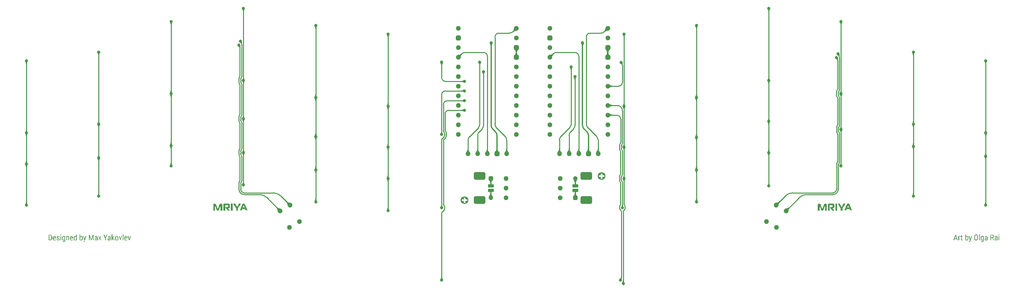
<source format=gbr>
%TF.GenerationSoftware,KiCad,Pcbnew,9.0.7*%
%TF.CreationDate,2026-02-08T19:38:27+03:00*%
%TF.ProjectId,mriya-pcb-1.1.3,6d726979-612d-4706-9362-2d312e312e33,1.1.3*%
%TF.SameCoordinates,Original*%
%TF.FileFunction,Copper,L1,Top*%
%TF.FilePolarity,Positive*%
%FSLAX46Y46*%
G04 Gerber Fmt 4.6, Leading zero omitted, Abs format (unit mm)*
G04 Created by KiCad (PCBNEW 9.0.7) date 2026-02-08 19:38:27*
%MOMM*%
%LPD*%
G01*
G04 APERTURE LIST*
G04 Aperture macros list*
%AMRoundRect*
0 Rectangle with rounded corners*
0 $1 Rounding radius*
0 $2 $3 $4 $5 $6 $7 $8 $9 X,Y pos of 4 corners*
0 Add a 4 corners polygon primitive as box body*
4,1,4,$2,$3,$4,$5,$6,$7,$8,$9,$2,$3,0*
0 Add four circle primitives for the rounded corners*
1,1,$1+$1,$2,$3*
1,1,$1+$1,$4,$5*
1,1,$1+$1,$6,$7*
1,1,$1+$1,$8,$9*
0 Add four rect primitives between the rounded corners*
20,1,$1+$1,$2,$3,$4,$5,0*
20,1,$1+$1,$4,$5,$6,$7,0*
20,1,$1+$1,$6,$7,$8,$9,0*
20,1,$1+$1,$8,$9,$2,$3,0*%
G04 Aperture macros list end*
%ADD10C,0.150000*%
%TA.AperFunction,EtchedComponent*%
%ADD11C,0.000000*%
%TD*%
%TA.AperFunction,EtchedComponent*%
%ADD12C,0.100000*%
%TD*%
%TA.AperFunction,EtchedComponent*%
%ADD13C,0.250000*%
%TD*%
%TA.AperFunction,ComponentPad*%
%ADD14C,1.300000*%
%TD*%
%TA.AperFunction,ComponentPad*%
%ADD15RoundRect,0.325000X-0.325000X-0.325000X0.325000X-0.325000X0.325000X0.325000X-0.325000X0.325000X0*%
%TD*%
%TA.AperFunction,SMDPad,CuDef*%
%ADD16RoundRect,0.420000X-1.080000X0.630000X-1.080000X-0.630000X1.080000X-0.630000X1.080000X0.630000X0*%
%TD*%
%TA.AperFunction,SMDPad,CuDef*%
%ADD17RoundRect,0.200000X-0.600000X0.200000X-0.600000X-0.200000X0.600000X-0.200000X0.600000X0.200000X0*%
%TD*%
%TA.AperFunction,ComponentPad*%
%ADD18RoundRect,0.300000X-0.300000X0.300000X-0.300000X-0.300000X0.300000X-0.300000X0.300000X0.300000X0*%
%TD*%
%TA.AperFunction,ComponentPad*%
%ADD19C,1.200000*%
%TD*%
%TA.AperFunction,SMDPad,CuDef*%
%ADD20RoundRect,0.420000X1.080000X-0.630000X1.080000X0.630000X-1.080000X0.630000X-1.080000X-0.630000X0*%
%TD*%
%TA.AperFunction,SMDPad,CuDef*%
%ADD21RoundRect,0.200000X0.600000X-0.200000X0.600000X0.200000X-0.600000X0.200000X-0.600000X-0.200000X0*%
%TD*%
%TA.AperFunction,ComponentPad*%
%ADD22RoundRect,0.300000X0.300000X-0.300000X0.300000X0.300000X-0.300000X0.300000X-0.300000X-0.300000X0*%
%TD*%
%TA.AperFunction,ViaPad*%
%ADD23C,0.800000*%
%TD*%
%TA.AperFunction,Conductor*%
%ADD24C,0.250000*%
%TD*%
%TA.AperFunction,Conductor*%
%ADD25C,0.350000*%
%TD*%
G04 APERTURE END LIST*
D10*
G36*
X49221165Y-102557483D02*
G01*
X49312171Y-102578138D01*
X49391582Y-102611137D01*
X49461138Y-102656231D01*
X49522069Y-102713998D01*
X49582504Y-102799167D01*
X49627517Y-102901825D01*
X49656293Y-103025460D01*
X49666600Y-103174426D01*
X49666600Y-103424928D01*
X49656139Y-103573821D01*
X49626959Y-103697021D01*
X49581336Y-103799007D01*
X49520054Y-103883341D01*
X49458723Y-103939624D01*
X49387315Y-103984040D01*
X49304318Y-104016894D01*
X49207675Y-104037658D01*
X49094889Y-104045000D01*
X48760764Y-104045000D01*
X48760764Y-103884166D01*
X48948343Y-103884166D01*
X49098919Y-103884166D01*
X49197491Y-103875980D01*
X49275991Y-103853408D01*
X49338477Y-103818265D01*
X49387888Y-103770684D01*
X49425253Y-103712456D01*
X49454114Y-103639229D01*
X49473386Y-103547784D01*
X49481128Y-103434270D01*
X49481128Y-103169297D01*
X49474169Y-103048032D01*
X49455310Y-102952969D01*
X49426938Y-102879204D01*
X49390453Y-102822625D01*
X49341408Y-102775832D01*
X49281135Y-102741648D01*
X49207251Y-102719953D01*
X49116413Y-102712166D01*
X48948343Y-102712166D01*
X48948343Y-103884166D01*
X48760764Y-103884166D01*
X48760764Y-102550233D01*
X49116413Y-102550233D01*
X49221165Y-102557483D01*
G37*
G36*
X50404463Y-102922328D02*
G01*
X50482737Y-102946540D01*
X50546923Y-102984937D01*
X50599455Y-103037956D01*
X50638229Y-103101286D01*
X50668763Y-103183787D01*
X50689497Y-103289960D01*
X50697915Y-103425111D01*
X50697915Y-103544271D01*
X50079035Y-103544271D01*
X50079035Y-103570100D01*
X50088040Y-103688944D01*
X50111578Y-103773387D01*
X50146079Y-103832050D01*
X50196027Y-103876582D01*
X50259058Y-103903962D01*
X50339245Y-103913750D01*
X50415848Y-103905816D01*
X50480112Y-103883250D01*
X50537594Y-103845093D01*
X50594418Y-103786438D01*
X50688665Y-103901751D01*
X50637565Y-103960843D01*
X50577605Y-104006609D01*
X50507574Y-104040031D01*
X50425539Y-104061025D01*
X50328987Y-104068447D01*
X50226544Y-104059828D01*
X50141498Y-104035621D01*
X50070563Y-103997207D01*
X50011349Y-103944433D01*
X49965494Y-103880015D01*
X49930648Y-103800194D01*
X49907707Y-103701733D01*
X49898692Y-103580633D01*
X49898692Y-103445811D01*
X49902231Y-103388475D01*
X50080042Y-103388475D01*
X50516565Y-103388475D01*
X50516565Y-103363745D01*
X50505295Y-103258360D01*
X50485376Y-103185695D01*
X50459596Y-103137424D01*
X50421850Y-103100419D01*
X50372738Y-103077658D01*
X50308562Y-103069463D01*
X50237419Y-103078806D01*
X50183120Y-103104790D01*
X50141500Y-103147224D01*
X50112991Y-103201985D01*
X50091627Y-103280042D01*
X50080042Y-103388475D01*
X49902231Y-103388475D01*
X49906460Y-103319968D01*
X49928130Y-103215083D01*
X49961875Y-103127762D01*
X50006769Y-103055175D01*
X50065957Y-102993432D01*
X50134566Y-102949842D01*
X50214460Y-102923053D01*
X50308562Y-102913667D01*
X50404463Y-102922328D01*
G37*
G36*
X51454732Y-103763174D02*
G01*
X51443824Y-103708760D01*
X51410677Y-103662149D01*
X51354829Y-103621395D01*
X51240593Y-103563139D01*
X51105994Y-103501850D01*
X51034055Y-103459183D01*
X50980781Y-103411974D01*
X50944479Y-103360906D01*
X50922596Y-103302202D01*
X50914803Y-103229656D01*
X50921154Y-103163733D01*
X50939612Y-103105041D01*
X50970103Y-103052070D01*
X51013630Y-103003792D01*
X51084213Y-102954469D01*
X51167272Y-102924265D01*
X51266238Y-102913667D01*
X51346308Y-102920096D01*
X51415147Y-102938400D01*
X51474729Y-102967780D01*
X51526540Y-103008372D01*
X51569369Y-103058764D01*
X51599791Y-103115161D01*
X51618437Y-103178766D01*
X51624909Y-103251271D01*
X51444566Y-103251271D01*
X51438863Y-103203015D01*
X51422225Y-103160630D01*
X51394282Y-103122677D01*
X51357927Y-103093221D01*
X51315842Y-103075578D01*
X51266238Y-103069463D01*
X51214494Y-103074586D01*
X51173412Y-103088800D01*
X51140667Y-103111320D01*
X51115696Y-103141844D01*
X51100497Y-103178593D01*
X51095146Y-103223428D01*
X51103803Y-103274795D01*
X51128394Y-103313462D01*
X51174778Y-103347006D01*
X51288769Y-103403312D01*
X51422452Y-103462386D01*
X51510014Y-103513671D01*
X51563359Y-103558010D01*
X51603422Y-103612190D01*
X51627707Y-103675262D01*
X51636174Y-103749801D01*
X51629584Y-103820553D01*
X51610700Y-103881608D01*
X51579981Y-103934865D01*
X51536706Y-103981618D01*
X51465829Y-104028470D01*
X51378519Y-104057903D01*
X51270360Y-104068447D01*
X51184678Y-104061689D01*
X51110566Y-104042411D01*
X51046028Y-104011427D01*
X50989541Y-103968613D01*
X50942411Y-103915230D01*
X50909204Y-103856130D01*
X50888994Y-103790115D01*
X50882014Y-103715455D01*
X51064371Y-103715455D01*
X51072591Y-103775222D01*
X51091576Y-103822905D01*
X51120700Y-103861085D01*
X51159316Y-103889446D01*
X51208210Y-103907304D01*
X51270360Y-103913750D01*
X51329167Y-103908577D01*
X51373834Y-103894575D01*
X51407563Y-103873083D01*
X51433534Y-103843129D01*
X51449225Y-103807115D01*
X51454732Y-103763174D01*
G37*
G36*
X52067019Y-104045000D02*
G01*
X51885577Y-104045000D01*
X51885577Y-102937114D01*
X52067019Y-102937114D01*
X52067019Y-104045000D01*
G37*
G36*
X52081307Y-102641916D02*
G01*
X52074662Y-102684926D01*
X52055661Y-102718852D01*
X52024814Y-102741302D01*
X51977809Y-102749535D01*
X51931741Y-102741352D01*
X51900964Y-102718852D01*
X51882031Y-102684945D01*
X51875410Y-102642008D01*
X51882001Y-102598828D01*
X51900964Y-102564064D01*
X51931845Y-102540713D01*
X51977809Y-102532281D01*
X52023883Y-102540824D01*
X52055204Y-102564613D01*
X52074644Y-102599654D01*
X52081307Y-102641916D01*
G37*
G36*
X52766684Y-102923033D02*
G01*
X52834758Y-102949898D01*
X52893090Y-102994302D01*
X52943179Y-103058747D01*
X52952430Y-102937114D01*
X53116378Y-102937114D01*
X53116378Y-104053517D01*
X53108851Y-104156403D01*
X53087866Y-104241219D01*
X53055023Y-104311197D01*
X53010773Y-104368866D01*
X52954789Y-104415662D01*
X52888597Y-104449744D01*
X52810166Y-104471174D01*
X52716766Y-104478775D01*
X52633237Y-104469530D01*
X52532759Y-104438841D01*
X52440126Y-104392037D01*
X52379619Y-104340289D01*
X52453350Y-104217008D01*
X52513239Y-104265225D01*
X52574101Y-104298212D01*
X52636772Y-104317601D01*
X52702386Y-104324077D01*
X52774599Y-104316678D01*
X52829932Y-104296419D01*
X52872324Y-104264603D01*
X52904087Y-104220280D01*
X52925538Y-104160422D01*
X52934936Y-104080354D01*
X52934936Y-103937746D01*
X52885730Y-103995425D01*
X52828837Y-104035538D01*
X52762781Y-104059936D01*
X52684984Y-104068447D01*
X52601626Y-104059881D01*
X52530652Y-104035373D01*
X52469460Y-103995325D01*
X52416439Y-103938296D01*
X52376810Y-103871908D01*
X52345985Y-103789643D01*
X52325098Y-103688308D01*
X52316055Y-103564146D01*
X52316055Y-103440590D01*
X52316445Y-103433263D01*
X52497405Y-103433263D01*
X52497405Y-103544637D01*
X52504881Y-103669730D01*
X52524298Y-103758806D01*
X52552177Y-103820510D01*
X52583238Y-103858365D01*
X52622300Y-103885456D01*
X52671015Y-103902496D01*
X52732062Y-103908620D01*
X52795049Y-103900043D01*
X52848495Y-103875120D01*
X52894836Y-103832837D01*
X52934936Y-103769402D01*
X52934936Y-103211612D01*
X52893544Y-103148824D01*
X52847045Y-103107171D01*
X52794646Y-103082812D01*
X52734168Y-103074501D01*
X52673131Y-103080622D01*
X52624326Y-103097669D01*
X52585103Y-103124791D01*
X52553825Y-103162703D01*
X52525426Y-103224319D01*
X52505541Y-103311869D01*
X52497405Y-103433263D01*
X52316445Y-103433263D01*
X52323167Y-103307119D01*
X52342625Y-103199912D01*
X52372153Y-103114468D01*
X52410302Y-103046932D01*
X52462548Y-102988940D01*
X52524453Y-102947930D01*
X52597915Y-102922600D01*
X52685991Y-102913667D01*
X52766684Y-102923033D01*
G37*
G36*
X53557663Y-102937114D02*
G01*
X53562793Y-103054351D01*
X53620867Y-102991347D01*
X53684175Y-102948183D01*
X53753938Y-102922458D01*
X53832253Y-102913667D01*
X53910052Y-102921622D01*
X53973076Y-102943909D01*
X54024552Y-102979656D01*
X54066425Y-103030039D01*
X54099085Y-103098112D01*
X54121321Y-103188463D01*
X54130474Y-103306867D01*
X54130474Y-104045000D01*
X53950131Y-104045000D01*
X53950131Y-103314836D01*
X53944105Y-103228288D01*
X53928638Y-103168890D01*
X53906534Y-103129455D01*
X53873870Y-103099681D01*
X53831381Y-103081186D01*
X53775925Y-103074501D01*
X53712072Y-103085698D01*
X53654475Y-103119747D01*
X53606652Y-103170892D01*
X53567922Y-103237807D01*
X53567922Y-104045000D01*
X53386571Y-104045000D01*
X53386571Y-102937114D01*
X53557663Y-102937114D01*
G37*
G36*
X54874107Y-102922328D02*
G01*
X54952381Y-102946540D01*
X55016567Y-102984937D01*
X55069099Y-103037956D01*
X55107873Y-103101286D01*
X55138407Y-103183787D01*
X55159141Y-103289960D01*
X55167560Y-103425111D01*
X55167560Y-103544271D01*
X54548679Y-103544271D01*
X54548679Y-103570100D01*
X54557684Y-103688944D01*
X54581222Y-103773387D01*
X54615723Y-103832050D01*
X54665671Y-103876582D01*
X54728702Y-103903962D01*
X54808889Y-103913750D01*
X54885492Y-103905816D01*
X54949756Y-103883250D01*
X55007238Y-103845093D01*
X55064062Y-103786438D01*
X55158309Y-103901751D01*
X55107209Y-103960843D01*
X55047249Y-104006609D01*
X54977218Y-104040031D01*
X54895183Y-104061025D01*
X54798631Y-104068447D01*
X54696188Y-104059828D01*
X54611143Y-104035621D01*
X54540207Y-103997207D01*
X54480993Y-103944433D01*
X54435138Y-103880015D01*
X54400292Y-103800194D01*
X54377351Y-103701733D01*
X54368336Y-103580633D01*
X54368336Y-103445811D01*
X54371875Y-103388475D01*
X54549686Y-103388475D01*
X54986209Y-103388475D01*
X54986209Y-103363745D01*
X54974939Y-103258360D01*
X54955020Y-103185695D01*
X54929240Y-103137424D01*
X54891494Y-103100419D01*
X54842382Y-103077658D01*
X54778206Y-103069463D01*
X54707063Y-103078806D01*
X54652764Y-103104790D01*
X54611144Y-103147224D01*
X54582635Y-103201985D01*
X54561271Y-103280042D01*
X54549686Y-103388475D01*
X54371875Y-103388475D01*
X54376104Y-103319968D01*
X54397774Y-103215083D01*
X54431519Y-103127762D01*
X54476413Y-103055175D01*
X54535601Y-102993432D01*
X54604210Y-102949842D01*
X54684104Y-102923053D01*
X54778206Y-102913667D01*
X54874107Y-102922328D01*
G37*
G36*
X56147767Y-104045000D02*
G01*
X55981804Y-104045000D01*
X55972553Y-103928496D01*
X55922307Y-103990578D01*
X55864229Y-104033456D01*
X55796855Y-104059410D01*
X55717472Y-104068447D01*
X55634387Y-104059694D01*
X55563210Y-104034559D01*
X55501386Y-103993279D01*
X55447370Y-103934174D01*
X55407046Y-103865682D01*
X55376105Y-103781752D01*
X55355642Y-103679349D01*
X55347536Y-103554896D01*
X55347536Y-103440590D01*
X55347935Y-103433263D01*
X55528886Y-103433263D01*
X55528886Y-103544637D01*
X55536431Y-103669686D01*
X55556035Y-103758763D01*
X55584207Y-103820510D01*
X55615479Y-103858377D01*
X55654699Y-103885472D01*
X55703506Y-103902503D01*
X55764550Y-103908620D01*
X55827663Y-103900119D01*
X55880959Y-103875483D01*
X55926911Y-103833823D01*
X55966417Y-103771509D01*
X55966417Y-103208498D01*
X55925638Y-103147440D01*
X55879368Y-103106693D01*
X55826750Y-103082718D01*
X55765558Y-103074501D01*
X55704521Y-103080622D01*
X55655715Y-103097669D01*
X55616492Y-103124791D01*
X55585215Y-103162703D01*
X55556823Y-103224320D01*
X55536967Y-103311868D01*
X55528886Y-103433263D01*
X55347935Y-103433263D01*
X55354697Y-103309061D01*
X55374367Y-103202578D01*
X55404367Y-103116923D01*
X55443340Y-103048489D01*
X55496376Y-102989579D01*
X55558535Y-102948109D01*
X55631600Y-102922620D01*
X55718480Y-102913667D01*
X55794733Y-102922050D01*
X55860028Y-102946170D01*
X55916792Y-102985973D01*
X55966417Y-103043360D01*
X55966417Y-102468168D01*
X56147767Y-102468168D01*
X56147767Y-104045000D01*
G37*
G36*
X57087950Y-103056732D02*
G01*
X57138387Y-102993150D01*
X57196709Y-102949346D01*
X57264370Y-102922877D01*
X57344130Y-102913667D01*
X57433018Y-102922481D01*
X57506273Y-102947323D01*
X57567150Y-102987258D01*
X57617712Y-103043360D01*
X57654445Y-103108950D01*
X57683217Y-103193123D01*
X57702496Y-103300019D01*
X57709944Y-103434453D01*
X57709944Y-103544546D01*
X57702879Y-103678164D01*
X57683582Y-103785105D01*
X57654364Y-103869978D01*
X57616705Y-103936739D01*
X57565063Y-103994159D01*
X57504155Y-104034680D01*
X57432163Y-104059654D01*
X57346145Y-104068447D01*
X57262138Y-104058577D01*
X57191925Y-104030353D01*
X57132348Y-103983773D01*
X57081813Y-103916131D01*
X57072562Y-104045000D01*
X56907607Y-104045000D01*
X56907607Y-103227091D01*
X57087950Y-103227091D01*
X57087950Y-103758045D01*
X57128729Y-103826798D01*
X57176627Y-103872455D01*
X57232498Y-103899344D01*
X57299067Y-103908620D01*
X57359094Y-103902593D01*
X57406862Y-103885840D01*
X57445045Y-103859231D01*
X57475288Y-103822067D01*
X57502542Y-103761519D01*
X57521738Y-103674529D01*
X57529602Y-103552881D01*
X57529602Y-103440498D01*
X57521895Y-103308142D01*
X57502263Y-103217835D01*
X57474739Y-103158581D01*
X57432044Y-103112894D01*
X57374469Y-103084730D01*
X57296960Y-103074501D01*
X57232187Y-103083757D01*
X57177173Y-103110764D01*
X57129343Y-103156990D01*
X57087950Y-103227091D01*
X56907607Y-103227091D01*
X56907607Y-102468168D01*
X57087950Y-102468168D01*
X57087950Y-103056732D01*
G37*
G36*
X58234212Y-103742932D02*
G01*
X58436078Y-102937114D01*
X58628694Y-102937114D01*
X58265994Y-104200063D01*
X58232781Y-104292132D01*
X58193949Y-104362956D01*
X58150223Y-104416310D01*
X58096811Y-104458281D01*
X58040685Y-104482446D01*
X57980138Y-104490498D01*
X57941081Y-104486902D01*
X57885891Y-104474104D01*
X57885891Y-104320414D01*
X57925825Y-104324535D01*
X57998553Y-104314438D01*
X58049289Y-104287166D01*
X58087223Y-104240458D01*
X58121555Y-104157840D01*
X58157367Y-104034192D01*
X57831577Y-102937114D01*
X58029323Y-102937114D01*
X58234212Y-103742932D01*
G37*
G36*
X59552482Y-102550233D02*
G01*
X59941836Y-103769860D01*
X60331189Y-102550233D01*
X60572990Y-102550233D01*
X60572990Y-104045000D01*
X60385503Y-104045000D01*
X60385503Y-103462938D01*
X60402905Y-102879778D01*
X60012544Y-104045000D01*
X59869112Y-104045000D01*
X59480766Y-102883900D01*
X59498168Y-103462938D01*
X59498168Y-104045000D01*
X59310590Y-104045000D01*
X59310590Y-102550233D01*
X59552482Y-102550233D01*
G37*
G36*
X61331130Y-102919774D02*
G01*
X61400965Y-102936719D01*
X61457971Y-102963083D01*
X61504379Y-102998388D01*
X61541786Y-103043237D01*
X61569675Y-103097884D01*
X61587837Y-103164335D01*
X61595054Y-103245226D01*
X61595054Y-103805764D01*
X61604889Y-103929154D01*
X61629951Y-104028605D01*
X61629951Y-104045000D01*
X61441365Y-104045000D01*
X61428478Y-104003550D01*
X61417826Y-103926389D01*
X61363956Y-103990817D01*
X61305873Y-104034243D01*
X61242529Y-104059784D01*
X61171904Y-104068447D01*
X61074915Y-104058112D01*
X60998017Y-104029344D01*
X60936698Y-103983359D01*
X60891191Y-103921606D01*
X60862518Y-103843228D01*
X60852159Y-103743390D01*
X60854130Y-103721958D01*
X61033601Y-103721958D01*
X61038649Y-103784696D01*
X61051884Y-103829335D01*
X61071428Y-103860443D01*
X61099815Y-103882915D01*
X61140992Y-103897827D01*
X61199564Y-103903491D01*
X61264109Y-103894320D01*
X61326601Y-103866214D01*
X61379558Y-103823423D01*
X61414712Y-103772791D01*
X61414712Y-103505162D01*
X61312313Y-103505162D01*
X61227890Y-103513431D01*
X61161087Y-103533484D01*
X61108339Y-103563780D01*
X61067028Y-103606171D01*
X61042285Y-103657897D01*
X61033601Y-103721958D01*
X60854130Y-103721958D01*
X60859820Y-103660096D01*
X60881700Y-103588702D01*
X60917157Y-103526901D01*
X60966923Y-103473105D01*
X61026600Y-103430874D01*
X61097431Y-103399332D01*
X61181529Y-103378898D01*
X61281538Y-103370889D01*
X61414712Y-103370889D01*
X61414712Y-103253012D01*
X61408850Y-103188087D01*
X61393505Y-103142633D01*
X61370656Y-103111503D01*
X61338661Y-103089353D01*
X61295143Y-103074860D01*
X61236475Y-103069463D01*
X61183770Y-103075215D01*
X61140000Y-103091552D01*
X61103210Y-103118189D01*
X61074850Y-103153433D01*
X61057883Y-103194056D01*
X61052011Y-103241746D01*
X60870661Y-103241746D01*
X60876122Y-103186446D01*
X60892604Y-103132589D01*
X60920853Y-103079263D01*
X60958030Y-103031534D01*
X61002828Y-102991201D01*
X61056041Y-102957814D01*
X61114187Y-102933525D01*
X61177060Y-102918733D01*
X61245634Y-102913667D01*
X61331130Y-102919774D01*
G37*
G36*
X62196624Y-103341580D02*
G01*
X62386218Y-102937114D01*
X62596328Y-102937114D01*
X62294993Y-103484920D01*
X62603472Y-104045000D01*
X62395469Y-104045000D01*
X62199739Y-103630275D01*
X62003001Y-104045000D01*
X61793990Y-104045000D01*
X62102377Y-103484920D01*
X61802142Y-102937114D01*
X62010145Y-102937114D01*
X62196624Y-103341580D01*
G37*
G36*
X63692398Y-103300730D02*
G01*
X63997671Y-102550233D01*
X64209796Y-102550233D01*
X63785638Y-103487576D01*
X63785638Y-104045000D01*
X63598059Y-104045000D01*
X63598059Y-103487576D01*
X63173901Y-102550233D01*
X63387034Y-102550233D01*
X63692398Y-103300730D01*
G37*
G36*
X64764696Y-102919774D02*
G01*
X64834531Y-102936719D01*
X64891537Y-102963083D01*
X64937945Y-102998388D01*
X64975352Y-103043237D01*
X65003241Y-103097884D01*
X65021402Y-103164335D01*
X65028620Y-103245226D01*
X65028620Y-103805764D01*
X65038455Y-103929154D01*
X65063517Y-104028605D01*
X65063517Y-104045000D01*
X64874931Y-104045000D01*
X64862044Y-104003550D01*
X64851392Y-103926389D01*
X64797522Y-103990817D01*
X64739439Y-104034243D01*
X64676095Y-104059784D01*
X64605470Y-104068447D01*
X64508481Y-104058112D01*
X64431583Y-104029344D01*
X64370264Y-103983359D01*
X64324757Y-103921606D01*
X64296084Y-103843228D01*
X64285725Y-103743390D01*
X64287696Y-103721958D01*
X64467167Y-103721958D01*
X64472215Y-103784696D01*
X64485450Y-103829335D01*
X64504994Y-103860443D01*
X64533381Y-103882915D01*
X64574558Y-103897827D01*
X64633130Y-103903491D01*
X64697675Y-103894320D01*
X64760167Y-103866214D01*
X64813124Y-103823423D01*
X64848277Y-103772791D01*
X64848277Y-103505162D01*
X64745879Y-103505162D01*
X64661456Y-103513431D01*
X64594653Y-103533484D01*
X64541905Y-103563780D01*
X64500594Y-103606171D01*
X64475850Y-103657897D01*
X64467167Y-103721958D01*
X64287696Y-103721958D01*
X64293386Y-103660096D01*
X64315266Y-103588702D01*
X64350723Y-103526901D01*
X64400489Y-103473105D01*
X64460166Y-103430874D01*
X64530997Y-103399332D01*
X64615095Y-103378898D01*
X64715104Y-103370889D01*
X64848277Y-103370889D01*
X64848277Y-103253012D01*
X64842416Y-103188087D01*
X64827071Y-103142633D01*
X64804222Y-103111503D01*
X64772227Y-103089353D01*
X64728709Y-103074860D01*
X64670041Y-103069463D01*
X64617336Y-103075215D01*
X64573566Y-103091552D01*
X64536776Y-103118189D01*
X64508416Y-103153433D01*
X64491449Y-103194056D01*
X64485577Y-103241746D01*
X64304227Y-103241746D01*
X64309688Y-103186446D01*
X64326170Y-103132589D01*
X64354418Y-103079263D01*
X64391596Y-103031534D01*
X64436394Y-102991201D01*
X64489607Y-102957814D01*
X64547752Y-102933525D01*
X64610626Y-102918733D01*
X64679200Y-102913667D01*
X64764696Y-102919774D01*
G37*
G36*
X65588242Y-103536852D02*
G01*
X65491888Y-103647677D01*
X65491888Y-104045000D01*
X65310538Y-104045000D01*
X65310538Y-102468168D01*
X65491888Y-102468168D01*
X65491888Y-103411556D01*
X65837186Y-102937114D01*
X66054440Y-102937114D01*
X65701998Y-103399924D01*
X66100602Y-104045000D01*
X65889485Y-104045000D01*
X65588242Y-103536852D01*
G37*
G36*
X66737787Y-102922706D02*
G01*
X66819153Y-102948712D01*
X66890689Y-102991264D01*
X66954048Y-103051603D01*
X67003566Y-103123162D01*
X67040663Y-103207881D01*
X67064813Y-103308217D01*
X67074490Y-103427218D01*
X67074490Y-103544546D01*
X67066259Y-103665835D01*
X67043126Y-103768104D01*
X67006715Y-103854478D01*
X66957620Y-103927488D01*
X66894347Y-103989167D01*
X66822623Y-104032630D01*
X66740745Y-104059201D01*
X66646119Y-104068447D01*
X66552360Y-104059451D01*
X66471157Y-104033605D01*
X66399992Y-103991386D01*
X66337182Y-103931610D01*
X66287994Y-103860572D01*
X66251062Y-103776785D01*
X66226861Y-103677907D01*
X66216831Y-103561032D01*
X66216831Y-103439583D01*
X66216906Y-103438483D01*
X66398182Y-103438483D01*
X66398182Y-103544729D01*
X66406682Y-103657880D01*
X66429849Y-103746390D01*
X66465318Y-103815289D01*
X66502770Y-103859275D01*
X66544663Y-103889447D01*
X66591898Y-103907524D01*
X66646119Y-103913750D01*
X66717471Y-103904671D01*
X66774270Y-103879072D01*
X66820054Y-103836902D01*
X66856197Y-103774879D01*
X66881651Y-103687029D01*
X66893140Y-103565337D01*
X66893140Y-103439583D01*
X66884614Y-103327108D01*
X66861297Y-103238493D01*
X66825454Y-103168931D01*
X66787722Y-103124431D01*
X66745638Y-103093958D01*
X66698311Y-103075732D01*
X66644104Y-103069463D01*
X66591011Y-103075692D01*
X66544455Y-103093848D01*
X66502841Y-103124303D01*
X66465318Y-103168931D01*
X66429746Y-103238439D01*
X66406626Y-103326724D01*
X66398182Y-103438483D01*
X66216906Y-103438483D01*
X66225097Y-103317783D01*
X66248324Y-103215112D01*
X66284877Y-103128424D01*
X66334159Y-103055175D01*
X66397742Y-102993099D01*
X66469356Y-102949481D01*
X66550641Y-102922894D01*
X66644104Y-102913667D01*
X66737787Y-102922706D01*
G37*
G36*
X67606817Y-103769585D02*
G01*
X67816927Y-102937114D01*
X68001392Y-102937114D01*
X67672396Y-104045000D01*
X67537208Y-104045000D01*
X67204183Y-102937114D01*
X67388556Y-102937114D01*
X67606817Y-103769585D01*
G37*
G36*
X68384883Y-104045000D02*
G01*
X68203441Y-104045000D01*
X68203441Y-102468168D01*
X68384883Y-102468168D01*
X68384883Y-104045000D01*
G37*
G36*
X69141798Y-102922328D02*
G01*
X69220071Y-102946540D01*
X69284257Y-102984937D01*
X69336789Y-103037956D01*
X69375563Y-103101286D01*
X69406097Y-103183787D01*
X69426832Y-103289960D01*
X69435250Y-103425111D01*
X69435250Y-103544271D01*
X68816369Y-103544271D01*
X68816369Y-103570100D01*
X68825375Y-103688944D01*
X68848912Y-103773387D01*
X68883414Y-103832050D01*
X68933361Y-103876582D01*
X68996393Y-103903962D01*
X69076579Y-103913750D01*
X69153183Y-103905816D01*
X69217446Y-103883250D01*
X69274929Y-103845093D01*
X69331752Y-103786438D01*
X69425999Y-103901751D01*
X69374899Y-103960843D01*
X69314939Y-104006609D01*
X69244908Y-104040031D01*
X69162873Y-104061025D01*
X69066321Y-104068447D01*
X68963878Y-104059828D01*
X68878833Y-104035621D01*
X68807897Y-103997207D01*
X68748683Y-103944433D01*
X68702828Y-103880015D01*
X68667982Y-103800194D01*
X68645041Y-103701733D01*
X68636026Y-103580633D01*
X68636026Y-103445811D01*
X68639565Y-103388475D01*
X68817376Y-103388475D01*
X69253899Y-103388475D01*
X69253899Y-103363745D01*
X69242629Y-103258360D01*
X69222710Y-103185695D01*
X69196930Y-103137424D01*
X69159184Y-103100419D01*
X69110072Y-103077658D01*
X69045896Y-103069463D01*
X68974753Y-103078806D01*
X68920454Y-103104790D01*
X68878834Y-103147224D01*
X68850325Y-103201985D01*
X68828961Y-103280042D01*
X68817376Y-103388475D01*
X68639565Y-103388475D01*
X68643794Y-103319968D01*
X68665465Y-103215083D01*
X68699209Y-103127762D01*
X68744104Y-103055175D01*
X68803291Y-102993432D01*
X68871900Y-102949842D01*
X68951794Y-102923053D01*
X69045896Y-102913667D01*
X69141798Y-102922328D01*
G37*
G36*
X69953014Y-103769585D02*
G01*
X70163124Y-102937114D01*
X70347588Y-102937114D01*
X70018593Y-104045000D01*
X69883405Y-104045000D01*
X69550380Y-102937114D01*
X69734753Y-102937114D01*
X69953014Y-103769585D01*
G37*
G36*
X287548128Y-104045000D02*
G01*
X287355421Y-104045000D01*
X287237635Y-103655921D01*
X286733518Y-103655921D01*
X286617655Y-104045000D01*
X286425039Y-104045000D01*
X286602193Y-103493988D01*
X286782702Y-103493988D01*
X287189458Y-103493988D01*
X286985576Y-102813008D01*
X286782702Y-103493988D01*
X286602193Y-103493988D01*
X286905617Y-102550233D01*
X287066451Y-102550233D01*
X287548128Y-104045000D01*
G37*
G36*
X288183313Y-103104268D02*
G01*
X288101339Y-103097124D01*
X288037344Y-103106544D01*
X287985156Y-103133685D01*
X287941786Y-103179883D01*
X287906616Y-103250172D01*
X287906616Y-104045000D01*
X287725266Y-104045000D01*
X287725266Y-102937114D01*
X287901487Y-102937114D01*
X287904601Y-103047115D01*
X287946772Y-102986443D01*
X287994329Y-102945817D01*
X288048172Y-102921871D01*
X288110498Y-102913667D01*
X288151307Y-102917540D01*
X288182213Y-102928046D01*
X288183313Y-103104268D01*
G37*
G36*
X288651709Y-102667470D02*
G01*
X288651709Y-102937114D01*
X288818771Y-102937114D01*
X288818771Y-103083660D01*
X288651709Y-103083660D01*
X288651709Y-103772974D01*
X288657819Y-103834000D01*
X288673233Y-103872625D01*
X288701122Y-103897416D01*
X288747056Y-103906514D01*
X288782776Y-103903507D01*
X288819779Y-103894241D01*
X288817764Y-104047930D01*
X288755435Y-104063325D01*
X288691735Y-104068447D01*
X288623888Y-104059372D01*
X288570369Y-104033771D01*
X288527695Y-103991419D01*
X288498026Y-103937149D01*
X288478555Y-103866101D01*
X288471366Y-103773707D01*
X288471366Y-103083660D01*
X288302289Y-103083660D01*
X288302289Y-102937114D01*
X288471366Y-102937114D01*
X288471366Y-102667470D01*
X288651709Y-102667470D01*
G37*
G36*
X289695939Y-103056732D02*
G01*
X289746377Y-102993150D01*
X289804698Y-102949346D01*
X289872359Y-102922877D01*
X289952119Y-102913667D01*
X290041007Y-102922481D01*
X290114262Y-102947323D01*
X290175140Y-102987258D01*
X290225702Y-103043360D01*
X290262435Y-103108950D01*
X290291206Y-103193123D01*
X290310485Y-103300019D01*
X290317934Y-103434453D01*
X290317934Y-103544546D01*
X290310868Y-103678164D01*
X290291572Y-103785105D01*
X290262354Y-103869978D01*
X290224694Y-103936739D01*
X290173053Y-103994159D01*
X290112144Y-104034680D01*
X290040152Y-104059654D01*
X289954134Y-104068447D01*
X289870127Y-104058577D01*
X289799914Y-104030353D01*
X289740337Y-103983773D01*
X289689802Y-103916131D01*
X289680552Y-104045000D01*
X289515596Y-104045000D01*
X289515596Y-103227091D01*
X289695939Y-103227091D01*
X289695939Y-103758045D01*
X289736719Y-103826798D01*
X289784616Y-103872455D01*
X289840487Y-103899344D01*
X289907056Y-103908620D01*
X289967083Y-103902593D01*
X290014852Y-103885840D01*
X290053035Y-103859231D01*
X290083278Y-103822067D01*
X290110532Y-103761519D01*
X290129728Y-103674529D01*
X290137591Y-103552881D01*
X290137591Y-103440498D01*
X290129885Y-103308142D01*
X290110252Y-103217835D01*
X290082728Y-103158581D01*
X290040033Y-103112894D01*
X289982458Y-103084730D01*
X289904950Y-103074501D01*
X289840177Y-103083757D01*
X289785163Y-103110764D01*
X289737332Y-103156990D01*
X289695939Y-103227091D01*
X289515596Y-103227091D01*
X289515596Y-102468168D01*
X289695939Y-102468168D01*
X289695939Y-103056732D01*
G37*
G36*
X290842201Y-103742932D02*
G01*
X291044068Y-102937114D01*
X291236684Y-102937114D01*
X290873983Y-104200063D01*
X290840770Y-104292132D01*
X290801939Y-104362956D01*
X290758212Y-104416310D01*
X290704801Y-104458281D01*
X290648675Y-104482446D01*
X290588128Y-104490498D01*
X290549071Y-104486902D01*
X290493880Y-104474104D01*
X290493880Y-104320414D01*
X290533814Y-104324535D01*
X290606542Y-104314438D01*
X290657279Y-104287166D01*
X290695213Y-104240458D01*
X290729544Y-104157840D01*
X290765356Y-104034192D01*
X290439567Y-102937114D01*
X290637312Y-102937114D01*
X290842201Y-103742932D01*
G37*
G36*
X292501983Y-102543567D02*
G01*
X292599414Y-102574625D01*
X292682692Y-102624850D01*
X292754165Y-102695405D01*
X292808752Y-102779130D01*
X292850413Y-102881782D01*
X292877949Y-103007163D01*
X292888987Y-103159863D01*
X292888987Y-103431980D01*
X292879487Y-103587015D01*
X292853172Y-103714241D01*
X292812522Y-103818342D01*
X292758836Y-103903217D01*
X292703044Y-103962133D01*
X292639494Y-104007640D01*
X292567129Y-104040670D01*
X292484325Y-104061241D01*
X292388991Y-104068447D01*
X292276485Y-104057763D01*
X292180231Y-104027235D01*
X292097004Y-103977656D01*
X292024642Y-103907796D01*
X291968833Y-103824833D01*
X291926218Y-103723933D01*
X291897812Y-103601582D01*
X291885790Y-103453504D01*
X291885790Y-103172228D01*
X291886313Y-103163893D01*
X292072361Y-103163893D01*
X292072361Y-103431980D01*
X292078340Y-103549489D01*
X292094728Y-103644452D01*
X292119626Y-103720614D01*
X292151770Y-103781217D01*
X292196249Y-103833681D01*
X292249302Y-103870599D01*
X292312589Y-103893354D01*
X292388900Y-103901385D01*
X292465938Y-103893777D01*
X292528750Y-103872436D01*
X292580322Y-103838286D01*
X292622548Y-103790468D01*
X292652983Y-103734599D01*
X292677305Y-103661954D01*
X292694148Y-103568718D01*
X292701500Y-103450482D01*
X292701500Y-103170122D01*
X292695515Y-103047553D01*
X292679294Y-102950842D01*
X292654999Y-102875416D01*
X292624105Y-102817313D01*
X292580857Y-102767276D01*
X292528327Y-102731719D01*
X292464666Y-102709592D01*
X292386885Y-102701725D01*
X292311989Y-102709541D01*
X292249605Y-102731719D01*
X292197068Y-102767726D01*
X292152778Y-102818870D01*
X292120661Y-102877969D01*
X292095593Y-102952841D01*
X292078850Y-103046850D01*
X292072361Y-103163893D01*
X291886313Y-103163893D01*
X291895276Y-103020925D01*
X291921748Y-102894835D01*
X291963000Y-102789846D01*
X292017956Y-102702549D01*
X292074856Y-102641544D01*
X292138966Y-102594697D01*
X292211247Y-102560893D01*
X292293225Y-102539953D01*
X292386885Y-102532648D01*
X292501983Y-102543567D01*
G37*
G36*
X293349049Y-104045000D02*
G01*
X293167607Y-104045000D01*
X293167607Y-102468168D01*
X293349049Y-102468168D01*
X293349049Y-104045000D01*
G37*
G36*
X294048714Y-102923033D02*
G01*
X294116788Y-102949898D01*
X294175120Y-102994302D01*
X294225209Y-103058747D01*
X294234460Y-102937114D01*
X294398408Y-102937114D01*
X294398408Y-104053517D01*
X294390880Y-104156403D01*
X294369896Y-104241219D01*
X294337053Y-104311197D01*
X294292803Y-104368866D01*
X294236819Y-104415662D01*
X294170627Y-104449744D01*
X294092196Y-104471174D01*
X293998796Y-104478775D01*
X293915267Y-104469530D01*
X293814789Y-104438841D01*
X293722156Y-104392037D01*
X293661649Y-104340289D01*
X293735380Y-104217008D01*
X293795269Y-104265225D01*
X293856131Y-104298212D01*
X293918802Y-104317601D01*
X293984416Y-104324077D01*
X294056629Y-104316678D01*
X294111962Y-104296419D01*
X294154354Y-104264603D01*
X294186117Y-104220280D01*
X294207568Y-104160422D01*
X294216966Y-104080354D01*
X294216966Y-103937746D01*
X294167760Y-103995425D01*
X294110867Y-104035538D01*
X294044811Y-104059936D01*
X293967014Y-104068447D01*
X293883656Y-104059881D01*
X293812682Y-104035373D01*
X293751490Y-103995325D01*
X293698469Y-103938296D01*
X293658840Y-103871908D01*
X293628015Y-103789643D01*
X293607128Y-103688308D01*
X293598085Y-103564146D01*
X293598085Y-103440590D01*
X293598475Y-103433263D01*
X293779435Y-103433263D01*
X293779435Y-103544637D01*
X293786911Y-103669730D01*
X293806328Y-103758806D01*
X293834207Y-103820510D01*
X293865268Y-103858365D01*
X293904330Y-103885456D01*
X293953045Y-103902496D01*
X294014091Y-103908620D01*
X294077079Y-103900043D01*
X294130525Y-103875120D01*
X294176866Y-103832837D01*
X294216966Y-103769402D01*
X294216966Y-103211612D01*
X294175574Y-103148824D01*
X294129075Y-103107171D01*
X294076676Y-103082812D01*
X294016198Y-103074501D01*
X293955161Y-103080622D01*
X293906356Y-103097669D01*
X293867133Y-103124791D01*
X293835855Y-103162703D01*
X293807456Y-103224319D01*
X293787571Y-103311869D01*
X293779435Y-103433263D01*
X293598475Y-103433263D01*
X293605197Y-103307119D01*
X293624655Y-103199912D01*
X293654183Y-103114468D01*
X293692332Y-103046932D01*
X293744578Y-102988940D01*
X293806483Y-102947930D01*
X293879945Y-102922600D01*
X293968021Y-102913667D01*
X294048714Y-102923033D01*
G37*
G36*
X295129071Y-102919774D02*
G01*
X295198906Y-102936719D01*
X295255912Y-102963083D01*
X295302320Y-102998388D01*
X295339727Y-103043237D01*
X295367616Y-103097884D01*
X295385777Y-103164335D01*
X295392995Y-103245226D01*
X295392995Y-103805764D01*
X295402829Y-103929154D01*
X295427891Y-104028605D01*
X295427891Y-104045000D01*
X295239305Y-104045000D01*
X295226419Y-104003550D01*
X295215766Y-103926389D01*
X295161896Y-103990817D01*
X295103814Y-104034243D01*
X295040470Y-104059784D01*
X294969844Y-104068447D01*
X294872856Y-104058112D01*
X294795958Y-104029344D01*
X294734638Y-103983359D01*
X294689132Y-103921606D01*
X294660459Y-103843228D01*
X294650100Y-103743390D01*
X294652071Y-103721958D01*
X294831542Y-103721958D01*
X294836590Y-103784696D01*
X294849824Y-103829335D01*
X294869369Y-103860443D01*
X294897756Y-103882915D01*
X294938933Y-103897827D01*
X294997505Y-103903491D01*
X295062050Y-103894320D01*
X295124542Y-103866214D01*
X295177499Y-103823423D01*
X295212652Y-103772791D01*
X295212652Y-103505162D01*
X295110253Y-103505162D01*
X295025830Y-103513431D01*
X294959028Y-103533484D01*
X294906280Y-103563780D01*
X294864969Y-103606171D01*
X294840225Y-103657897D01*
X294831542Y-103721958D01*
X294652071Y-103721958D01*
X294657761Y-103660096D01*
X294679641Y-103588702D01*
X294715097Y-103526901D01*
X294764863Y-103473105D01*
X294824541Y-103430874D01*
X294895371Y-103399332D01*
X294979469Y-103378898D01*
X295079479Y-103370889D01*
X295212652Y-103370889D01*
X295212652Y-103253012D01*
X295206790Y-103188087D01*
X295191446Y-103142633D01*
X295168597Y-103111503D01*
X295136602Y-103089353D01*
X295093083Y-103074860D01*
X295034416Y-103069463D01*
X294981711Y-103075215D01*
X294937941Y-103091552D01*
X294901151Y-103118189D01*
X294872791Y-103153433D01*
X294855824Y-103194056D01*
X294849952Y-103241746D01*
X294668601Y-103241746D01*
X294674063Y-103186446D01*
X294690544Y-103132589D01*
X294718793Y-103079263D01*
X294755970Y-103031534D01*
X294800769Y-102991201D01*
X294853982Y-102957814D01*
X294912127Y-102933525D01*
X294975001Y-102918733D01*
X295043575Y-102913667D01*
X295129071Y-102919774D01*
G37*
G36*
X296708080Y-102558431D02*
G01*
X296797661Y-102581192D01*
X296870727Y-102616692D01*
X296930168Y-102664447D01*
X296977268Y-102724478D01*
X297012329Y-102798140D01*
X297034819Y-102888305D01*
X297042917Y-102998663D01*
X297035773Y-103089128D01*
X297015224Y-103168902D01*
X296981917Y-103239822D01*
X296935768Y-103302662D01*
X296878680Y-103354069D01*
X296809359Y-103394886D01*
X297098238Y-104032635D01*
X297098238Y-104045000D01*
X296896462Y-104045000D01*
X296631031Y-103437934D01*
X296368715Y-103437934D01*
X296368715Y-104045000D01*
X296180129Y-104045000D01*
X296180129Y-103277100D01*
X296368715Y-103277100D01*
X296596227Y-103277100D01*
X296671443Y-103268184D01*
X296733050Y-103242878D01*
X296784172Y-103201354D01*
X296822253Y-103147034D01*
X296845969Y-103080613D01*
X296854422Y-102998755D01*
X296845803Y-102903946D01*
X296822643Y-102833472D01*
X296787276Y-102781569D01*
X296739512Y-102744441D01*
X296676688Y-102720811D01*
X296594120Y-102712166D01*
X296368715Y-102712166D01*
X296368715Y-103277100D01*
X296180129Y-103277100D01*
X296180129Y-102550233D01*
X296598242Y-102550233D01*
X296708080Y-102558431D01*
G37*
G36*
X297728792Y-102919774D02*
G01*
X297798627Y-102936719D01*
X297855633Y-102963083D01*
X297902041Y-102998388D01*
X297939447Y-103043237D01*
X297967337Y-103097884D01*
X297985498Y-103164335D01*
X297992716Y-103245226D01*
X297992716Y-103805764D01*
X298002550Y-103929154D01*
X298027612Y-104028605D01*
X298027612Y-104045000D01*
X297839026Y-104045000D01*
X297826140Y-104003550D01*
X297815487Y-103926389D01*
X297761617Y-103990817D01*
X297703534Y-104034243D01*
X297640190Y-104059784D01*
X297569565Y-104068447D01*
X297472577Y-104058112D01*
X297395679Y-104029344D01*
X297334359Y-103983359D01*
X297288853Y-103921606D01*
X297260180Y-103843228D01*
X297249821Y-103743390D01*
X297251792Y-103721958D01*
X297431263Y-103721958D01*
X297436311Y-103784696D01*
X297449545Y-103829335D01*
X297469090Y-103860443D01*
X297497477Y-103882915D01*
X297538654Y-103897827D01*
X297597226Y-103903491D01*
X297661771Y-103894320D01*
X297724262Y-103866214D01*
X297777220Y-103823423D01*
X297812373Y-103772791D01*
X297812373Y-103505162D01*
X297709974Y-103505162D01*
X297625551Y-103513431D01*
X297558748Y-103533484D01*
X297506001Y-103563780D01*
X297464690Y-103606171D01*
X297439946Y-103657897D01*
X297431263Y-103721958D01*
X297251792Y-103721958D01*
X297257482Y-103660096D01*
X297279362Y-103588702D01*
X297314818Y-103526901D01*
X297364584Y-103473105D01*
X297424261Y-103430874D01*
X297495092Y-103399332D01*
X297579190Y-103378898D01*
X297679200Y-103370889D01*
X297812373Y-103370889D01*
X297812373Y-103253012D01*
X297806511Y-103188087D01*
X297791167Y-103142633D01*
X297768318Y-103111503D01*
X297736323Y-103089353D01*
X297692804Y-103074860D01*
X297634137Y-103069463D01*
X297581432Y-103075215D01*
X297537661Y-103091552D01*
X297500872Y-103118189D01*
X297472512Y-103153433D01*
X297455545Y-103194056D01*
X297449672Y-103241746D01*
X297268322Y-103241746D01*
X297273784Y-103186446D01*
X297290265Y-103132589D01*
X297318514Y-103079263D01*
X297355691Y-103031534D01*
X297400489Y-102991201D01*
X297453702Y-102957814D01*
X297511848Y-102933525D01*
X297574722Y-102918733D01*
X297643296Y-102913667D01*
X297728792Y-102919774D01*
G37*
G36*
X298469356Y-104045000D02*
G01*
X298287914Y-104045000D01*
X298287914Y-102937114D01*
X298469356Y-102937114D01*
X298469356Y-104045000D01*
G37*
G36*
X298483644Y-102641916D02*
G01*
X298476999Y-102684926D01*
X298457999Y-102718852D01*
X298427151Y-102741302D01*
X298380146Y-102749535D01*
X298334078Y-102741352D01*
X298303301Y-102718852D01*
X298284368Y-102684945D01*
X298277747Y-102642008D01*
X298284338Y-102598828D01*
X298303301Y-102564064D01*
X298334182Y-102540713D01*
X298380146Y-102532281D01*
X298426220Y-102540824D01*
X298457541Y-102564613D01*
X298476981Y-102599654D01*
X298483644Y-102641916D01*
G37*
D11*
%TA.AperFunction,EtchedComponent*%
%TO.C,MRIYA_Logo_F.Cu*%
G36*
X97099019Y-95300000D02*
G01*
X97099019Y-96194640D01*
X96869525Y-96194640D01*
X96640030Y-96194640D01*
X96640030Y-95300000D01*
X96640030Y-94405360D01*
X96869525Y-94405360D01*
X97099019Y-94405360D01*
X97099019Y-95300000D01*
G37*
%TD.AperFunction*%
%TA.AperFunction,EtchedComponent*%
G36*
X99223769Y-94453982D02*
G01*
X99215204Y-94467889D01*
X99199229Y-94494051D01*
X99176485Y-94531411D01*
X99147612Y-94578911D01*
X99113254Y-94635494D01*
X99074051Y-94700102D01*
X99030646Y-94771678D01*
X98983680Y-94849164D01*
X98933795Y-94931502D01*
X98881633Y-95017636D01*
X98838564Y-95088781D01*
X98483767Y-95674958D01*
X98483767Y-95934799D01*
X98483767Y-96194640D01*
X98254272Y-96194640D01*
X98024777Y-96194640D01*
X98024777Y-95934748D01*
X98024777Y-95674856D01*
X97643583Y-95043594D01*
X97588943Y-94953073D01*
X97536647Y-94866361D01*
X97487246Y-94784380D01*
X97441296Y-94708053D01*
X97399350Y-94638301D01*
X97361961Y-94576047D01*
X97329684Y-94522212D01*
X97303072Y-94477721D01*
X97282679Y-94443493D01*
X97269059Y-94420453D01*
X97262765Y-94409521D01*
X97262389Y-94408737D01*
X97269859Y-94407921D01*
X97291035Y-94407297D01*
X97324064Y-94406877D01*
X97367095Y-94406672D01*
X97418275Y-94406694D01*
X97475752Y-94406955D01*
X97508332Y-94407196D01*
X97754275Y-94409250D01*
X98003133Y-94831249D01*
X98046760Y-94905033D01*
X98088126Y-94974610D01*
X98126548Y-95038858D01*
X98161346Y-95096655D01*
X98191837Y-95146880D01*
X98217340Y-95188413D01*
X98237174Y-95220132D01*
X98250657Y-95240915D01*
X98257108Y-95249642D01*
X98257517Y-95249832D01*
X98262338Y-95242704D01*
X98274360Y-95223310D01*
X98292897Y-95192795D01*
X98317264Y-95152307D01*
X98346775Y-95102991D01*
X98380745Y-95045993D01*
X98418489Y-94982460D01*
X98459320Y-94913537D01*
X98502553Y-94840370D01*
X98511097Y-94825888D01*
X98759150Y-94405360D01*
X99006663Y-94405360D01*
X99254176Y-94405360D01*
X99223769Y-94453982D01*
G37*
%TD.AperFunction*%
%TA.AperFunction,EtchedComponent*%
G36*
X100029547Y-94384247D02*
G01*
X100094219Y-94391866D01*
X100151043Y-94405762D01*
X100151411Y-94405885D01*
X100207698Y-94432617D01*
X100257329Y-94472149D01*
X100297753Y-94522272D01*
X100309853Y-94543036D01*
X100314886Y-94554005D01*
X100325461Y-94578191D01*
X100341100Y-94614465D01*
X100361326Y-94661695D01*
X100385664Y-94718753D01*
X100413635Y-94784506D01*
X100444763Y-94857826D01*
X100478571Y-94937582D01*
X100514584Y-95022643D01*
X100552323Y-95111879D01*
X100591312Y-95204159D01*
X100631074Y-95298354D01*
X100671133Y-95393333D01*
X100711012Y-95487966D01*
X100750234Y-95581122D01*
X100788322Y-95671671D01*
X100824800Y-95758482D01*
X100859190Y-95840426D01*
X100891016Y-95916372D01*
X100919802Y-95985189D01*
X100945070Y-96045748D01*
X100966343Y-96096918D01*
X100983146Y-96137568D01*
X100995001Y-96166568D01*
X101000949Y-96181523D01*
X101001518Y-96185242D01*
X100999014Y-96188174D01*
X100991882Y-96190391D01*
X100978566Y-96191969D01*
X100957514Y-96192979D01*
X100927169Y-96193497D01*
X100885977Y-96193595D01*
X100832384Y-96193347D01*
X100764834Y-96192826D01*
X100762569Y-96192807D01*
X100519069Y-96190750D01*
X100438285Y-95986539D01*
X100357500Y-95782328D01*
X99981322Y-95782328D01*
X99605144Y-95782328D01*
X99524495Y-95986539D01*
X99443846Y-96190750D01*
X99204970Y-96192808D01*
X99132204Y-96193259D01*
X99074007Y-96193209D01*
X99029398Y-96192631D01*
X98997395Y-96191497D01*
X98977016Y-96189778D01*
X98967279Y-96187448D01*
X98966094Y-96186032D01*
X98969030Y-96177771D01*
X98977530Y-96156272D01*
X98991131Y-96122643D01*
X99009372Y-96077992D01*
X99031791Y-96023426D01*
X99057926Y-95960053D01*
X99087314Y-95888980D01*
X99119494Y-95811314D01*
X99154004Y-95728163D01*
X99190382Y-95640635D01*
X99228165Y-95549837D01*
X99266892Y-95456876D01*
X99278960Y-95427939D01*
X99720704Y-95427939D01*
X99728184Y-95428962D01*
X99749425Y-95429899D01*
X99782629Y-95430719D01*
X99826000Y-95431393D01*
X99877739Y-95431892D01*
X99936048Y-95432184D01*
X99981841Y-95432251D01*
X100052379Y-95432233D01*
X100108879Y-95432115D01*
X100152860Y-95431803D01*
X100185842Y-95431201D01*
X100209345Y-95430215D01*
X100224890Y-95428751D01*
X100233997Y-95426713D01*
X100238185Y-95424007D01*
X100238975Y-95420539D01*
X100237912Y-95416290D01*
X100233113Y-95403194D01*
X100223312Y-95378027D01*
X100209289Y-95342698D01*
X100191822Y-95299118D01*
X100171690Y-95249196D01*
X100149673Y-95194842D01*
X100126549Y-95137965D01*
X100103096Y-95080475D01*
X100080095Y-95024282D01*
X100058323Y-94971296D01*
X100038559Y-94923425D01*
X100021583Y-94882581D01*
X100008173Y-94850672D01*
X99999109Y-94829608D01*
X99995347Y-94821562D01*
X99986038Y-94806003D01*
X99971269Y-94821562D01*
X99966203Y-94830881D01*
X99956125Y-94852740D01*
X99941808Y-94885267D01*
X99924026Y-94926590D01*
X99903554Y-94974834D01*
X99881164Y-95028129D01*
X99857630Y-95084600D01*
X99833727Y-95142376D01*
X99810228Y-95199584D01*
X99787907Y-95254351D01*
X99767538Y-95304805D01*
X99749895Y-95349072D01*
X99735751Y-95385280D01*
X99725880Y-95411557D01*
X99721057Y-95426030D01*
X99720704Y-95427939D01*
X99278960Y-95427939D01*
X99306101Y-95362860D01*
X99345330Y-95268896D01*
X99384116Y-95176092D01*
X99421999Y-95085556D01*
X99458514Y-94998394D01*
X99493202Y-94915714D01*
X99525600Y-94838624D01*
X99555245Y-94768232D01*
X99581676Y-94705644D01*
X99604430Y-94651968D01*
X99623047Y-94608311D01*
X99637063Y-94575782D01*
X99646017Y-94555487D01*
X99648625Y-94549923D01*
X99672336Y-94511860D01*
X99703528Y-94474608D01*
X99738154Y-94442291D01*
X99772166Y-94419033D01*
X99781581Y-94414466D01*
X99833043Y-94398013D01*
X99894498Y-94387424D01*
X99961487Y-94382800D01*
X100029547Y-94384247D01*
G37*
%TD.AperFunction*%
%TA.AperFunction,EtchedComponent*%
G36*
X95197891Y-94406289D02*
G01*
X95283073Y-94406595D01*
X95381923Y-94407022D01*
X95454200Y-94407353D01*
X95565431Y-94407862D01*
X95662263Y-94408346D01*
X95745860Y-94408884D01*
X95817381Y-94409555D01*
X95877987Y-94410438D01*
X95928840Y-94411615D01*
X95971102Y-94413163D01*
X96005932Y-94415162D01*
X96034492Y-94417692D01*
X96057943Y-94420833D01*
X96077446Y-94424664D01*
X96094163Y-94429264D01*
X96109254Y-94434713D01*
X96123880Y-94441090D01*
X96139203Y-94448476D01*
X96152794Y-94455188D01*
X96204295Y-94485892D01*
X96246560Y-94524065D01*
X96280898Y-94568669D01*
X96313993Y-94630019D01*
X96340292Y-94704182D01*
X96359498Y-94789837D01*
X96371319Y-94885661D01*
X96375458Y-94990334D01*
X96375460Y-94992711D01*
X96371278Y-95111595D01*
X96358688Y-95217746D01*
X96337716Y-95311074D01*
X96308388Y-95391489D01*
X96270727Y-95458899D01*
X96232948Y-95505126D01*
X96187520Y-95544669D01*
X96137180Y-95574264D01*
X96079714Y-95594678D01*
X96012904Y-95606675D01*
X95934537Y-95611021D01*
X95926263Y-95611064D01*
X95891456Y-95611591D01*
X95863211Y-95612933D01*
X95844633Y-95614882D01*
X95838744Y-95616975D01*
X95844086Y-95623433D01*
X95859428Y-95639823D01*
X95883745Y-95665100D01*
X95916013Y-95698218D01*
X95955206Y-95738130D01*
X96000301Y-95783791D01*
X96050271Y-95834155D01*
X96104091Y-95888176D01*
X96124600Y-95908705D01*
X96410457Y-96194640D01*
X96125541Y-96194640D01*
X95840626Y-96194640D01*
X95639363Y-95963381D01*
X95592226Y-95909319D01*
X95545892Y-95856366D01*
X95501909Y-95806278D01*
X95461825Y-95760811D01*
X95427190Y-95721722D01*
X95399552Y-95690767D01*
X95380461Y-95669703D01*
X95379589Y-95668758D01*
X95352576Y-95637895D01*
X95327092Y-95605962D01*
X95306711Y-95577572D01*
X95298085Y-95563555D01*
X95286386Y-95540398D01*
X95279441Y-95519855D01*
X95276036Y-95496274D01*
X95274957Y-95463998D01*
X95274912Y-95455590D01*
X95276984Y-95407355D01*
X95284568Y-95371037D01*
X95299265Y-95343495D01*
X95322675Y-95321586D01*
X95351943Y-95304377D01*
X95366937Y-95297007D01*
X95380427Y-95291356D01*
X95394795Y-95287120D01*
X95412423Y-95283999D01*
X95435692Y-95281691D01*
X95466985Y-95279893D01*
X95508683Y-95278304D01*
X95563169Y-95276621D01*
X95573299Y-95276321D01*
X95640493Y-95274005D01*
X95694156Y-95271212D01*
X95736317Y-95267552D01*
X95769003Y-95262636D01*
X95794243Y-95256075D01*
X95814064Y-95247480D01*
X95830495Y-95236461D01*
X95843821Y-95224389D01*
X95865435Y-95196205D01*
X95880989Y-95159971D01*
X95890989Y-95113723D01*
X95895945Y-95055497D01*
X95896696Y-95019939D01*
X95895383Y-94959260D01*
X95890429Y-94911274D01*
X95881210Y-94873409D01*
X95867099Y-94843095D01*
X95847536Y-94817828D01*
X95835188Y-94805474D01*
X95822831Y-94795305D01*
X95808876Y-94787108D01*
X95791735Y-94780673D01*
X95769820Y-94775786D01*
X95741545Y-94772236D01*
X95705320Y-94769810D01*
X95659559Y-94768296D01*
X95602672Y-94767483D01*
X95533073Y-94767157D01*
X95467848Y-94767106D01*
X95394185Y-94767134D01*
X95334466Y-94767276D01*
X95287080Y-94767618D01*
X95250411Y-94768247D01*
X95222847Y-94769250D01*
X95202774Y-94770713D01*
X95188578Y-94772723D01*
X95178645Y-94775367D01*
X95171362Y-94778730D01*
X95165116Y-94782901D01*
X95164449Y-94783393D01*
X95146297Y-94802556D01*
X95133278Y-94825945D01*
X95133195Y-94826180D01*
X95131436Y-94835489D01*
X95129882Y-94853240D01*
X95128523Y-94880139D01*
X95127348Y-94916889D01*
X95126349Y-94964194D01*
X95125515Y-95022758D01*
X95124836Y-95093284D01*
X95124303Y-95176477D01*
X95123906Y-95273041D01*
X95123636Y-95383679D01*
X95123481Y-95509095D01*
X95123471Y-95523660D01*
X95123032Y-96194640D01*
X94893361Y-96194640D01*
X94663691Y-96194640D01*
X94665811Y-95391409D01*
X94666136Y-95258149D01*
X94666410Y-95139535D01*
X94666704Y-95034653D01*
X94667084Y-94942589D01*
X94667620Y-94862431D01*
X94668380Y-94793265D01*
X94669432Y-94734178D01*
X94670845Y-94684257D01*
X94672687Y-94642588D01*
X94675026Y-94608257D01*
X94677932Y-94580353D01*
X94681471Y-94557961D01*
X94685714Y-94540169D01*
X94690727Y-94526062D01*
X94696580Y-94514728D01*
X94703341Y-94505253D01*
X94711078Y-94496725D01*
X94719859Y-94488230D01*
X94729754Y-94478854D01*
X94734505Y-94474187D01*
X94761086Y-94450631D01*
X94788269Y-94434534D01*
X94823349Y-94421622D01*
X94825154Y-94421071D01*
X94835606Y-94417988D01*
X94845990Y-94415325D01*
X94857449Y-94413056D01*
X94871130Y-94411158D01*
X94888175Y-94409604D01*
X94909732Y-94408371D01*
X94936943Y-94407432D01*
X94970954Y-94406763D01*
X95012909Y-94406339D01*
X95063954Y-94406136D01*
X95125233Y-94406127D01*
X95197891Y-94406289D01*
G37*
%TD.AperFunction*%
%TA.AperFunction,EtchedComponent*%
G36*
X92412816Y-94392036D02*
G01*
X92466219Y-94398003D01*
X92485064Y-94401780D01*
X92552590Y-94425097D01*
X92614782Y-94460990D01*
X92669071Y-94507402D01*
X92712888Y-94562277D01*
X92734531Y-94601499D01*
X92740893Y-94616808D01*
X92752073Y-94645456D01*
X92767593Y-94686154D01*
X92786970Y-94737612D01*
X92809726Y-94798542D01*
X92835380Y-94867653D01*
X92863451Y-94943657D01*
X92893460Y-95025264D01*
X92924926Y-95111185D01*
X92951859Y-95184996D01*
X92983775Y-95272463D01*
X93014327Y-95355900D01*
X93043071Y-95434115D01*
X93069566Y-95505919D01*
X93093368Y-95570120D01*
X93114036Y-95625529D01*
X93131126Y-95670955D01*
X93144197Y-95705208D01*
X93152806Y-95727096D01*
X93156375Y-95735244D01*
X93172553Y-95752422D01*
X93189713Y-95754274D01*
X93202943Y-95745445D01*
X93207824Y-95736009D01*
X93217546Y-95713101D01*
X93231667Y-95677885D01*
X93249745Y-95631522D01*
X93271337Y-95575175D01*
X93296001Y-95510008D01*
X93323295Y-95437183D01*
X93352776Y-95357862D01*
X93384002Y-95273208D01*
X93416531Y-95184385D01*
X93419705Y-95175683D01*
X93452573Y-95085795D01*
X93484330Y-94999417D01*
X93514514Y-94917778D01*
X93542662Y-94842108D01*
X93568312Y-94773635D01*
X93591001Y-94713588D01*
X93610268Y-94663196D01*
X93625650Y-94623689D01*
X93636684Y-94596294D01*
X93642909Y-94582241D01*
X93643080Y-94581920D01*
X93683770Y-94520797D01*
X93732947Y-94471911D01*
X93791273Y-94434884D01*
X93859412Y-94409338D01*
X93938025Y-94394896D01*
X93975961Y-94391969D01*
X94063135Y-94392785D01*
X94141803Y-94403945D01*
X94210479Y-94425187D01*
X94238516Y-94438383D01*
X94277570Y-94462981D01*
X94307490Y-94491852D01*
X94332414Y-94529483D01*
X94344382Y-94553170D01*
X94364532Y-94595957D01*
X94364532Y-95397244D01*
X94364532Y-96198530D01*
X94139438Y-96200596D01*
X94081667Y-96200904D01*
X94028927Y-96200760D01*
X93983233Y-96200203D01*
X93946595Y-96199272D01*
X93921028Y-96198007D01*
X93908542Y-96196447D01*
X93907732Y-96196051D01*
X93906811Y-96187422D01*
X93906138Y-96164412D01*
X93905709Y-96128198D01*
X93905521Y-96079956D01*
X93905570Y-96020863D01*
X93905852Y-95952094D01*
X93906363Y-95874828D01*
X93907100Y-95790239D01*
X93908059Y-95699504D01*
X93909235Y-95603800D01*
X93909791Y-95562557D01*
X93911380Y-95445948D01*
X93912696Y-95343925D01*
X93913715Y-95255518D01*
X93914414Y-95179755D01*
X93914769Y-95115666D01*
X93914756Y-95062280D01*
X93914352Y-95018625D01*
X93913534Y-94983733D01*
X93912277Y-94956630D01*
X93910558Y-94936347D01*
X93908354Y-94921914D01*
X93905641Y-94912358D01*
X93902396Y-94906709D01*
X93898594Y-94903997D01*
X93894212Y-94903251D01*
X93893780Y-94903247D01*
X93884650Y-94909106D01*
X93874070Y-94922146D01*
X93869463Y-94932438D01*
X93860083Y-94956180D01*
X93846376Y-94992166D01*
X93828787Y-95039188D01*
X93807760Y-95096038D01*
X93783741Y-95161508D01*
X93757175Y-95234392D01*
X93728506Y-95313482D01*
X93698179Y-95397569D01*
X93671262Y-95472544D01*
X93639517Y-95560944D01*
X93608787Y-95646128D01*
X93579550Y-95726794D01*
X93552283Y-95801640D01*
X93527467Y-95869365D01*
X93505577Y-95928667D01*
X93487094Y-95978244D01*
X93472494Y-96016796D01*
X93462256Y-96043020D01*
X93457566Y-96054168D01*
X93426052Y-96111314D01*
X93390638Y-96154535D01*
X93350078Y-96185239D01*
X93334298Y-96193352D01*
X93312539Y-96202415D01*
X93291466Y-96208442D01*
X93266756Y-96212144D01*
X93234082Y-96214231D01*
X93201500Y-96215170D01*
X93164328Y-96215602D01*
X93131760Y-96215320D01*
X93107616Y-96214397D01*
X93096477Y-96213140D01*
X93038476Y-96193555D01*
X92991902Y-96165974D01*
X92953809Y-96128036D01*
X92921255Y-96077381D01*
X92917031Y-96069257D01*
X92910999Y-96055212D01*
X92900239Y-96027748D01*
X92885212Y-95988116D01*
X92866374Y-95937565D01*
X92844185Y-95877347D01*
X92819104Y-95808712D01*
X92791590Y-95732910D01*
X92762100Y-95651192D01*
X92731094Y-95564807D01*
X92699468Y-95476233D01*
X92667705Y-95387358D01*
X92637194Y-95302585D01*
X92608368Y-95223083D01*
X92581662Y-95150020D01*
X92557508Y-95084566D01*
X92536342Y-95027889D01*
X92518596Y-94981158D01*
X92504704Y-94945542D01*
X92495101Y-94922210D01*
X92490220Y-94912330D01*
X92490120Y-94912221D01*
X92479383Y-94903804D01*
X92471338Y-94907548D01*
X92465864Y-94914458D01*
X92463816Y-94919039D01*
X92462027Y-94927536D01*
X92460479Y-94940911D01*
X92459157Y-94960127D01*
X92458044Y-94986148D01*
X92457123Y-95019936D01*
X92456377Y-95062455D01*
X92455791Y-95114667D01*
X92455348Y-95177536D01*
X92455031Y-95252025D01*
X92454823Y-95339096D01*
X92454709Y-95439713D01*
X92454671Y-95554839D01*
X92454670Y-95565989D01*
X92454670Y-96202420D01*
X92228924Y-96202420D01*
X92003179Y-96202420D01*
X92005264Y-95395299D01*
X92007350Y-94588178D01*
X92025238Y-94549280D01*
X92055015Y-94500954D01*
X92096112Y-94461579D01*
X92149248Y-94430664D01*
X92215141Y-94407719D01*
X92242555Y-94401225D01*
X92294625Y-94393633D01*
X92353499Y-94390575D01*
X92412816Y-94392036D01*
G37*
%TD.AperFunction*%
D12*
%TO.C,J4*%
X193250000Y-87375000D02*
X193250000Y-86875000D01*
X193750000Y-86375000D02*
X194250000Y-86375000D01*
X193750000Y-86875000D02*
X193250000Y-86875000D01*
X193750000Y-86875000D02*
X193750000Y-86375000D01*
X193750000Y-87375000D02*
X193250000Y-87375000D01*
X193750000Y-87375000D02*
X193750000Y-87875000D01*
X193750000Y-87875000D02*
X194250000Y-87875000D01*
X194250000Y-86875000D02*
X194250000Y-86375000D01*
X194250000Y-86875000D02*
X194750000Y-86875000D01*
X194250000Y-87375000D02*
X194250000Y-87875000D01*
X194250000Y-87375000D02*
X194750000Y-87375000D01*
X194750000Y-87375000D02*
X194750000Y-86875000D01*
D13*
X194900000Y-87125000D02*
G75*
G02*
X193100000Y-87125000I-900000J0D01*
G01*
X193100000Y-87125000D02*
G75*
G02*
X194900000Y-87125000I900000J0D01*
G01*
D12*
X193750000Y-86875000D02*
X193100000Y-86875000D01*
X193750000Y-86225000D01*
X193750000Y-86875000D01*
%TA.AperFunction,EtchedComponent*%
G36*
X193750000Y-86875000D02*
G01*
X193100000Y-86875000D01*
X193750000Y-86225000D01*
X193750000Y-86875000D01*
G37*
%TD.AperFunction*%
X193750000Y-88025000D02*
X193100000Y-87375000D01*
X193750000Y-87375000D01*
X193750000Y-88025000D01*
%TA.AperFunction,EtchedComponent*%
G36*
X193750000Y-88025000D02*
G01*
X193100000Y-87375000D01*
X193750000Y-87375000D01*
X193750000Y-88025000D01*
G37*
%TD.AperFunction*%
X194900000Y-86875000D02*
X194250000Y-86875000D01*
X194250000Y-86225000D01*
X194900000Y-86875000D01*
%TA.AperFunction,EtchedComponent*%
G36*
X194900000Y-86875000D02*
G01*
X194250000Y-86875000D01*
X194250000Y-86225000D01*
X194900000Y-86875000D01*
G37*
%TD.AperFunction*%
X194250000Y-88025000D02*
X194250000Y-87375000D01*
X194900000Y-87375000D01*
X194250000Y-88025000D01*
%TA.AperFunction,EtchedComponent*%
G36*
X194250000Y-88025000D02*
G01*
X194250000Y-87375000D01*
X194900000Y-87375000D01*
X194250000Y-88025000D01*
G37*
%TD.AperFunction*%
D11*
%TA.AperFunction,EtchedComponent*%
%TO.C,MRIYA_Logo_F.Cu*%
G36*
X255899019Y-95300000D02*
G01*
X255899019Y-96194640D01*
X255669525Y-96194640D01*
X255440030Y-96194640D01*
X255440030Y-95300000D01*
X255440030Y-94405360D01*
X255669525Y-94405360D01*
X255899019Y-94405360D01*
X255899019Y-95300000D01*
G37*
%TD.AperFunction*%
%TA.AperFunction,EtchedComponent*%
G36*
X258023769Y-94453982D02*
G01*
X258015204Y-94467889D01*
X257999229Y-94494051D01*
X257976485Y-94531411D01*
X257947612Y-94578911D01*
X257913254Y-94635494D01*
X257874051Y-94700102D01*
X257830646Y-94771678D01*
X257783680Y-94849164D01*
X257733795Y-94931502D01*
X257681633Y-95017636D01*
X257638564Y-95088781D01*
X257283767Y-95674958D01*
X257283767Y-95934799D01*
X257283767Y-96194640D01*
X257054272Y-96194640D01*
X256824777Y-96194640D01*
X256824777Y-95934748D01*
X256824777Y-95674856D01*
X256443583Y-95043594D01*
X256388943Y-94953073D01*
X256336647Y-94866361D01*
X256287246Y-94784380D01*
X256241296Y-94708053D01*
X256199350Y-94638301D01*
X256161961Y-94576047D01*
X256129684Y-94522212D01*
X256103072Y-94477721D01*
X256082679Y-94443493D01*
X256069059Y-94420453D01*
X256062765Y-94409521D01*
X256062389Y-94408737D01*
X256069859Y-94407921D01*
X256091035Y-94407297D01*
X256124064Y-94406877D01*
X256167095Y-94406672D01*
X256218275Y-94406694D01*
X256275752Y-94406955D01*
X256308332Y-94407196D01*
X256554275Y-94409250D01*
X256803133Y-94831249D01*
X256846760Y-94905033D01*
X256888126Y-94974610D01*
X256926548Y-95038858D01*
X256961346Y-95096655D01*
X256991837Y-95146880D01*
X257017340Y-95188413D01*
X257037174Y-95220132D01*
X257050657Y-95240915D01*
X257057108Y-95249642D01*
X257057517Y-95249832D01*
X257062338Y-95242704D01*
X257074360Y-95223310D01*
X257092897Y-95192795D01*
X257117264Y-95152307D01*
X257146775Y-95102991D01*
X257180745Y-95045993D01*
X257218489Y-94982460D01*
X257259320Y-94913537D01*
X257302553Y-94840370D01*
X257311097Y-94825888D01*
X257559150Y-94405360D01*
X257806663Y-94405360D01*
X258054176Y-94405360D01*
X258023769Y-94453982D01*
G37*
%TD.AperFunction*%
%TA.AperFunction,EtchedComponent*%
G36*
X258829547Y-94384247D02*
G01*
X258894219Y-94391866D01*
X258951043Y-94405762D01*
X258951411Y-94405885D01*
X259007698Y-94432617D01*
X259057329Y-94472149D01*
X259097753Y-94522272D01*
X259109853Y-94543036D01*
X259114886Y-94554005D01*
X259125461Y-94578191D01*
X259141100Y-94614465D01*
X259161326Y-94661695D01*
X259185664Y-94718753D01*
X259213635Y-94784506D01*
X259244763Y-94857826D01*
X259278571Y-94937582D01*
X259314584Y-95022643D01*
X259352323Y-95111879D01*
X259391312Y-95204159D01*
X259431074Y-95298354D01*
X259471133Y-95393333D01*
X259511012Y-95487966D01*
X259550234Y-95581122D01*
X259588322Y-95671671D01*
X259624800Y-95758482D01*
X259659190Y-95840426D01*
X259691016Y-95916372D01*
X259719802Y-95985189D01*
X259745070Y-96045748D01*
X259766343Y-96096918D01*
X259783146Y-96137568D01*
X259795001Y-96166568D01*
X259800949Y-96181523D01*
X259801518Y-96185242D01*
X259799014Y-96188174D01*
X259791882Y-96190391D01*
X259778566Y-96191969D01*
X259757514Y-96192979D01*
X259727169Y-96193497D01*
X259685977Y-96193595D01*
X259632384Y-96193347D01*
X259564834Y-96192826D01*
X259562569Y-96192807D01*
X259319069Y-96190750D01*
X259238285Y-95986539D01*
X259157500Y-95782328D01*
X258781322Y-95782328D01*
X258405144Y-95782328D01*
X258324495Y-95986539D01*
X258243846Y-96190750D01*
X258004970Y-96192808D01*
X257932204Y-96193259D01*
X257874007Y-96193209D01*
X257829398Y-96192631D01*
X257797395Y-96191497D01*
X257777016Y-96189778D01*
X257767279Y-96187448D01*
X257766094Y-96186032D01*
X257769030Y-96177771D01*
X257777530Y-96156272D01*
X257791131Y-96122643D01*
X257809372Y-96077992D01*
X257831791Y-96023426D01*
X257857926Y-95960053D01*
X257887314Y-95888980D01*
X257919494Y-95811314D01*
X257954004Y-95728163D01*
X257990382Y-95640635D01*
X258028165Y-95549837D01*
X258066892Y-95456876D01*
X258078960Y-95427939D01*
X258520704Y-95427939D01*
X258528184Y-95428962D01*
X258549425Y-95429899D01*
X258582629Y-95430719D01*
X258626000Y-95431393D01*
X258677739Y-95431892D01*
X258736048Y-95432184D01*
X258781841Y-95432251D01*
X258852379Y-95432233D01*
X258908879Y-95432115D01*
X258952860Y-95431803D01*
X258985842Y-95431201D01*
X259009345Y-95430215D01*
X259024890Y-95428751D01*
X259033997Y-95426713D01*
X259038185Y-95424007D01*
X259038975Y-95420539D01*
X259037912Y-95416290D01*
X259033113Y-95403194D01*
X259023312Y-95378027D01*
X259009289Y-95342698D01*
X258991822Y-95299118D01*
X258971690Y-95249196D01*
X258949673Y-95194842D01*
X258926549Y-95137965D01*
X258903096Y-95080475D01*
X258880095Y-95024282D01*
X258858323Y-94971296D01*
X258838559Y-94923425D01*
X258821583Y-94882581D01*
X258808173Y-94850672D01*
X258799109Y-94829608D01*
X258795347Y-94821562D01*
X258786038Y-94806003D01*
X258771269Y-94821562D01*
X258766203Y-94830881D01*
X258756125Y-94852740D01*
X258741808Y-94885267D01*
X258724026Y-94926590D01*
X258703554Y-94974834D01*
X258681164Y-95028129D01*
X258657630Y-95084600D01*
X258633727Y-95142376D01*
X258610228Y-95199584D01*
X258587907Y-95254351D01*
X258567538Y-95304805D01*
X258549895Y-95349072D01*
X258535751Y-95385280D01*
X258525880Y-95411557D01*
X258521057Y-95426030D01*
X258520704Y-95427939D01*
X258078960Y-95427939D01*
X258106101Y-95362860D01*
X258145330Y-95268896D01*
X258184116Y-95176092D01*
X258221999Y-95085556D01*
X258258514Y-94998394D01*
X258293202Y-94915714D01*
X258325600Y-94838624D01*
X258355245Y-94768232D01*
X258381676Y-94705644D01*
X258404430Y-94651968D01*
X258423047Y-94608311D01*
X258437063Y-94575782D01*
X258446017Y-94555487D01*
X258448625Y-94549923D01*
X258472336Y-94511860D01*
X258503528Y-94474608D01*
X258538154Y-94442291D01*
X258572166Y-94419033D01*
X258581581Y-94414466D01*
X258633043Y-94398013D01*
X258694498Y-94387424D01*
X258761487Y-94382800D01*
X258829547Y-94384247D01*
G37*
%TD.AperFunction*%
%TA.AperFunction,EtchedComponent*%
G36*
X253997891Y-94406289D02*
G01*
X254083073Y-94406595D01*
X254181923Y-94407022D01*
X254254200Y-94407353D01*
X254365431Y-94407862D01*
X254462263Y-94408346D01*
X254545860Y-94408884D01*
X254617381Y-94409555D01*
X254677987Y-94410438D01*
X254728840Y-94411615D01*
X254771102Y-94413163D01*
X254805932Y-94415162D01*
X254834492Y-94417692D01*
X254857943Y-94420833D01*
X254877446Y-94424664D01*
X254894163Y-94429264D01*
X254909254Y-94434713D01*
X254923880Y-94441090D01*
X254939203Y-94448476D01*
X254952794Y-94455188D01*
X255004295Y-94485892D01*
X255046560Y-94524065D01*
X255080898Y-94568669D01*
X255113993Y-94630019D01*
X255140292Y-94704182D01*
X255159498Y-94789837D01*
X255171319Y-94885661D01*
X255175458Y-94990334D01*
X255175460Y-94992711D01*
X255171278Y-95111595D01*
X255158688Y-95217746D01*
X255137716Y-95311074D01*
X255108388Y-95391489D01*
X255070727Y-95458899D01*
X255032948Y-95505126D01*
X254987520Y-95544669D01*
X254937180Y-95574264D01*
X254879714Y-95594678D01*
X254812904Y-95606675D01*
X254734537Y-95611021D01*
X254726263Y-95611064D01*
X254691456Y-95611591D01*
X254663211Y-95612933D01*
X254644633Y-95614882D01*
X254638744Y-95616975D01*
X254644086Y-95623433D01*
X254659428Y-95639823D01*
X254683745Y-95665100D01*
X254716013Y-95698218D01*
X254755206Y-95738130D01*
X254800301Y-95783791D01*
X254850271Y-95834155D01*
X254904091Y-95888176D01*
X254924600Y-95908705D01*
X255210457Y-96194640D01*
X254925541Y-96194640D01*
X254640626Y-96194640D01*
X254439363Y-95963381D01*
X254392226Y-95909319D01*
X254345892Y-95856366D01*
X254301909Y-95806278D01*
X254261825Y-95760811D01*
X254227190Y-95721722D01*
X254199552Y-95690767D01*
X254180461Y-95669703D01*
X254179589Y-95668758D01*
X254152576Y-95637895D01*
X254127092Y-95605962D01*
X254106711Y-95577572D01*
X254098085Y-95563555D01*
X254086386Y-95540398D01*
X254079441Y-95519855D01*
X254076036Y-95496274D01*
X254074957Y-95463998D01*
X254074912Y-95455590D01*
X254076984Y-95407355D01*
X254084568Y-95371037D01*
X254099265Y-95343495D01*
X254122675Y-95321586D01*
X254151943Y-95304377D01*
X254166937Y-95297007D01*
X254180427Y-95291356D01*
X254194795Y-95287120D01*
X254212423Y-95283999D01*
X254235692Y-95281691D01*
X254266985Y-95279893D01*
X254308683Y-95278304D01*
X254363169Y-95276621D01*
X254373299Y-95276321D01*
X254440493Y-95274005D01*
X254494156Y-95271212D01*
X254536317Y-95267552D01*
X254569003Y-95262636D01*
X254594243Y-95256075D01*
X254614064Y-95247480D01*
X254630495Y-95236461D01*
X254643821Y-95224389D01*
X254665435Y-95196205D01*
X254680989Y-95159971D01*
X254690989Y-95113723D01*
X254695945Y-95055497D01*
X254696696Y-95019939D01*
X254695383Y-94959260D01*
X254690429Y-94911274D01*
X254681210Y-94873409D01*
X254667099Y-94843095D01*
X254647536Y-94817828D01*
X254635188Y-94805474D01*
X254622831Y-94795305D01*
X254608876Y-94787108D01*
X254591735Y-94780673D01*
X254569820Y-94775786D01*
X254541545Y-94772236D01*
X254505320Y-94769810D01*
X254459559Y-94768296D01*
X254402672Y-94767483D01*
X254333073Y-94767157D01*
X254267848Y-94767106D01*
X254194185Y-94767134D01*
X254134466Y-94767276D01*
X254087080Y-94767618D01*
X254050411Y-94768247D01*
X254022847Y-94769250D01*
X254002774Y-94770713D01*
X253988578Y-94772723D01*
X253978645Y-94775367D01*
X253971362Y-94778730D01*
X253965116Y-94782901D01*
X253964449Y-94783393D01*
X253946297Y-94802556D01*
X253933278Y-94825945D01*
X253933195Y-94826180D01*
X253931436Y-94835489D01*
X253929882Y-94853240D01*
X253928523Y-94880139D01*
X253927348Y-94916889D01*
X253926349Y-94964194D01*
X253925515Y-95022758D01*
X253924836Y-95093284D01*
X253924303Y-95176477D01*
X253923906Y-95273041D01*
X253923636Y-95383679D01*
X253923481Y-95509095D01*
X253923471Y-95523660D01*
X253923032Y-96194640D01*
X253693361Y-96194640D01*
X253463691Y-96194640D01*
X253465811Y-95391409D01*
X253466136Y-95258149D01*
X253466410Y-95139535D01*
X253466704Y-95034653D01*
X253467084Y-94942589D01*
X253467620Y-94862431D01*
X253468380Y-94793265D01*
X253469432Y-94734178D01*
X253470845Y-94684257D01*
X253472687Y-94642588D01*
X253475026Y-94608257D01*
X253477932Y-94580353D01*
X253481471Y-94557961D01*
X253485714Y-94540169D01*
X253490727Y-94526062D01*
X253496580Y-94514728D01*
X253503341Y-94505253D01*
X253511078Y-94496725D01*
X253519859Y-94488230D01*
X253529754Y-94478854D01*
X253534505Y-94474187D01*
X253561086Y-94450631D01*
X253588269Y-94434534D01*
X253623349Y-94421622D01*
X253625154Y-94421071D01*
X253635606Y-94417988D01*
X253645990Y-94415325D01*
X253657449Y-94413056D01*
X253671130Y-94411158D01*
X253688175Y-94409604D01*
X253709732Y-94408371D01*
X253736943Y-94407432D01*
X253770954Y-94406763D01*
X253812909Y-94406339D01*
X253863954Y-94406136D01*
X253925233Y-94406127D01*
X253997891Y-94406289D01*
G37*
%TD.AperFunction*%
%TA.AperFunction,EtchedComponent*%
G36*
X251212816Y-94392036D02*
G01*
X251266219Y-94398003D01*
X251285064Y-94401780D01*
X251352590Y-94425097D01*
X251414782Y-94460990D01*
X251469071Y-94507402D01*
X251512888Y-94562277D01*
X251534531Y-94601499D01*
X251540893Y-94616808D01*
X251552073Y-94645456D01*
X251567593Y-94686154D01*
X251586970Y-94737612D01*
X251609726Y-94798542D01*
X251635380Y-94867653D01*
X251663451Y-94943657D01*
X251693460Y-95025264D01*
X251724926Y-95111185D01*
X251751859Y-95184996D01*
X251783775Y-95272463D01*
X251814327Y-95355900D01*
X251843071Y-95434115D01*
X251869566Y-95505919D01*
X251893368Y-95570120D01*
X251914036Y-95625529D01*
X251931126Y-95670955D01*
X251944197Y-95705208D01*
X251952806Y-95727096D01*
X251956375Y-95735244D01*
X251972553Y-95752422D01*
X251989713Y-95754274D01*
X252002943Y-95745445D01*
X252007824Y-95736009D01*
X252017546Y-95713101D01*
X252031667Y-95677885D01*
X252049745Y-95631522D01*
X252071337Y-95575175D01*
X252096001Y-95510008D01*
X252123295Y-95437183D01*
X252152776Y-95357862D01*
X252184002Y-95273208D01*
X252216531Y-95184385D01*
X252219705Y-95175683D01*
X252252573Y-95085795D01*
X252284330Y-94999417D01*
X252314514Y-94917778D01*
X252342662Y-94842108D01*
X252368312Y-94773635D01*
X252391001Y-94713588D01*
X252410268Y-94663196D01*
X252425650Y-94623689D01*
X252436684Y-94596294D01*
X252442909Y-94582241D01*
X252443080Y-94581920D01*
X252483770Y-94520797D01*
X252532947Y-94471911D01*
X252591273Y-94434884D01*
X252659412Y-94409338D01*
X252738025Y-94394896D01*
X252775961Y-94391969D01*
X252863135Y-94392785D01*
X252941803Y-94403945D01*
X253010479Y-94425187D01*
X253038516Y-94438383D01*
X253077570Y-94462981D01*
X253107490Y-94491852D01*
X253132414Y-94529483D01*
X253144382Y-94553170D01*
X253164532Y-94595957D01*
X253164532Y-95397244D01*
X253164532Y-96198530D01*
X252939438Y-96200596D01*
X252881667Y-96200904D01*
X252828927Y-96200760D01*
X252783233Y-96200203D01*
X252746595Y-96199272D01*
X252721028Y-96198007D01*
X252708542Y-96196447D01*
X252707732Y-96196051D01*
X252706811Y-96187422D01*
X252706138Y-96164412D01*
X252705709Y-96128198D01*
X252705521Y-96079956D01*
X252705570Y-96020863D01*
X252705852Y-95952094D01*
X252706363Y-95874828D01*
X252707100Y-95790239D01*
X252708059Y-95699504D01*
X252709235Y-95603800D01*
X252709791Y-95562557D01*
X252711380Y-95445948D01*
X252712696Y-95343925D01*
X252713715Y-95255518D01*
X252714414Y-95179755D01*
X252714769Y-95115666D01*
X252714756Y-95062280D01*
X252714352Y-95018625D01*
X252713534Y-94983733D01*
X252712277Y-94956630D01*
X252710558Y-94936347D01*
X252708354Y-94921914D01*
X252705641Y-94912358D01*
X252702396Y-94906709D01*
X252698594Y-94903997D01*
X252694212Y-94903251D01*
X252693780Y-94903247D01*
X252684650Y-94909106D01*
X252674070Y-94922146D01*
X252669463Y-94932438D01*
X252660083Y-94956180D01*
X252646376Y-94992166D01*
X252628787Y-95039188D01*
X252607760Y-95096038D01*
X252583741Y-95161508D01*
X252557175Y-95234392D01*
X252528506Y-95313482D01*
X252498179Y-95397569D01*
X252471262Y-95472544D01*
X252439517Y-95560944D01*
X252408787Y-95646128D01*
X252379550Y-95726794D01*
X252352283Y-95801640D01*
X252327467Y-95869365D01*
X252305577Y-95928667D01*
X252287094Y-95978244D01*
X252272494Y-96016796D01*
X252262256Y-96043020D01*
X252257566Y-96054168D01*
X252226052Y-96111314D01*
X252190638Y-96154535D01*
X252150078Y-96185239D01*
X252134298Y-96193352D01*
X252112539Y-96202415D01*
X252091466Y-96208442D01*
X252066756Y-96212144D01*
X252034082Y-96214231D01*
X252001500Y-96215170D01*
X251964328Y-96215602D01*
X251931760Y-96215320D01*
X251907616Y-96214397D01*
X251896477Y-96213140D01*
X251838476Y-96193555D01*
X251791902Y-96165974D01*
X251753809Y-96128036D01*
X251721255Y-96077381D01*
X251717031Y-96069257D01*
X251710999Y-96055212D01*
X251700239Y-96027748D01*
X251685212Y-95988116D01*
X251666374Y-95937565D01*
X251644185Y-95877347D01*
X251619104Y-95808712D01*
X251591590Y-95732910D01*
X251562100Y-95651192D01*
X251531094Y-95564807D01*
X251499468Y-95476233D01*
X251467705Y-95387358D01*
X251437194Y-95302585D01*
X251408368Y-95223083D01*
X251381662Y-95150020D01*
X251357508Y-95084566D01*
X251336342Y-95027889D01*
X251318596Y-94981158D01*
X251304704Y-94945542D01*
X251295101Y-94922210D01*
X251290220Y-94912330D01*
X251290120Y-94912221D01*
X251279383Y-94903804D01*
X251271338Y-94907548D01*
X251265864Y-94914458D01*
X251263816Y-94919039D01*
X251262027Y-94927536D01*
X251260479Y-94940911D01*
X251259157Y-94960127D01*
X251258044Y-94986148D01*
X251257123Y-95019936D01*
X251256377Y-95062455D01*
X251255791Y-95114667D01*
X251255348Y-95177536D01*
X251255031Y-95252025D01*
X251254823Y-95339096D01*
X251254709Y-95439713D01*
X251254671Y-95554839D01*
X251254670Y-95565989D01*
X251254670Y-96202420D01*
X251028924Y-96202420D01*
X250803179Y-96202420D01*
X250805264Y-95395299D01*
X250807350Y-94588178D01*
X250825238Y-94549280D01*
X250855015Y-94500954D01*
X250896112Y-94461579D01*
X250949248Y-94430664D01*
X251015141Y-94407719D01*
X251042555Y-94401225D01*
X251094625Y-94393633D01*
X251153499Y-94390575D01*
X251212816Y-94392036D01*
G37*
%TD.AperFunction*%
D12*
%TO.C,J3*%
X157250000Y-93225000D02*
X157250000Y-93725000D01*
X157750000Y-93225000D02*
X157250000Y-93225000D01*
X157750000Y-93225000D02*
X157750000Y-92725000D01*
X157750000Y-93725000D02*
X157250000Y-93725000D01*
X157750000Y-93725000D02*
X157750000Y-94225000D01*
X158250000Y-92725000D02*
X157750000Y-92725000D01*
X158250000Y-93225000D02*
X158250000Y-92725000D01*
X158250000Y-93225000D02*
X158750000Y-93225000D01*
X158250000Y-93725000D02*
X158250000Y-94225000D01*
X158250000Y-93725000D02*
X158750000Y-93725000D01*
X158250000Y-94225000D02*
X157750000Y-94225000D01*
X158750000Y-93225000D02*
X158750000Y-93725000D01*
D13*
X158900000Y-93475000D02*
G75*
G02*
X157100000Y-93475000I-900000J0D01*
G01*
X157100000Y-93475000D02*
G75*
G02*
X158900000Y-93475000I900000J0D01*
G01*
D12*
X157750000Y-93225000D02*
X157100000Y-93225000D01*
X157750000Y-92575000D01*
X157750000Y-93225000D01*
%TA.AperFunction,EtchedComponent*%
G36*
X157750000Y-93225000D02*
G01*
X157100000Y-93225000D01*
X157750000Y-92575000D01*
X157750000Y-93225000D01*
G37*
%TD.AperFunction*%
X157750000Y-94375000D02*
X157100000Y-93725000D01*
X157750000Y-93725000D01*
X157750000Y-94375000D01*
%TA.AperFunction,EtchedComponent*%
G36*
X157750000Y-94375000D02*
G01*
X157100000Y-93725000D01*
X157750000Y-93725000D01*
X157750000Y-94375000D01*
G37*
%TD.AperFunction*%
X158900000Y-93225000D02*
X158250000Y-93225000D01*
X158250000Y-92575000D01*
X158900000Y-93225000D01*
%TA.AperFunction,EtchedComponent*%
G36*
X158900000Y-93225000D02*
G01*
X158250000Y-93225000D01*
X158250000Y-92575000D01*
X158900000Y-93225000D01*
G37*
%TD.AperFunction*%
X158250000Y-94375000D02*
X158250000Y-93725000D01*
X158900000Y-93725000D01*
X158250000Y-94375000D01*
%TA.AperFunction,EtchedComponent*%
G36*
X158250000Y-94375000D02*
G01*
X158250000Y-93725000D01*
X158900000Y-93725000D01*
X158250000Y-94375000D01*
G37*
%TD.AperFunction*%
%TD*%
D14*
%TO.P,U2,1,0.06*%
%TO.N,CS_R*%
X195620000Y-48230000D03*
%TO.P,U2,2,0.08*%
%TO.N,unconnected-(U2-0.08-Pad2)*%
X195620000Y-50770000D03*
D15*
%TO.P,U2,3,GND*%
%TO.N,GNDA*%
X195620000Y-53310000D03*
%TO.P,U2,4,GND*%
X195620000Y-55850000D03*
D14*
%TO.P,U2,5,0.15*%
%TO.N,SDA_R*%
X195620000Y-58390000D03*
%TO.P,U2,6,0.17*%
%TO.N,SCL_R*%
X195620000Y-60930000D03*
%TO.P,U2,7,0.20*%
%TO.N,ROW1_R*%
X195620000Y-63470000D03*
%TO.P,U2,8,0.13*%
%TO.N,ROW2_R*%
X195620000Y-66010000D03*
%TO.P,U2,9,0.24*%
%TO.N,ROW3_R*%
X195620000Y-68550000D03*
%TO.P,U2,10,0.09*%
%TO.N,ROW4_R*%
X195620000Y-71090000D03*
%TO.P,U2,11,0.10*%
%TO.N,unconnected-(U2-0.10-Pad11)*%
X195620000Y-73630000D03*
%TO.P,U2,12,1.06*%
%TO.N,unconnected-(U2-1.06-Pad12)*%
X195620000Y-76170000D03*
%TO.P,U2,13,1.04/1.11*%
%TO.N,unconnected-(U2-1.04{slash}1.11-Pad13)*%
X180380000Y-76170000D03*
%TO.P,U2,14,0.28*%
%TO.N,unconnected-(U2-0.28-Pad14)*%
X180380000Y-73630000D03*
%TO.P,U2,15,0.03*%
%TO.N,COL6_R*%
X180380000Y-71090000D03*
%TO.P,U2,16,1.13*%
%TO.N,COL5_R*%
X180380000Y-68550000D03*
%TO.P,U2,17,0.02*%
%TO.N,COL4_R*%
X180380000Y-66010000D03*
%TO.P,U2,18,0.29*%
%TO.N,COL3_R*%
X180380000Y-63470000D03*
%TO.P,U2,19,0.31*%
%TO.N,COL2_R*%
X180380000Y-60930000D03*
%TO.P,U2,20,0.30*%
%TO.N,COL1_R*%
X180380000Y-58390000D03*
%TO.P,U2,21,VCC*%
%TO.N,VDD*%
X180380000Y-55850000D03*
%TO.P,U2,22,RST*%
%TO.N,RESET_R*%
X180380000Y-53310000D03*
D15*
%TO.P,U2,23,GND*%
%TO.N,GNDA*%
X180380000Y-50770000D03*
D14*
%TO.P,U2,24,RAW*%
%TO.N,POW_R*%
X180380000Y-48230000D03*
%TD*%
%TO.P,J1,1,Pin_1*%
%TO.N,SDA_L*%
X158920000Y-81250000D03*
%TO.P,J1,2,Pin_2*%
%TO.N,SCL_L*%
X161460000Y-81250000D03*
%TO.P,J1,3,Pin_3*%
%TO.N,VCC*%
X164000000Y-81250000D03*
D15*
%TO.P,J1,4,Pin_4*%
%TO.N,GND*%
X166540000Y-81250000D03*
D14*
%TO.P,J1,5,Pin_5*%
%TO.N,CS_L*%
X169080000Y-81250000D03*
%TD*%
%TO.P,U1,1,0.06*%
%TO.N,CS_L*%
X171620000Y-48230000D03*
%TO.P,U1,2,0.08*%
%TO.N,unconnected-(U1-0.08-Pad2)*%
X171620000Y-50770000D03*
D15*
%TO.P,U1,3,GND*%
%TO.N,GND*%
X171620000Y-53310000D03*
%TO.P,U1,4,GND*%
X171620000Y-55850000D03*
D14*
%TO.P,U1,5,0.15*%
%TO.N,SDA_L*%
X171620000Y-58390000D03*
%TO.P,U1,6,0.17*%
%TO.N,SCL_L*%
X171620000Y-60930000D03*
%TO.P,U1,7,0.20*%
%TO.N,ROW1_L*%
X171620000Y-63470000D03*
%TO.P,U1,8,0.13*%
%TO.N,ROW2_L*%
X171620000Y-66010000D03*
%TO.P,U1,9,0.24*%
%TO.N,ROW3_L*%
X171620000Y-68550000D03*
%TO.P,U1,10,0.09*%
%TO.N,ROW4_L*%
X171620000Y-71090000D03*
%TO.P,U1,11,0.10*%
%TO.N,unconnected-(U1-0.10-Pad11)*%
X171620000Y-73630000D03*
%TO.P,U1,12,1.06*%
%TO.N,unconnected-(U1-1.06-Pad12)*%
X171620000Y-76170000D03*
%TO.P,U1,13,1.04/1.11*%
%TO.N,unconnected-(U1-1.04{slash}1.11-Pad13)*%
X156380000Y-76170000D03*
%TO.P,U1,14,0.28*%
%TO.N,unconnected-(U1-0.28-Pad14)*%
X156380000Y-73630000D03*
%TO.P,U1,15,0.03*%
%TO.N,COL6_L*%
X156380000Y-71090000D03*
%TO.P,U1,16,1.13*%
%TO.N,COL5_L*%
X156380000Y-68550000D03*
%TO.P,U1,17,0.02*%
%TO.N,COL4_L*%
X156380000Y-66010000D03*
%TO.P,U1,18,0.29*%
%TO.N,COL3_L*%
X156380000Y-63470000D03*
%TO.P,U1,19,0.31*%
%TO.N,COL2_L*%
X156380000Y-60930000D03*
%TO.P,U1,20,0.30*%
%TO.N,COL1_L*%
X156380000Y-58390000D03*
%TO.P,U1,21,VCC*%
%TO.N,VCC*%
X156380000Y-55850000D03*
%TO.P,U1,22,RST*%
%TO.N,RESET_L*%
X156380000Y-53310000D03*
D15*
%TO.P,U1,23,GND*%
%TO.N,GND*%
X156380000Y-50770000D03*
D14*
%TO.P,U1,24,RAW*%
%TO.N,POW_L*%
X156380000Y-48230000D03*
%TD*%
D16*
%TO.P,J4,*%
%TO.N,*%
X190000000Y-87125000D03*
X190000000Y-93475000D03*
D17*
%TO.P,J4,1,Pin_2*%
%TO.N,GNDA*%
X187100000Y-90925000D03*
D18*
X187100000Y-92840000D03*
D19*
%TO.P,J4,2,Pin_1*%
%TO.N,Net-(J4-Pin_1)*%
X187100000Y-87760000D03*
D17*
X187100000Y-89675000D03*
%TD*%
D14*
%TO.P,J2,1,Pin_1*%
%TO.N,SDA_R*%
X182920000Y-81250000D03*
%TO.P,J2,2,Pin_2*%
%TO.N,SCL_R*%
X185460000Y-81250000D03*
%TO.P,J2,3,Pin_3*%
%TO.N,VDD*%
X188000000Y-81250000D03*
D15*
%TO.P,J2,4,Pin_4*%
%TO.N,GNDA*%
X190540000Y-81250000D03*
D14*
%TO.P,J2,5,Pin_5*%
%TO.N,CS_R*%
X193080000Y-81250000D03*
%TD*%
%TO.P,RSW1,*%
%TO.N,*%
X112050962Y-100615064D03*
X114649038Y-99115064D03*
%TO.P,RSW1,1,1*%
%TO.N,RESET_L*%
X109550962Y-96284936D03*
%TO.P,RSW1,2,2*%
%TO.N,GND*%
X112149038Y-94784936D03*
%TD*%
%TO.P,RSW2,*%
%TO.N,*%
X237350962Y-99115064D03*
X239949038Y-100615064D03*
%TO.P,RSW2,1,1*%
%TO.N,RESET_R*%
X239850962Y-94784936D03*
%TO.P,RSW2,2,2*%
%TO.N,GNDA*%
X242449038Y-96284936D03*
%TD*%
%TO.P,PSW1,1,B*%
%TO.N,POW_L*%
X168900000Y-90300000D03*
%TO.P,PSW1,2,A*%
%TO.N,unconnected-(PSW1-A-Pad2)*%
X168900000Y-87760000D03*
%TO.P,PSW1,3,C*%
%TO.N,Net-(J3-Pin_1)*%
X168900000Y-92840000D03*
%TD*%
D20*
%TO.P,J3,*%
%TO.N,*%
X162000000Y-93475000D03*
X162000000Y-87125000D03*
D21*
%TO.P,J3,1,Pin_2*%
%TO.N,GND*%
X164900000Y-89675000D03*
D22*
X164900000Y-87760000D03*
D19*
%TO.P,J3,2,Pin_1*%
%TO.N,Net-(J3-Pin_1)*%
X164900000Y-92840000D03*
D21*
X164900000Y-90925000D03*
%TD*%
D14*
%TO.P,PSW2,1,B*%
%TO.N,POW_R*%
X183100000Y-90300000D03*
%TO.P,PSW2,2,A*%
%TO.N,Net-(J4-Pin_1)*%
X183100000Y-92840000D03*
%TO.P,PSW2,3,C*%
%TO.N,unconnected-(PSW2-C-Pad3)*%
X183100000Y-87760000D03*
%TD*%
D23*
%TO.N,GND*%
X99120352Y-51601000D03*
X165000000Y-52040000D03*
%TO.N,ROW3_R*%
X199450000Y-95500000D03*
%TO.N,ROW4_R*%
X198963495Y-114500000D03*
%TO.N,SDA_R*%
X186000000Y-58390000D03*
%TO.N,SCL_R*%
X187000000Y-60930000D03*
%TO.N,ROW1_L*%
X152000000Y-57150000D03*
X158000000Y-62200000D03*
%TO.N,RESET_R*%
X255700000Y-55900000D03*
%TO.N,ROW2_L*%
X152000000Y-76200000D03*
X158000000Y-64700000D03*
%TO.N,ROW3_L*%
X152000000Y-95500000D03*
X158000000Y-67300000D03*
%TO.N,ROW4_L*%
X158000000Y-69800000D03*
X152000000Y-114500000D03*
%TO.N,SDA_L*%
X162000000Y-57120000D03*
%TO.N,GNDA*%
X256106250Y-54924500D03*
X189000000Y-52040000D03*
%TO.N,SCL_L*%
X163000000Y-59660000D03*
%TO.N,ROW1_R*%
X199150000Y-57200000D03*
%TO.N,RESET_L*%
X98740500Y-52632875D03*
%TO.N,COL1_L*%
X42915000Y-83950000D03*
X42915000Y-75760000D03*
X42915000Y-94760000D03*
X42915000Y-56760000D03*
%TO.N,COL2_L*%
X61915000Y-54460000D03*
X61915000Y-92460000D03*
X61915000Y-73460000D03*
X61915000Y-82374500D03*
%TO.N,COL3_R*%
X256915000Y-74850000D03*
X256915000Y-84460000D03*
X256915000Y-65460000D03*
X256915000Y-46460000D03*
%TO.N,COL6_R*%
X199915000Y-68760000D03*
X199706250Y-115425000D03*
X199915000Y-49760000D03*
X199915000Y-79500000D03*
X199915000Y-87760000D03*
%TO.N,COL3_L*%
X80915000Y-46460000D03*
X80915000Y-84460000D03*
X80915000Y-79100000D03*
X80915000Y-65460000D03*
%TO.N,COL2_R*%
X275915000Y-92460000D03*
X275925753Y-79305497D03*
X275915000Y-54460000D03*
X275915000Y-73460000D03*
%TO.N,COL4_L*%
X99915000Y-61960000D03*
X99915000Y-80960000D03*
X99914500Y-72050000D03*
X99915000Y-42960000D03*
X99915000Y-89450000D03*
%TO.N,COL5_L*%
X118915000Y-66460000D03*
X118915000Y-85460000D03*
X118915000Y-93925000D03*
X118915000Y-47460000D03*
X118915000Y-76725000D03*
%TO.N,COL4_R*%
X237915000Y-42960000D03*
X237918549Y-89737299D03*
X237915000Y-61960000D03*
X237915000Y-80960000D03*
X237898143Y-72716893D03*
%TO.N,COL6_L*%
X137915000Y-49760000D03*
X137915000Y-96225000D03*
X137915000Y-87760000D03*
X137915000Y-79475000D03*
X137915000Y-68760000D03*
%TO.N,COL1_R*%
X294915000Y-56760000D03*
X294915000Y-75760000D03*
X294915000Y-81924500D03*
X294915000Y-94760000D03*
%TO.N,COL5_R*%
X218915000Y-93924500D03*
X218915000Y-47460000D03*
X218915000Y-66460000D03*
X218915000Y-85460000D03*
X218915000Y-76950000D03*
%TD*%
D24*
%TO.N,GND*%
X99465000Y-88484315D02*
X99465000Y-81925685D01*
X99188500Y-72407815D02*
X99188500Y-71692185D01*
X99347842Y-72732842D02*
X99305657Y-72690657D01*
X99465000Y-71084315D02*
X99465000Y-62925685D01*
X107787120Y-91550000D02*
X100189000Y-91550000D01*
X99189000Y-81318315D02*
X99189000Y-80601685D01*
X99306158Y-80318842D02*
X99347843Y-80277157D01*
X112149038Y-94784936D02*
X109710998Y-92346896D01*
X99347842Y-62642842D02*
X99306157Y-62601157D01*
X99465000Y-79994315D02*
X99465000Y-73015685D01*
X99347842Y-81642842D02*
X99306157Y-81601157D01*
D25*
X165398448Y-74768198D02*
X166141551Y-75511301D01*
X166540000Y-76473240D02*
X166540000Y-81250000D01*
X165000000Y-73806259D02*
X165000000Y-52040000D01*
X164900000Y-87760000D02*
X164900000Y-89675000D01*
D24*
X99306158Y-88808842D02*
X99347843Y-88767157D01*
X99189000Y-62318315D02*
X99189000Y-61601685D01*
X99306158Y-61318842D02*
X99347843Y-61277157D01*
D25*
X171620000Y-53310000D02*
X171620000Y-55850000D01*
D24*
X99305658Y-71409342D02*
X99347843Y-71367157D01*
X99465000Y-60994315D02*
X99465000Y-52433053D01*
X99189000Y-90550000D02*
X99189000Y-89091685D01*
D25*
X166141551Y-75511301D02*
G75*
G02*
X166539967Y-76473240I-961951J-961899D01*
G01*
D24*
X99465000Y-52433053D02*
G75*
G03*
X99120329Y-51601023I-1176700J-47D01*
G01*
X99465000Y-71084315D02*
G75*
G02*
X99347836Y-71367150I-400000J15D01*
G01*
X99465000Y-62925685D02*
G75*
G03*
X99347835Y-62642849I-400000J-15D01*
G01*
X99465000Y-60994315D02*
G75*
G02*
X99347836Y-61277150I-400000J15D01*
G01*
X99189000Y-81318315D02*
G75*
G03*
X99306164Y-81601150I400000J15D01*
G01*
X99306158Y-61318842D02*
G75*
G03*
X99188990Y-61601685I282842J-282858D01*
G01*
X99465000Y-73015685D02*
G75*
G03*
X99347835Y-72732849I-400000J-15D01*
G01*
X100189000Y-91550000D02*
G75*
G02*
X99189000Y-90550000I0J1000000D01*
G01*
X99465000Y-79994315D02*
G75*
G02*
X99347836Y-80277150I-400000J15D01*
G01*
X99306158Y-88808842D02*
G75*
G03*
X99188990Y-89091685I282842J-282858D01*
G01*
X99306157Y-62601157D02*
G75*
G02*
X99188990Y-62318315I282843J282857D01*
G01*
X99465000Y-81925685D02*
G75*
G03*
X99347835Y-81642849I-400000J-15D01*
G01*
X99306158Y-80318842D02*
G75*
G03*
X99188990Y-80601685I282842J-282858D01*
G01*
X99188500Y-71692185D02*
G75*
G02*
X99305665Y-71409349I400000J-15D01*
G01*
X99465000Y-88484315D02*
G75*
G02*
X99347836Y-88767150I-400000J15D01*
G01*
X99188500Y-72407815D02*
G75*
G03*
X99305664Y-72690650I400000J15D01*
G01*
X109710998Y-92346896D02*
G75*
G03*
X107787120Y-91549993I-1923898J-1923904D01*
G01*
D25*
X165000000Y-73806259D02*
G75*
G03*
X165398425Y-74768221I1360400J-41D01*
G01*
D24*
%TO.N,ROW3_R*%
X199450000Y-95468250D02*
X199450000Y-88725685D01*
X199347842Y-78817158D02*
X199306157Y-78858843D01*
X199450000Y-86794315D02*
X199450000Y-80465685D01*
X199150000Y-88094315D02*
X199150000Y-87425685D01*
X199306158Y-80156158D02*
X199332843Y-80182843D01*
X198143234Y-68550000D02*
X195620000Y-68550000D01*
X199267158Y-87142842D02*
X199332843Y-87077157D01*
X199465000Y-78534315D02*
X199465000Y-69871766D01*
X199332842Y-88442842D02*
X199267157Y-88377157D01*
X199189000Y-79141685D02*
X199189000Y-79873315D01*
X199267158Y-87142842D02*
G75*
G03*
X199149990Y-87425685I282842J-282858D01*
G01*
X199450000Y-86794315D02*
G75*
G02*
X199332836Y-87077150I-400000J15D01*
G01*
X199150000Y-88094315D02*
G75*
G03*
X199267164Y-88377150I400000J15D01*
G01*
X199465000Y-78534315D02*
G75*
G02*
X199347835Y-78817151I-400000J15D01*
G01*
X199189000Y-79141685D02*
G75*
G02*
X199306164Y-78858850I400000J-15D01*
G01*
X199450000Y-80465685D02*
G75*
G03*
X199332836Y-80182850I-400000J-15D01*
G01*
X199450000Y-88725685D02*
G75*
G03*
X199332835Y-88442849I-400000J-15D01*
G01*
X198143234Y-68550000D02*
G75*
G02*
X199465000Y-69871766I-34J-1321800D01*
G01*
X199189000Y-79873315D02*
G75*
G03*
X199306165Y-80156151I400000J15D01*
G01*
%TO.N,ROW4_R*%
X195620000Y-71090000D02*
X198014000Y-71090000D01*
X198699000Y-88294315D02*
X198699000Y-87225685D01*
X198724000Y-95140685D02*
X198724000Y-95652065D01*
X198896842Y-78617158D02*
X198855157Y-78658843D01*
X198816158Y-86942842D02*
X198881843Y-86877157D01*
X198841158Y-95934908D02*
X199089093Y-96182843D01*
X198738000Y-78941685D02*
X198738000Y-80073315D01*
X198881842Y-88642842D02*
X198816157Y-88577157D01*
X199206250Y-96465685D02*
X199206250Y-113913969D01*
X198999000Y-88925685D02*
X198999000Y-94534315D01*
X198999000Y-80665685D02*
X198999000Y-86594315D01*
X199014000Y-72090000D02*
X199014000Y-78334315D01*
X198855158Y-80356158D02*
X198881843Y-80382843D01*
X198881842Y-94817158D02*
X198841157Y-94857843D01*
X199206250Y-96465685D02*
G75*
G03*
X199089075Y-96182861I-399950J-15D01*
G01*
X198699000Y-87225685D02*
G75*
G02*
X198816165Y-86942849I400000J-15D01*
G01*
X198699000Y-88294315D02*
G75*
G03*
X198816164Y-88577150I400000J15D01*
G01*
X198963495Y-114500000D02*
G75*
G03*
X199206226Y-113913969I-585995J586000D01*
G01*
X198738000Y-78941685D02*
G75*
G02*
X198855164Y-78658850I400000J-15D01*
G01*
X198999000Y-80665685D02*
G75*
G03*
X198881836Y-80382850I-400000J-15D01*
G01*
X198999000Y-94534315D02*
G75*
G02*
X198881835Y-94817151I-400000J15D01*
G01*
X198841158Y-95934908D02*
G75*
G02*
X198724025Y-95652065I282842J282808D01*
G01*
X198999000Y-86594315D02*
G75*
G02*
X198881836Y-86877150I-400000J15D01*
G01*
X199014000Y-78334315D02*
G75*
G02*
X198896835Y-78617151I-400000J15D01*
G01*
X198738000Y-80073315D02*
G75*
G03*
X198855165Y-80356151I400000J15D01*
G01*
X198841157Y-94857843D02*
G75*
G03*
X198723990Y-95140685I282843J-282857D01*
G01*
X199014000Y-72090000D02*
G75*
G03*
X198014000Y-71090000I-1000000J0D01*
G01*
X198999000Y-88925685D02*
G75*
G03*
X198881835Y-88642849I-400000J-15D01*
G01*
%TO.N,SDA_R*%
X182920000Y-81250000D02*
X182920000Y-77674740D01*
X183318448Y-76712801D02*
X185601551Y-74429698D01*
X186000000Y-73467759D02*
X186000000Y-58390000D01*
X185601551Y-74429698D02*
G75*
G03*
X185999979Y-73467759I-962151J961998D01*
G01*
X182920000Y-77674740D02*
G75*
G02*
X183318425Y-76712778I1360400J40D01*
G01*
%TO.N,SCL_R*%
X187000000Y-73767759D02*
X187000000Y-60930000D01*
X185460000Y-81250000D02*
X185460000Y-76434740D01*
X185858448Y-75472801D02*
X186601551Y-74729698D01*
X185460000Y-76434740D02*
G75*
G02*
X185858425Y-75472778I1360400J40D01*
G01*
X186601551Y-74729698D02*
G75*
G03*
X186999979Y-73767759I-962151J961998D01*
G01*
%TO.N,ROW1_L*%
X152999999Y-62200000D02*
X158000000Y-62200000D01*
X152000000Y-61200000D02*
X152000000Y-57131250D01*
X152000000Y-61200000D02*
G75*
G03*
X152999999Y-62200000I1000000J0D01*
G01*
%TO.N,RESET_R*%
X255738000Y-75459922D02*
X255738000Y-74242685D01*
X255896842Y-66329652D02*
X255842157Y-66274967D01*
X247673542Y-91549603D02*
X247674145Y-91549000D01*
X255842158Y-64577842D02*
X255891843Y-64528157D01*
X248046913Y-91549000D02*
X254739000Y-91549000D01*
X256009000Y-64245315D02*
X256009000Y-56646008D01*
X244225737Y-91550000D02*
X247660760Y-91550000D01*
X255739000Y-90549000D02*
X255739000Y-83951685D01*
X255855158Y-73959842D02*
X255896843Y-73918157D01*
X247692944Y-91549000D02*
X248035584Y-91538354D01*
X255725000Y-65992125D02*
X255725000Y-64860685D01*
X239850962Y-94784936D02*
X242279910Y-92355988D01*
X247660760Y-91550000D02*
X247673542Y-91549603D01*
X247674145Y-91549000D02*
X247692944Y-91549000D01*
X248035584Y-91538354D02*
X248046913Y-91549000D01*
X256011393Y-83347922D02*
X256011393Y-76064685D01*
X256014000Y-73635315D02*
X256014000Y-66612495D01*
X255894235Y-75781842D02*
X255855157Y-75742764D01*
X255856158Y-83668842D02*
X255894236Y-83630764D01*
X255894236Y-83630764D02*
G75*
G03*
X256011410Y-83347922I-282836J282864D01*
G01*
X255738000Y-74242685D02*
G75*
G02*
X255855165Y-73959849I400000J-15D01*
G01*
X255891843Y-64528157D02*
G75*
G03*
X256009010Y-64245315I-282843J282857D01*
G01*
X255855157Y-75742764D02*
G75*
G02*
X255737985Y-75459922I282843J282864D01*
G01*
X256009000Y-56646008D02*
G75*
G03*
X255699998Y-55900002I-1055000J8D01*
G01*
X255739000Y-83951685D02*
G75*
G02*
X255856165Y-83668849I400000J-15D01*
G01*
X256011393Y-76064685D02*
G75*
G03*
X255894226Y-75781851I-399993J-15D01*
G01*
X254739000Y-91549000D02*
G75*
G03*
X255739000Y-90549000I0J1000000D01*
G01*
X255896843Y-73918157D02*
G75*
G03*
X256014010Y-73635315I-282843J282857D01*
G01*
X255725000Y-64860685D02*
G75*
G02*
X255842165Y-64577849I400000J-15D01*
G01*
X242279910Y-92355988D02*
G75*
G02*
X244225737Y-91550022I1945790J-1945812D01*
G01*
X255842157Y-66274967D02*
G75*
G02*
X255724983Y-65992125I282843J282867D01*
G01*
X256014000Y-66612495D02*
G75*
G03*
X255896840Y-66329654I-400000J-5D01*
G01*
%TO.N,CS_R*%
X193080000Y-77662240D02*
X193080000Y-81250000D01*
X190000000Y-73455259D02*
X190000000Y-50499999D01*
X190398448Y-74417198D02*
X192681551Y-76700301D01*
X193786509Y-49500000D02*
X190999999Y-49500000D01*
X194748448Y-49101551D02*
X195620000Y-48230000D01*
X194748448Y-49101551D02*
G75*
G02*
X193786509Y-49500002I-961948J961951D01*
G01*
X190000000Y-73455259D02*
G75*
G03*
X190398425Y-74417221I1360400J-41D01*
G01*
X192681551Y-76700301D02*
G75*
G02*
X193079967Y-77662240I-961951J-961899D01*
G01*
X190999999Y-49500000D02*
G75*
G03*
X190000000Y-50499999I1J-1000000D01*
G01*
%TO.N,ROW2_L*%
X152000000Y-65699999D02*
X152000000Y-76225500D01*
X152999999Y-64700000D02*
X158000000Y-64700000D01*
X152999999Y-64700000D02*
G75*
G03*
X152000000Y-65699999I1J-1000000D01*
G01*
%TO.N,ROW3_L*%
X152451000Y-75234315D02*
X152451000Y-68300000D01*
X152726000Y-75840685D02*
X152726000Y-76508315D01*
X153451000Y-67300000D02*
X158000000Y-67300000D01*
X152000000Y-95500000D02*
X152000000Y-77565685D01*
X152568158Y-75517158D02*
X152608843Y-75557843D01*
X152608842Y-76791158D02*
X152117157Y-77282843D01*
X152608843Y-75557843D02*
G75*
G02*
X152726010Y-75840685I-282843J-282857D01*
G01*
X153451000Y-67300000D02*
G75*
G03*
X152451000Y-68300000I0J-1000000D01*
G01*
X152000000Y-77565685D02*
G75*
G02*
X152117164Y-77282850I400000J-15D01*
G01*
X152608842Y-76791158D02*
G75*
G03*
X152726010Y-76508315I-282842J282858D01*
G01*
X152451000Y-75234315D02*
G75*
G03*
X152568165Y-75517151I400000J15D01*
G01*
%TO.N,ROW4_L*%
X152000000Y-114500000D02*
X152006250Y-114493750D01*
X152726000Y-95140685D02*
X152726000Y-95814565D01*
X152902000Y-75034315D02*
X152902000Y-70800000D01*
X152451000Y-94534315D02*
X152451000Y-77765685D01*
X153177000Y-75640685D02*
X153177000Y-76708315D01*
X153019158Y-75317158D02*
X153059843Y-75357843D01*
X153902000Y-69800000D02*
X158000000Y-69800000D01*
X152006250Y-114493750D02*
X152006250Y-96865685D01*
X152608842Y-96097408D02*
X152123407Y-96582843D01*
X152568158Y-94817158D02*
X152608843Y-94857843D01*
X153059842Y-76991158D02*
X152568157Y-77482843D01*
X153902000Y-69800000D02*
G75*
G03*
X152902000Y-70800000I0J-1000000D01*
G01*
X152451000Y-94534315D02*
G75*
G03*
X152568165Y-94817151I400000J15D01*
G01*
X153177000Y-75640685D02*
G75*
G03*
X153059836Y-75357850I-400000J-15D01*
G01*
X152006250Y-96865685D02*
G75*
G02*
X152123425Y-96582861I399950J-15D01*
G01*
X153177000Y-76708315D02*
G75*
G02*
X153059835Y-76991151I-400000J15D01*
G01*
X152902000Y-75034315D02*
G75*
G03*
X153019165Y-75317151I400000J15D01*
G01*
X152726000Y-95140685D02*
G75*
G03*
X152608836Y-94857850I-400000J-15D01*
G01*
X152726000Y-95814565D02*
G75*
G02*
X152608860Y-96097426I-400000J-35D01*
G01*
X152451000Y-77765685D02*
G75*
G02*
X152568164Y-77482850I400000J-15D01*
G01*
%TO.N,VCC*%
X164000000Y-55579999D02*
X164000000Y-81250000D01*
X158213490Y-54580000D02*
X163000000Y-54580000D01*
X157251551Y-54978448D02*
X156380000Y-55850000D01*
X158213490Y-54580000D02*
G75*
G03*
X157251553Y-54978450I10J-1360400D01*
G01*
X164000000Y-55579999D02*
G75*
G03*
X163000000Y-54580000I-1000000J-1D01*
G01*
%TO.N,SDA_L*%
X159318448Y-76727801D02*
X161601551Y-74444698D01*
X158920000Y-77689740D02*
X158920000Y-81250000D01*
X162000000Y-73482759D02*
X162000000Y-57120000D01*
X159318448Y-76727801D02*
G75*
G03*
X158920032Y-77689740I961952J-961899D01*
G01*
X162000000Y-73482759D02*
G75*
G02*
X161601575Y-74444722I-1360400J-41D01*
G01*
D25*
%TO.N,GNDA*%
X189398448Y-74717198D02*
X190141551Y-75460301D01*
D24*
X256465000Y-73884315D02*
X256465000Y-66425685D01*
D25*
X189000000Y-73755259D02*
X189000000Y-52040000D01*
D24*
X256307158Y-83917842D02*
X256345236Y-83879764D01*
D25*
X190540000Y-76422240D02*
X190540000Y-81250000D01*
X187100000Y-92840000D02*
X187100000Y-90925000D01*
D24*
X256306158Y-64813842D02*
X256342843Y-64777157D01*
X256189000Y-65818315D02*
X256189000Y-65096685D01*
X256189000Y-75210922D02*
X256189000Y-74491685D01*
X256190000Y-90571982D02*
X256190000Y-84200685D01*
X256347842Y-66142842D02*
X256306157Y-66101157D01*
X256306158Y-74208842D02*
X256347843Y-74167157D01*
X256460000Y-64494315D02*
X256460000Y-55778508D01*
D25*
X195620000Y-53610000D02*
X195620000Y-56150000D01*
D24*
X242449038Y-96284936D02*
X245937077Y-92796896D01*
X256462393Y-83596922D02*
X256462393Y-75815685D01*
X247860955Y-92000000D02*
X254761982Y-92000000D01*
X256345235Y-75532842D02*
X256306157Y-75493764D01*
X256306157Y-75493764D02*
G75*
G02*
X256188985Y-75210922I282843J282864D01*
G01*
X256465000Y-73884315D02*
G75*
G02*
X256347836Y-74167150I-400000J15D01*
G01*
X256462393Y-75815685D02*
G75*
G03*
X256345226Y-75532851I-399993J-15D01*
G01*
X256189000Y-65818315D02*
G75*
G03*
X256306164Y-66101150I400000J15D01*
G01*
X245937077Y-92796896D02*
G75*
G02*
X247860955Y-91999975I1923923J-1923904D01*
G01*
X256189000Y-74491685D02*
G75*
G02*
X256306165Y-74208849I400000J-15D01*
G01*
X256460000Y-64494315D02*
G75*
G02*
X256342836Y-64777150I-400000J15D01*
G01*
X256460000Y-55778508D02*
G75*
G03*
X256106248Y-54924502I-1207700J8D01*
G01*
X256462393Y-83596922D02*
G75*
G02*
X256345224Y-83879752I-399993J22D01*
G01*
X256190000Y-84200685D02*
G75*
G02*
X256307165Y-83917849I400000J-15D01*
G01*
X256465000Y-66425685D02*
G75*
G03*
X256347835Y-66142849I-400000J-15D01*
G01*
D25*
X189000000Y-73755259D02*
G75*
G03*
X189398425Y-74717221I1360400J-41D01*
G01*
D24*
X256189000Y-65096685D02*
G75*
G02*
X256306165Y-64813849I400000J-15D01*
G01*
X256190000Y-90571982D02*
G75*
G02*
X254761982Y-92000000I-1428000J-18D01*
G01*
D25*
X190141551Y-75460301D02*
G75*
G02*
X190539967Y-76422240I-961951J-961899D01*
G01*
D24*
%TO.N,CS_L*%
X169786509Y-49500000D02*
X166999999Y-49500000D01*
X170748448Y-49101551D02*
X171620000Y-48230000D01*
X166398448Y-74417198D02*
X168681551Y-76700301D01*
X166000000Y-73455259D02*
X166000000Y-50499999D01*
X169080000Y-77662240D02*
X169080000Y-81250000D01*
X170748448Y-49101551D02*
G75*
G02*
X169786509Y-49500002I-961948J961951D01*
G01*
X166000000Y-73455259D02*
G75*
G03*
X166398425Y-74417221I1360400J-41D01*
G01*
X168681551Y-76700301D02*
G75*
G02*
X169079967Y-77662240I-961951J-961899D01*
G01*
X166999999Y-49500000D02*
G75*
G03*
X166000000Y-50499999I1J-1000000D01*
G01*
D25*
%TO.N,Net-(J3-Pin_1)*%
X164900000Y-92840000D02*
X164900000Y-90925000D01*
D24*
%TO.N,SCL_L*%
X163000000Y-73767759D02*
X163000000Y-59660000D01*
X162601551Y-74729698D02*
X161858448Y-75472801D01*
X161460000Y-76434740D02*
X161460000Y-81250000D01*
X161858448Y-75472801D02*
G75*
G03*
X161460032Y-76434740I961952J-961899D01*
G01*
X163000000Y-73767759D02*
G75*
G02*
X162601575Y-74729722I-1360400J-41D01*
G01*
%TO.N,VDD*%
X188000000Y-55579999D02*
X188000000Y-81250000D01*
X182213490Y-54580000D02*
X187000000Y-54580000D01*
X181251551Y-54978448D02*
X180380000Y-55850000D01*
X182213490Y-54580000D02*
G75*
G03*
X181251553Y-54978450I10J-1360400D01*
G01*
X188000000Y-55579999D02*
G75*
G03*
X187000000Y-54580000I-1000000J-1D01*
G01*
%TO.N,ROW1_R*%
X195620000Y-63470000D02*
X198464000Y-63470000D01*
X199464000Y-62470000D02*
X199464000Y-57958047D01*
X199150000Y-57200000D02*
G75*
G02*
X199463974Y-57958047I-758000J-758000D01*
G01*
X198464000Y-63470000D02*
G75*
G03*
X199464000Y-62470000I0J1000000D01*
G01*
%TO.N,RESET_L*%
X98738000Y-81518316D02*
X98738000Y-80401685D01*
X98855158Y-80118842D02*
X98896843Y-80077157D01*
X99014000Y-70884315D02*
X99014000Y-63125685D01*
X98896842Y-62842842D02*
X98855157Y-62801157D01*
X99014000Y-88284315D02*
X99013999Y-82125685D01*
X98737500Y-72607815D02*
X98737500Y-71492185D01*
X98855158Y-88608842D02*
X98896843Y-88567157D01*
X98738000Y-62518315D02*
X98738000Y-61381685D01*
X99014000Y-79794315D02*
X99014000Y-73215685D01*
X99014000Y-60774315D02*
X99014000Y-53293151D01*
X109550962Y-96284936D02*
X106043914Y-92777888D01*
X98738000Y-90616847D02*
X98738000Y-88891685D01*
X98855158Y-61098842D02*
X98896843Y-61057157D01*
X98854658Y-71209342D02*
X98896843Y-71167157D01*
X104168340Y-92001000D02*
X100122153Y-92001000D01*
X98896841Y-81842842D02*
X98855157Y-81801158D01*
X98896842Y-72932842D02*
X98854657Y-72890657D01*
X99014000Y-60774315D02*
G75*
G02*
X98896836Y-61057150I-400000J15D01*
G01*
X98737500Y-71492185D02*
G75*
G02*
X98854665Y-71209349I400000J-15D01*
G01*
X99014000Y-73215685D02*
G75*
G03*
X98896835Y-72932849I-400000J-15D01*
G01*
X99013999Y-82125685D02*
G75*
G03*
X98896834Y-81842849I-399999J-15D01*
G01*
X99014000Y-79794315D02*
G75*
G02*
X98896836Y-80077150I-400000J15D01*
G01*
X99014000Y-63125685D02*
G75*
G03*
X98896835Y-62842849I-400000J-15D01*
G01*
X106043914Y-92777888D02*
G75*
G03*
X104168340Y-92000983I-1875614J-1875612D01*
G01*
X98738000Y-80401685D02*
G75*
G02*
X98855165Y-80118849I400000J-15D01*
G01*
X99014000Y-88284315D02*
G75*
G02*
X98896836Y-88567150I-400000J15D01*
G01*
X98855158Y-88608842D02*
G75*
G03*
X98737990Y-88891685I282842J-282858D01*
G01*
X99014000Y-70884315D02*
G75*
G02*
X98896836Y-71167150I-400000J15D01*
G01*
X99014000Y-53293151D02*
G75*
G03*
X98740484Y-52632891I-933800J-49D01*
G01*
X98738000Y-61381685D02*
G75*
G02*
X98855165Y-61098849I400000J-15D01*
G01*
X98737500Y-72607815D02*
G75*
G03*
X98854664Y-72890650I400000J15D01*
G01*
X98855157Y-62801157D02*
G75*
G02*
X98737990Y-62518315I282843J282857D01*
G01*
X100122153Y-92001000D02*
G75*
G02*
X98738000Y-90616847I47J1384200D01*
G01*
X98738000Y-81518316D02*
G75*
G03*
X98855165Y-81801150I400000J16D01*
G01*
%TO.N,COL1_L*%
X42915000Y-75770000D02*
X42915000Y-56765000D01*
X42915000Y-94760000D02*
X42915000Y-83950000D01*
X42915000Y-83950000D02*
X42915000Y-75760000D01*
%TO.N,COL2_L*%
X61915000Y-82374500D02*
X61915000Y-73460000D01*
X61915000Y-73460000D02*
X61915000Y-54460000D01*
X61915000Y-82374500D02*
X61915000Y-92460000D01*
%TO.N,COL3_R*%
X256915000Y-74850000D02*
X256915000Y-84460000D01*
X256915000Y-65460000D02*
X256915000Y-74850000D01*
X256910000Y-46465000D02*
X256910000Y-65455000D01*
%TO.N,COL6_R*%
X200176000Y-95141685D02*
X200176000Y-95664565D01*
X199900000Y-87745000D02*
X199915000Y-87760000D01*
X199915000Y-87760000D02*
X199900000Y-87775000D01*
X199900000Y-79489500D02*
X199900000Y-87745000D01*
X200058842Y-95947408D02*
X199823407Y-96182843D01*
X199900000Y-94534315D02*
X199900000Y-87775000D01*
X200017158Y-94817158D02*
X200058843Y-94858843D01*
X199915000Y-49760000D02*
X199915000Y-68760000D01*
X199915000Y-68760000D02*
X199915000Y-79500000D01*
X199706250Y-96465685D02*
X199706250Y-115425000D01*
X200058843Y-94858843D02*
G75*
G02*
X200176010Y-95141685I-282843J-282857D01*
G01*
X199823407Y-96182843D02*
G75*
G03*
X199706225Y-96465685I282793J-282857D01*
G01*
X200017158Y-94817158D02*
G75*
G02*
X199899990Y-94534315I282842J282858D01*
G01*
X200058842Y-95947408D02*
G75*
G03*
X200175975Y-95664565I-282842J282808D01*
G01*
%TO.N,COL3_L*%
X80915000Y-79100000D02*
X80915000Y-84460000D01*
X80915000Y-65460000D02*
X80915000Y-79100000D01*
X80915000Y-65460000D02*
X80915000Y-46460000D01*
%TO.N,COL2_R*%
X275925753Y-79305497D02*
X275915000Y-79316250D01*
X275915000Y-79316250D02*
X275915000Y-92460000D01*
X275910000Y-54465000D02*
X275910000Y-73455000D01*
X275915000Y-79294744D02*
X275915000Y-73460000D01*
X275915000Y-54460000D02*
X275910000Y-54465000D01*
%TO.N,COL4_L*%
X99915000Y-72024500D02*
X99915000Y-61960000D01*
X99915000Y-61960000D02*
X99915000Y-42960000D01*
X99915000Y-80960000D02*
X99915000Y-89425000D01*
X99915000Y-80960000D02*
X99915000Y-72025500D01*
%TO.N,COL5_L*%
X118915000Y-66460000D02*
X118915000Y-47460000D01*
X118915000Y-76725000D02*
X118915000Y-85460000D01*
X118915000Y-93925000D02*
X118915000Y-85460000D01*
X118915000Y-76725000D02*
X118915000Y-66460000D01*
%TO.N,COL4_R*%
X237900000Y-80945000D02*
X237915000Y-80960000D01*
X237918549Y-89737299D02*
X237915000Y-89733750D01*
X237920000Y-42965000D02*
X237920000Y-61955000D01*
X237915000Y-72700036D02*
X237915000Y-61960000D01*
X237898143Y-72716893D02*
X237900000Y-72718750D01*
X237915000Y-89733750D02*
X237915000Y-80960000D01*
X237900000Y-72718750D02*
X237900000Y-80945000D01*
X237898143Y-72716893D02*
X237915000Y-72700036D01*
%TO.N,COL6_L*%
X137915000Y-68760000D02*
X137915000Y-49760000D01*
X137915000Y-79475000D02*
X137915000Y-68760000D01*
X137915000Y-96224500D02*
X137915000Y-87760000D01*
X137915000Y-87760000D02*
X137915000Y-79475000D01*
%TO.N,COL1_R*%
X294900000Y-94745000D02*
X294915000Y-94760000D01*
X294915000Y-81924500D02*
X294900000Y-81939500D01*
X294910000Y-75755000D02*
X294910000Y-56765000D01*
X294900000Y-81939500D02*
X294900000Y-94745000D01*
X294910000Y-56765000D02*
X294915000Y-56760000D01*
X294915000Y-81924500D02*
X294915000Y-75760000D01*
%TO.N,COL5_R*%
X218910000Y-47465000D02*
X218910000Y-66455000D01*
X218898695Y-85443695D02*
X218915000Y-85460000D01*
X218915000Y-76950000D02*
X218915000Y-85460000D01*
X218915000Y-66460000D02*
X218915000Y-76950000D01*
X218915000Y-93924500D02*
X218915000Y-85460000D01*
D25*
%TO.N,Net-(J4-Pin_1)*%
X187100000Y-87760000D02*
X187100000Y-89675000D01*
%TD*%
%TA.AperFunction,Conductor*%
%TO.N,COL1_L*%
G36*
X42919643Y-75761025D02*
G01*
X43227511Y-75895332D01*
X43263747Y-75911140D01*
X43269960Y-75917589D01*
X43269793Y-75926542D01*
X43269556Y-75927052D01*
X43220284Y-76026657D01*
X43219856Y-76027445D01*
X43167058Y-76116313D01*
X43105227Y-76224087D01*
X43105226Y-76224088D01*
X43058328Y-76357347D01*
X43044791Y-76444941D01*
X43044790Y-76444956D01*
X43040499Y-76541136D01*
X43036707Y-76549248D01*
X43028811Y-76552314D01*
X42800951Y-76552314D01*
X42792678Y-76548887D01*
X42789277Y-76541387D01*
X42780155Y-76403581D01*
X42753155Y-76291559D01*
X42753154Y-76291554D01*
X42723127Y-76224088D01*
X42712809Y-76200905D01*
X42712807Y-76200902D01*
X42712806Y-76200899D01*
X42662915Y-76116270D01*
X42643384Y-76084376D01*
X42643036Y-76083763D01*
X42560842Y-75927179D01*
X42560033Y-75918265D01*
X42565765Y-75911385D01*
X42566519Y-75911023D01*
X42910323Y-75761039D01*
X42919275Y-75760873D01*
X42919643Y-75761025D01*
G37*
%TD.AperFunction*%
%TD*%
%TA.AperFunction,Conductor*%
%TO.N,ROW2_L*%
G36*
X152122322Y-75411113D02*
G01*
X152125723Y-75418613D01*
X152134844Y-75556418D01*
X152161844Y-75668439D01*
X152161848Y-75668451D01*
X152202190Y-75759093D01*
X152202193Y-75759099D01*
X152202194Y-75759100D01*
X152252084Y-75843729D01*
X152252086Y-75843731D01*
X152271602Y-75875602D01*
X152271978Y-75876266D01*
X152301938Y-75933340D01*
X152354155Y-76032816D01*
X152354966Y-76041734D01*
X152349234Y-76048613D01*
X152348474Y-76048978D01*
X152004678Y-76198959D01*
X151995725Y-76199126D01*
X151995322Y-76198959D01*
X151651252Y-76048858D01*
X151645039Y-76042409D01*
X151645206Y-76033456D01*
X151645443Y-76032946D01*
X151694723Y-75933326D01*
X151695136Y-75932566D01*
X151747915Y-75843729D01*
X151809773Y-75735910D01*
X151856672Y-75602649D01*
X151870209Y-75515057D01*
X151874501Y-75418863D01*
X151878293Y-75410752D01*
X151886189Y-75407686D01*
X152114049Y-75407686D01*
X152122322Y-75411113D01*
G37*
%TD.AperFunction*%
%TD*%
%TA.AperFunction,Conductor*%
%TO.N,COL2_R*%
G36*
X276037353Y-78516610D02*
G01*
X276040752Y-78524077D01*
X276050207Y-78661064D01*
X276078174Y-78772191D01*
X276078178Y-78772203D01*
X276119933Y-78861856D01*
X276119942Y-78861873D01*
X276167937Y-78939524D01*
X276171509Y-78945303D01*
X276194111Y-78980543D01*
X276194529Y-78981248D01*
X276277542Y-79133156D01*
X276278502Y-79142060D01*
X276272886Y-79149034D01*
X276272107Y-79149422D01*
X275930404Y-79304387D01*
X275921454Y-79304684D01*
X275921043Y-79304520D01*
X275574946Y-79159239D01*
X275568645Y-79152877D01*
X275568687Y-79143922D01*
X275568903Y-79143439D01*
X275569557Y-79142060D01*
X275616327Y-79043407D01*
X275616689Y-79042712D01*
X275667339Y-78953291D01*
X275724885Y-78848657D01*
X275730743Y-78831614D01*
X275771686Y-78712517D01*
X275771687Y-78712512D01*
X275771689Y-78712507D01*
X275785211Y-78623084D01*
X275789512Y-78524373D01*
X275793296Y-78516258D01*
X275801201Y-78513183D01*
X276029080Y-78513183D01*
X276037353Y-78516610D01*
G37*
%TD.AperFunction*%
%TD*%
%TA.AperFunction,Conductor*%
%TO.N,ROW2_L*%
G36*
X157848614Y-64350765D02*
G01*
X157848978Y-64351525D01*
X157998959Y-64695322D01*
X157999126Y-64704275D01*
X157998959Y-64704678D01*
X157848859Y-65048747D01*
X157842410Y-65054960D01*
X157833457Y-65054793D01*
X157832947Y-65054556D01*
X157733341Y-65005283D01*
X157732553Y-65004855D01*
X157692549Y-64981089D01*
X157643730Y-64952085D01*
X157643713Y-64952075D01*
X157643684Y-64952058D01*
X157535911Y-64890227D01*
X157535910Y-64890226D01*
X157402652Y-64843328D01*
X157315058Y-64829791D01*
X157315043Y-64829790D01*
X157218864Y-64825498D01*
X157210752Y-64821706D01*
X157207686Y-64813810D01*
X157207686Y-64585950D01*
X157211113Y-64577677D01*
X157218611Y-64574276D01*
X157283354Y-64569990D01*
X157356417Y-64565155D01*
X157364764Y-64563143D01*
X157468445Y-64538154D01*
X157559100Y-64497806D01*
X157643729Y-64447915D01*
X157675636Y-64428376D01*
X157676223Y-64428043D01*
X157832820Y-64345842D01*
X157841734Y-64345033D01*
X157848614Y-64350765D01*
G37*
%TD.AperFunction*%
%TD*%
%TA.AperFunction,Conductor*%
%TO.N,VDD*%
G36*
X181172580Y-54896608D02*
G01*
X181330525Y-55060292D01*
X181333804Y-55068625D01*
X181330543Y-55076522D01*
X181255053Y-55155101D01*
X181255047Y-55155108D01*
X181191179Y-55235152D01*
X181143859Y-55310463D01*
X181110259Y-55382897D01*
X181072753Y-55526792D01*
X181072753Y-55526796D01*
X181055817Y-55681997D01*
X181051126Y-55735264D01*
X181051059Y-55735850D01*
X181019217Y-55964543D01*
X181014682Y-55972265D01*
X181006016Y-55974518D01*
X181005361Y-55974408D01*
X180386971Y-55852213D01*
X180379519Y-55847247D01*
X180377761Y-55843003D01*
X180345951Y-55681997D01*
X180255589Y-55224627D01*
X180257347Y-55215847D01*
X180264799Y-55210882D01*
X180265426Y-55210775D01*
X180538297Y-55172549D01*
X180538435Y-55172532D01*
X180675576Y-55156219D01*
X180828744Y-55118373D01*
X180901859Y-55086513D01*
X180978229Y-55041893D01*
X181066979Y-54976046D01*
X181156357Y-54896015D01*
X181164806Y-54893050D01*
X181172580Y-54896608D01*
G37*
%TD.AperFunction*%
%TD*%
%TA.AperFunction,Conductor*%
%TO.N,COL4_L*%
G36*
X100037322Y-88661113D02*
G01*
X100040723Y-88668613D01*
X100049844Y-88806418D01*
X100076844Y-88918439D01*
X100076848Y-88918451D01*
X100117190Y-89009093D01*
X100117193Y-89009099D01*
X100117194Y-89009100D01*
X100167084Y-89093729D01*
X100167086Y-89093731D01*
X100186602Y-89125602D01*
X100186978Y-89126266D01*
X100216938Y-89183340D01*
X100269155Y-89282816D01*
X100269966Y-89291734D01*
X100264234Y-89298613D01*
X100263474Y-89298978D01*
X99919678Y-89448959D01*
X99910725Y-89449126D01*
X99910322Y-89448959D01*
X99566252Y-89298858D01*
X99560039Y-89292409D01*
X99560206Y-89283456D01*
X99560443Y-89282946D01*
X99609723Y-89183326D01*
X99610136Y-89182566D01*
X99662915Y-89093729D01*
X99724773Y-88985910D01*
X99771672Y-88852649D01*
X99785209Y-88765057D01*
X99789501Y-88668863D01*
X99793293Y-88660752D01*
X99801189Y-88657686D01*
X100029049Y-88657686D01*
X100037322Y-88661113D01*
G37*
%TD.AperFunction*%
%TD*%
%TA.AperFunction,Conductor*%
%TO.N,COL2_L*%
G36*
X61919643Y-82375525D02*
G01*
X62227511Y-82509832D01*
X62263747Y-82525640D01*
X62269960Y-82532089D01*
X62269793Y-82541042D01*
X62269556Y-82541552D01*
X62220284Y-82641157D01*
X62219856Y-82641945D01*
X62167058Y-82730813D01*
X62105227Y-82838587D01*
X62105226Y-82838588D01*
X62058328Y-82971847D01*
X62044791Y-83059441D01*
X62044790Y-83059456D01*
X62040499Y-83155636D01*
X62036707Y-83163748D01*
X62028811Y-83166814D01*
X61800951Y-83166814D01*
X61792678Y-83163387D01*
X61789277Y-83155887D01*
X61780155Y-83018081D01*
X61753155Y-82906059D01*
X61753154Y-82906054D01*
X61723127Y-82838588D01*
X61712809Y-82815405D01*
X61712807Y-82815402D01*
X61712806Y-82815399D01*
X61662915Y-82730770D01*
X61643384Y-82698876D01*
X61643036Y-82698263D01*
X61560842Y-82541679D01*
X61560033Y-82532765D01*
X61565765Y-82525885D01*
X61566519Y-82525523D01*
X61910323Y-82375539D01*
X61919275Y-82375373D01*
X61919643Y-82375525D01*
G37*
%TD.AperFunction*%
%TD*%
%TA.AperFunction,Conductor*%
%TO.N,COL6_R*%
G36*
X200022365Y-86971113D02*
G01*
X200025763Y-86978567D01*
X200035348Y-87115243D01*
X200063699Y-87226037D01*
X200063700Y-87226039D01*
X200063700Y-87226040D01*
X200106012Y-87315301D01*
X200106017Y-87315309D01*
X200158250Y-87398278D01*
X200182037Y-87434704D01*
X200182470Y-87435422D01*
X200265832Y-87585573D01*
X200266852Y-87594469D01*
X200261282Y-87601481D01*
X200260497Y-87601879D01*
X199919641Y-87758862D01*
X199910693Y-87759210D01*
X199910277Y-87759047D01*
X199563398Y-87615628D01*
X199557062Y-87609300D01*
X199557056Y-87600346D01*
X199557264Y-87599873D01*
X199558789Y-87596602D01*
X199603935Y-87499753D01*
X199604291Y-87499055D01*
X199654085Y-87409447D01*
X199709929Y-87306164D01*
X199756695Y-87168828D01*
X199770212Y-87078646D01*
X199774517Y-86978882D01*
X199778297Y-86970764D01*
X199786206Y-86967686D01*
X200014092Y-86967686D01*
X200022365Y-86971113D01*
G37*
%TD.AperFunction*%
%TD*%
%TA.AperFunction,Conductor*%
%TO.N,GNDA*%
G36*
X190712326Y-79953427D02*
G01*
X190715727Y-79960923D01*
X190723708Y-80080858D01*
X190723709Y-80080866D01*
X190764720Y-80291882D01*
X190764721Y-80291884D01*
X190825746Y-80458859D01*
X190825748Y-80458862D01*
X190896917Y-80572700D01*
X190974371Y-80641159D01*
X190974372Y-80641159D01*
X190974373Y-80641160D01*
X191043627Y-80666046D01*
X191050253Y-80672069D01*
X191050681Y-80681014D01*
X191048375Y-80684874D01*
X190548705Y-81241306D01*
X190540628Y-81245172D01*
X190532183Y-81242194D01*
X190531295Y-81241306D01*
X190032006Y-80685300D01*
X190029028Y-80676855D01*
X190032894Y-80668778D01*
X190037081Y-80666360D01*
X190093820Y-80647860D01*
X190093820Y-80647859D01*
X190093822Y-80647859D01*
X190107337Y-80638524D01*
X190142784Y-80614043D01*
X190186142Y-80568979D01*
X190234493Y-80496910D01*
X190274326Y-80413580D01*
X190315156Y-80292331D01*
X190343023Y-80169168D01*
X190359753Y-80048828D01*
X190364412Y-79961080D01*
X190368273Y-79953000D01*
X190376096Y-79950000D01*
X190704053Y-79950000D01*
X190712326Y-79953427D01*
G37*
%TD.AperFunction*%
%TD*%
%TA.AperFunction,Conductor*%
%TO.N,RESET_R*%
G36*
X240680966Y-93794126D02*
G01*
X240841755Y-93954915D01*
X240845182Y-93963188D01*
X240842027Y-93971180D01*
X240759614Y-94059290D01*
X240689986Y-94147187D01*
X240689985Y-94147188D01*
X240637810Y-94229033D01*
X240637798Y-94229054D01*
X240599983Y-94307299D01*
X240599978Y-94307310D01*
X240555081Y-94462844D01*
X240530631Y-94633393D01*
X240530617Y-94633485D01*
X240490304Y-94899647D01*
X240485677Y-94907314D01*
X240476984Y-94909463D01*
X240476468Y-94909373D01*
X239857945Y-94787162D01*
X239850493Y-94782197D01*
X239848735Y-94777952D01*
X239726524Y-94159427D01*
X239728282Y-94150648D01*
X239735734Y-94145683D01*
X239736215Y-94145599D01*
X240002506Y-94105267D01*
X240078148Y-94094505D01*
X240169070Y-94081571D01*
X240187227Y-94076422D01*
X240325195Y-94037298D01*
X240325200Y-94037295D01*
X240325202Y-94037295D01*
X240357649Y-94021910D01*
X240400628Y-94001533D01*
X240479230Y-93952605D01*
X240571449Y-93880726D01*
X240664719Y-93793837D01*
X240673107Y-93790706D01*
X240680966Y-93794126D01*
G37*
%TD.AperFunction*%
%TD*%
%TA.AperFunction,Conductor*%
%TO.N,SCL_L*%
G36*
X161581958Y-79965917D02*
G01*
X161585378Y-79973799D01*
X161589405Y-80094371D01*
X161589407Y-80094394D01*
X161602322Y-80205755D01*
X161623305Y-80300539D01*
X161651901Y-80382627D01*
X161698025Y-80466187D01*
X161730141Y-80524369D01*
X161730142Y-80524370D01*
X161833441Y-80662245D01*
X161833497Y-80662319D01*
X161993196Y-80879028D01*
X161995345Y-80887721D01*
X161990718Y-80895388D01*
X161990290Y-80895689D01*
X161466513Y-81246636D01*
X161457732Y-81248394D01*
X161453487Y-81246636D01*
X160929709Y-80895689D01*
X160924744Y-80888237D01*
X160926502Y-80879456D01*
X160926773Y-80879070D01*
X161086558Y-80662243D01*
X161187584Y-80527706D01*
X161266673Y-80386006D01*
X161294723Y-80307377D01*
X161315706Y-80217200D01*
X161330088Y-80101166D01*
X161334600Y-79973775D01*
X161338318Y-79965629D01*
X161346293Y-79962490D01*
X161573685Y-79962490D01*
X161581958Y-79965917D01*
G37*
%TD.AperFunction*%
%TD*%
%TA.AperFunction,Conductor*%
%TO.N,COL3_R*%
G36*
X257037322Y-74061113D02*
G01*
X257040723Y-74068613D01*
X257049844Y-74206418D01*
X257076844Y-74318439D01*
X257076848Y-74318451D01*
X257117190Y-74409093D01*
X257117193Y-74409099D01*
X257117194Y-74409100D01*
X257167084Y-74493729D01*
X257167086Y-74493731D01*
X257186602Y-74525602D01*
X257186978Y-74526266D01*
X257216938Y-74583340D01*
X257269155Y-74682816D01*
X257269966Y-74691734D01*
X257264234Y-74698613D01*
X257263474Y-74698978D01*
X256919678Y-74848959D01*
X256910725Y-74849126D01*
X256910322Y-74848959D01*
X256566252Y-74698858D01*
X256560039Y-74692409D01*
X256560206Y-74683456D01*
X256560443Y-74682946D01*
X256609723Y-74583326D01*
X256610136Y-74582566D01*
X256662915Y-74493729D01*
X256724773Y-74385910D01*
X256771672Y-74252649D01*
X256785209Y-74165057D01*
X256789501Y-74068863D01*
X256793293Y-74060752D01*
X256801189Y-74057686D01*
X257029049Y-74057686D01*
X257037322Y-74061113D01*
G37*
%TD.AperFunction*%
%TD*%
%TA.AperFunction,Conductor*%
%TO.N,COL1_R*%
G36*
X294919231Y-81925458D02*
G01*
X294919623Y-81925629D01*
X295228913Y-82068073D01*
X295260765Y-82082743D01*
X295266846Y-82089316D01*
X295266498Y-82098264D01*
X295266231Y-82098806D01*
X295214403Y-82197584D01*
X295213924Y-82198413D01*
X295158256Y-82286210D01*
X295090380Y-82397936D01*
X295043355Y-82527402D01*
X295043354Y-82527407D01*
X295029793Y-82612648D01*
X295025514Y-82705652D01*
X295021710Y-82713759D01*
X295013826Y-82716814D01*
X294785994Y-82716814D01*
X294777721Y-82713387D01*
X294774317Y-82705840D01*
X294765665Y-82566763D01*
X294740030Y-82453463D01*
X294701651Y-82361397D01*
X294654085Y-82275052D01*
X294639171Y-82249024D01*
X294638842Y-82248406D01*
X294559922Y-82089316D01*
X294557664Y-82084765D01*
X294557058Y-82075832D01*
X294562947Y-82069086D01*
X294563650Y-82068766D01*
X294910278Y-81925452D01*
X294919231Y-81925458D01*
G37*
%TD.AperFunction*%
%TD*%
%TA.AperFunction,Conductor*%
%TO.N,GNDA*%
G36*
X243279041Y-95294126D02*
G01*
X243439831Y-95454915D01*
X243443258Y-95463188D01*
X243440103Y-95471180D01*
X243357690Y-95559290D01*
X243288062Y-95647187D01*
X243288061Y-95647188D01*
X243235886Y-95729033D01*
X243235874Y-95729054D01*
X243198059Y-95807299D01*
X243198054Y-95807310D01*
X243153157Y-95962844D01*
X243128707Y-96133393D01*
X243128693Y-96133485D01*
X243088380Y-96399647D01*
X243083753Y-96407314D01*
X243075060Y-96409463D01*
X243074544Y-96409373D01*
X242456021Y-96287162D01*
X242448569Y-96282197D01*
X242446811Y-96277952D01*
X242324600Y-95659427D01*
X242326358Y-95650648D01*
X242333810Y-95645683D01*
X242334293Y-95645598D01*
X242600581Y-95605266D01*
X242676264Y-95594499D01*
X242767145Y-95581571D01*
X242785302Y-95576422D01*
X242923270Y-95537298D01*
X242923275Y-95537295D01*
X242923277Y-95537295D01*
X242955724Y-95521910D01*
X242998703Y-95501533D01*
X243077306Y-95452605D01*
X243169524Y-95380726D01*
X243262794Y-95293837D01*
X243271182Y-95290706D01*
X243279041Y-95294126D01*
G37*
%TD.AperFunction*%
%TD*%
%TA.AperFunction,Conductor*%
%TO.N,COL4_R*%
G36*
X237919643Y-80961025D02*
G01*
X238227511Y-81095332D01*
X238263747Y-81111140D01*
X238269960Y-81117589D01*
X238269793Y-81126542D01*
X238269556Y-81127052D01*
X238220284Y-81226657D01*
X238219856Y-81227445D01*
X238167058Y-81316313D01*
X238105227Y-81424087D01*
X238105226Y-81424088D01*
X238058328Y-81557347D01*
X238044791Y-81644941D01*
X238044790Y-81644956D01*
X238040499Y-81741136D01*
X238036707Y-81749248D01*
X238028811Y-81752314D01*
X237800951Y-81752314D01*
X237792678Y-81748887D01*
X237789277Y-81741387D01*
X237780155Y-81603581D01*
X237753155Y-81491559D01*
X237753154Y-81491554D01*
X237723127Y-81424088D01*
X237712809Y-81400905D01*
X237712807Y-81400902D01*
X237712806Y-81400899D01*
X237662915Y-81316270D01*
X237643384Y-81284376D01*
X237643036Y-81283763D01*
X237560842Y-81127179D01*
X237560033Y-81118265D01*
X237565765Y-81111385D01*
X237566519Y-81111023D01*
X237910323Y-80961039D01*
X237919275Y-80960873D01*
X237919643Y-80961025D01*
G37*
%TD.AperFunction*%
%TD*%
%TA.AperFunction,Conductor*%
%TO.N,COL5_L*%
G36*
X119037322Y-93136113D02*
G01*
X119040723Y-93143613D01*
X119049844Y-93281418D01*
X119076844Y-93393439D01*
X119076848Y-93393451D01*
X119117190Y-93484093D01*
X119117193Y-93484099D01*
X119117194Y-93484100D01*
X119167084Y-93568729D01*
X119167086Y-93568731D01*
X119186602Y-93600602D01*
X119186978Y-93601266D01*
X119216938Y-93658340D01*
X119269155Y-93757816D01*
X119269966Y-93766734D01*
X119264234Y-93773613D01*
X119263474Y-93773978D01*
X118919678Y-93923959D01*
X118910725Y-93924126D01*
X118910322Y-93923959D01*
X118566252Y-93773858D01*
X118560039Y-93767409D01*
X118560206Y-93758456D01*
X118560443Y-93757946D01*
X118609723Y-93658326D01*
X118610136Y-93657566D01*
X118662915Y-93568729D01*
X118724773Y-93460910D01*
X118771672Y-93327649D01*
X118785209Y-93240057D01*
X118789501Y-93143863D01*
X118793293Y-93135752D01*
X118801189Y-93132686D01*
X119029049Y-93132686D01*
X119037322Y-93136113D01*
G37*
%TD.AperFunction*%
%TD*%
%TA.AperFunction,Conductor*%
%TO.N,SDA_R*%
G36*
X186004643Y-58391025D02*
G01*
X186312511Y-58525332D01*
X186348747Y-58541140D01*
X186354960Y-58547589D01*
X186354793Y-58556542D01*
X186354556Y-58557052D01*
X186305284Y-58656657D01*
X186304856Y-58657445D01*
X186252058Y-58746313D01*
X186190227Y-58854087D01*
X186190226Y-58854088D01*
X186143328Y-58987347D01*
X186129791Y-59074941D01*
X186129790Y-59074956D01*
X186125499Y-59171136D01*
X186121707Y-59179248D01*
X186113811Y-59182314D01*
X185885951Y-59182314D01*
X185877678Y-59178887D01*
X185874277Y-59171387D01*
X185865155Y-59033581D01*
X185838155Y-58921559D01*
X185838154Y-58921554D01*
X185808127Y-58854088D01*
X185797809Y-58830905D01*
X185797807Y-58830902D01*
X185797806Y-58830899D01*
X185747915Y-58746270D01*
X185728384Y-58714376D01*
X185728036Y-58713763D01*
X185645842Y-58557179D01*
X185645033Y-58548265D01*
X185650765Y-58541385D01*
X185651519Y-58541023D01*
X185995323Y-58391039D01*
X186004275Y-58390873D01*
X186004643Y-58391025D01*
G37*
%TD.AperFunction*%
%TD*%
%TA.AperFunction,Conductor*%
%TO.N,ROW1_L*%
G36*
X157848614Y-61850765D02*
G01*
X157848978Y-61851525D01*
X157998959Y-62195322D01*
X157999126Y-62204275D01*
X157998959Y-62204678D01*
X157848859Y-62548747D01*
X157842410Y-62554960D01*
X157833457Y-62554793D01*
X157832947Y-62554556D01*
X157733341Y-62505283D01*
X157732553Y-62504855D01*
X157692549Y-62481089D01*
X157643730Y-62452085D01*
X157643713Y-62452075D01*
X157643684Y-62452058D01*
X157535911Y-62390227D01*
X157535910Y-62390226D01*
X157402652Y-62343328D01*
X157315058Y-62329791D01*
X157315043Y-62329790D01*
X157218864Y-62325498D01*
X157210752Y-62321706D01*
X157207686Y-62313810D01*
X157207686Y-62085950D01*
X157211113Y-62077677D01*
X157218611Y-62074276D01*
X157283354Y-62069990D01*
X157356417Y-62065155D01*
X157364764Y-62063143D01*
X157468445Y-62038154D01*
X157559100Y-61997806D01*
X157643729Y-61947915D01*
X157675636Y-61928376D01*
X157676223Y-61928043D01*
X157832820Y-61845842D01*
X157841734Y-61845033D01*
X157848614Y-61850765D01*
G37*
%TD.AperFunction*%
%TD*%
%TA.AperFunction,Conductor*%
%TO.N,ROW4_R*%
G36*
X199327567Y-113767101D02*
G01*
X199330994Y-113775374D01*
X199330991Y-113775628D01*
X199326104Y-114000873D01*
X199323326Y-114161682D01*
X199331872Y-114276696D01*
X199353973Y-114410821D01*
X199351937Y-114419541D01*
X199344740Y-114424193D01*
X198969269Y-114499836D01*
X198960482Y-114498110D01*
X198959122Y-114497054D01*
X198681026Y-114246211D01*
X198677177Y-114238125D01*
X198680174Y-114229687D01*
X198681128Y-114228744D01*
X198767553Y-114152792D01*
X198769068Y-114151667D01*
X198866532Y-114090964D01*
X198937153Y-114048046D01*
X199015053Y-113981025D01*
X199062656Y-113895250D01*
X199076426Y-113835855D01*
X199080520Y-113774593D01*
X199084491Y-113766568D01*
X199092194Y-113763674D01*
X199319294Y-113763674D01*
X199327567Y-113767101D01*
G37*
%TD.AperFunction*%
%TD*%
%TA.AperFunction,Conductor*%
%TO.N,COL6_L*%
G36*
X138037322Y-86971113D02*
G01*
X138040723Y-86978613D01*
X138049844Y-87116418D01*
X138076844Y-87228439D01*
X138076848Y-87228451D01*
X138117190Y-87319093D01*
X138117193Y-87319099D01*
X138117194Y-87319100D01*
X138167084Y-87403729D01*
X138167086Y-87403731D01*
X138186602Y-87435602D01*
X138186978Y-87436266D01*
X138216938Y-87493340D01*
X138269155Y-87592816D01*
X138269966Y-87601734D01*
X138264234Y-87608613D01*
X138263474Y-87608978D01*
X137919678Y-87758959D01*
X137910725Y-87759126D01*
X137910322Y-87758959D01*
X137566252Y-87608858D01*
X137560039Y-87602409D01*
X137560206Y-87593456D01*
X137560443Y-87592946D01*
X137609723Y-87493326D01*
X137610136Y-87492566D01*
X137662915Y-87403729D01*
X137724773Y-87295910D01*
X137771672Y-87162649D01*
X137785209Y-87075057D01*
X137789501Y-86978863D01*
X137793293Y-86970752D01*
X137801189Y-86967686D01*
X138029049Y-86967686D01*
X138037322Y-86971113D01*
G37*
%TD.AperFunction*%
%TD*%
%TA.AperFunction,Conductor*%
%TO.N,COL2_L*%
G36*
X62037322Y-72671113D02*
G01*
X62040723Y-72678613D01*
X62049844Y-72816418D01*
X62076844Y-72928439D01*
X62076848Y-72928451D01*
X62117190Y-73019093D01*
X62117193Y-73019099D01*
X62117194Y-73019100D01*
X62167084Y-73103729D01*
X62167086Y-73103731D01*
X62186602Y-73135602D01*
X62186978Y-73136266D01*
X62216938Y-73193340D01*
X62269155Y-73292816D01*
X62269966Y-73301734D01*
X62264234Y-73308613D01*
X62263474Y-73308978D01*
X61919678Y-73458959D01*
X61910725Y-73459126D01*
X61910322Y-73458959D01*
X61566252Y-73308858D01*
X61560039Y-73302409D01*
X61560206Y-73293456D01*
X61560443Y-73292946D01*
X61609723Y-73193326D01*
X61610136Y-73192566D01*
X61662915Y-73103729D01*
X61724773Y-72995910D01*
X61771672Y-72862649D01*
X61785209Y-72775057D01*
X61789501Y-72678863D01*
X61793293Y-72670752D01*
X61801189Y-72667686D01*
X62029049Y-72667686D01*
X62037322Y-72671113D01*
G37*
%TD.AperFunction*%
%TD*%
%TA.AperFunction,Conductor*%
%TO.N,GNDA*%
G36*
X195792326Y-54553427D02*
G01*
X195795727Y-54560923D01*
X195803708Y-54680858D01*
X195803709Y-54680866D01*
X195844720Y-54891882D01*
X195844721Y-54891884D01*
X195905746Y-55058859D01*
X195905748Y-55058862D01*
X195976917Y-55172700D01*
X196054371Y-55241159D01*
X196054372Y-55241159D01*
X196054373Y-55241160D01*
X196123627Y-55266046D01*
X196130253Y-55272069D01*
X196130681Y-55281014D01*
X196128375Y-55284874D01*
X195628705Y-55841306D01*
X195620628Y-55845172D01*
X195612183Y-55842194D01*
X195611295Y-55841306D01*
X195112006Y-55285300D01*
X195109028Y-55276855D01*
X195112894Y-55268778D01*
X195117081Y-55266360D01*
X195173820Y-55247860D01*
X195173820Y-55247859D01*
X195173822Y-55247859D01*
X195187337Y-55238524D01*
X195222784Y-55214043D01*
X195266142Y-55168979D01*
X195314493Y-55096910D01*
X195354326Y-55013580D01*
X195395156Y-54892331D01*
X195423023Y-54769168D01*
X195439753Y-54648828D01*
X195444412Y-54561080D01*
X195448273Y-54553000D01*
X195456096Y-54550000D01*
X195784053Y-54550000D01*
X195792326Y-54553427D01*
G37*
%TD.AperFunction*%
%TD*%
%TA.AperFunction,Conductor*%
%TO.N,SCL_R*%
G36*
X185581958Y-79965917D02*
G01*
X185585378Y-79973799D01*
X185589405Y-80094371D01*
X185589407Y-80094394D01*
X185602322Y-80205755D01*
X185623305Y-80300539D01*
X185651901Y-80382627D01*
X185698025Y-80466187D01*
X185730141Y-80524369D01*
X185730142Y-80524370D01*
X185833441Y-80662245D01*
X185833497Y-80662319D01*
X185993196Y-80879028D01*
X185995345Y-80887721D01*
X185990718Y-80895388D01*
X185990290Y-80895689D01*
X185466513Y-81246636D01*
X185457732Y-81248394D01*
X185453487Y-81246636D01*
X184929709Y-80895689D01*
X184924744Y-80888237D01*
X184926502Y-80879456D01*
X184926773Y-80879070D01*
X185086558Y-80662243D01*
X185187584Y-80527706D01*
X185266673Y-80386006D01*
X185294723Y-80307377D01*
X185315706Y-80217200D01*
X185330088Y-80101166D01*
X185334600Y-79973775D01*
X185338318Y-79965629D01*
X185346293Y-79962490D01*
X185573685Y-79962490D01*
X185581958Y-79965917D01*
G37*
%TD.AperFunction*%
%TD*%
%TA.AperFunction,Conductor*%
%TO.N,ROW4_L*%
G36*
X157848614Y-69450765D02*
G01*
X157848978Y-69451525D01*
X157998959Y-69795322D01*
X157999126Y-69804275D01*
X157998959Y-69804678D01*
X157848859Y-70148747D01*
X157842410Y-70154960D01*
X157833457Y-70154793D01*
X157832947Y-70154556D01*
X157733341Y-70105283D01*
X157732553Y-70104855D01*
X157692549Y-70081089D01*
X157643730Y-70052085D01*
X157643713Y-70052075D01*
X157643684Y-70052058D01*
X157535911Y-69990227D01*
X157535910Y-69990226D01*
X157402652Y-69943328D01*
X157315058Y-69929791D01*
X157315043Y-69929790D01*
X157218864Y-69925498D01*
X157210752Y-69921706D01*
X157207686Y-69913810D01*
X157207686Y-69685950D01*
X157211113Y-69677677D01*
X157218611Y-69674276D01*
X157283354Y-69669990D01*
X157356417Y-69665155D01*
X157364764Y-69663143D01*
X157468445Y-69638154D01*
X157559100Y-69597806D01*
X157643729Y-69547915D01*
X157675636Y-69528376D01*
X157676223Y-69528043D01*
X157832820Y-69445842D01*
X157841734Y-69445033D01*
X157848614Y-69450765D01*
G37*
%TD.AperFunction*%
%TD*%
%TA.AperFunction,Conductor*%
%TO.N,COL1_R*%
G36*
X294919643Y-75761025D02*
G01*
X295227511Y-75895332D01*
X295263747Y-75911140D01*
X295269960Y-75917589D01*
X295269793Y-75926542D01*
X295269556Y-75927052D01*
X295220284Y-76026657D01*
X295219856Y-76027445D01*
X295167058Y-76116313D01*
X295105227Y-76224087D01*
X295105226Y-76224088D01*
X295058328Y-76357347D01*
X295044791Y-76444941D01*
X295044790Y-76444956D01*
X295040499Y-76541136D01*
X295036707Y-76549248D01*
X295028811Y-76552314D01*
X294800951Y-76552314D01*
X294792678Y-76548887D01*
X294789277Y-76541387D01*
X294780155Y-76403581D01*
X294753155Y-76291559D01*
X294753154Y-76291554D01*
X294723127Y-76224088D01*
X294712809Y-76200905D01*
X294712807Y-76200902D01*
X294712806Y-76200899D01*
X294662915Y-76116270D01*
X294643384Y-76084376D01*
X294643036Y-76083763D01*
X294560842Y-75927179D01*
X294560033Y-75918265D01*
X294565765Y-75911385D01*
X294566519Y-75911023D01*
X294910323Y-75761039D01*
X294919275Y-75760873D01*
X294919643Y-75761025D01*
G37*
%TD.AperFunction*%
%TD*%
%TA.AperFunction,Conductor*%
%TO.N,COL5_R*%
G36*
X218919643Y-66461025D02*
G01*
X219227511Y-66595332D01*
X219263747Y-66611140D01*
X219269960Y-66617589D01*
X219269793Y-66626542D01*
X219269556Y-66627052D01*
X219220284Y-66726657D01*
X219219856Y-66727445D01*
X219167058Y-66816313D01*
X219105227Y-66924087D01*
X219105226Y-66924088D01*
X219058328Y-67057347D01*
X219044791Y-67144941D01*
X219044790Y-67144956D01*
X219040499Y-67241136D01*
X219036707Y-67249248D01*
X219028811Y-67252314D01*
X218800951Y-67252314D01*
X218792678Y-67248887D01*
X218789277Y-67241387D01*
X218780155Y-67103581D01*
X218753155Y-66991559D01*
X218753154Y-66991554D01*
X218723127Y-66924088D01*
X218712809Y-66900905D01*
X218712807Y-66900902D01*
X218712806Y-66900899D01*
X218662915Y-66816270D01*
X218643384Y-66784376D01*
X218643036Y-66783763D01*
X218560842Y-66627179D01*
X218560033Y-66618265D01*
X218565765Y-66611385D01*
X218566519Y-66611023D01*
X218910323Y-66461039D01*
X218919275Y-66460873D01*
X218919643Y-66461025D01*
G37*
%TD.AperFunction*%
%TD*%
%TA.AperFunction,Conductor*%
%TO.N,COL1_R*%
G36*
X295022365Y-93971113D02*
G01*
X295025763Y-93978567D01*
X295035348Y-94115243D01*
X295063699Y-94226037D01*
X295063700Y-94226039D01*
X295063700Y-94226040D01*
X295106012Y-94315301D01*
X295106017Y-94315309D01*
X295158250Y-94398278D01*
X295182037Y-94434704D01*
X295182470Y-94435422D01*
X295265832Y-94585573D01*
X295266852Y-94594469D01*
X295261282Y-94601481D01*
X295260497Y-94601879D01*
X294919641Y-94758862D01*
X294910693Y-94759210D01*
X294910277Y-94759047D01*
X294563398Y-94615628D01*
X294557062Y-94609300D01*
X294557056Y-94600346D01*
X294557264Y-94599873D01*
X294558789Y-94596602D01*
X294603935Y-94499753D01*
X294604291Y-94499055D01*
X294654085Y-94409447D01*
X294709929Y-94306164D01*
X294756695Y-94168828D01*
X294770212Y-94078646D01*
X294774517Y-93978882D01*
X294778297Y-93970764D01*
X294786206Y-93967686D01*
X295014092Y-93967686D01*
X295022365Y-93971113D01*
G37*
%TD.AperFunction*%
%TD*%
%TA.AperFunction,Conductor*%
%TO.N,COL4_L*%
G36*
X100037322Y-61171113D02*
G01*
X100040723Y-61178613D01*
X100049844Y-61316418D01*
X100076844Y-61428439D01*
X100076848Y-61428451D01*
X100117190Y-61519093D01*
X100117193Y-61519099D01*
X100117194Y-61519100D01*
X100167084Y-61603729D01*
X100167086Y-61603731D01*
X100186602Y-61635602D01*
X100186978Y-61636266D01*
X100216938Y-61693340D01*
X100269155Y-61792816D01*
X100269966Y-61801734D01*
X100264234Y-61808613D01*
X100263474Y-61808978D01*
X99919678Y-61958959D01*
X99910725Y-61959126D01*
X99910322Y-61958959D01*
X99566252Y-61808858D01*
X99560039Y-61802409D01*
X99560206Y-61793456D01*
X99560443Y-61792946D01*
X99609723Y-61693326D01*
X99610136Y-61692566D01*
X99662915Y-61603729D01*
X99724773Y-61495910D01*
X99771672Y-61362649D01*
X99785209Y-61275057D01*
X99789501Y-61178863D01*
X99793293Y-61170752D01*
X99801189Y-61167686D01*
X100029049Y-61167686D01*
X100037322Y-61171113D01*
G37*
%TD.AperFunction*%
%TD*%
%TA.AperFunction,Conductor*%
%TO.N,COL5_L*%
G36*
X119037322Y-75936113D02*
G01*
X119040723Y-75943613D01*
X119049844Y-76081418D01*
X119076844Y-76193439D01*
X119076848Y-76193451D01*
X119117190Y-76284093D01*
X119117193Y-76284099D01*
X119117194Y-76284100D01*
X119167084Y-76368729D01*
X119167086Y-76368731D01*
X119186602Y-76400602D01*
X119186978Y-76401266D01*
X119216938Y-76458340D01*
X119269155Y-76557816D01*
X119269966Y-76566734D01*
X119264234Y-76573613D01*
X119263474Y-76573978D01*
X118919678Y-76723959D01*
X118910725Y-76724126D01*
X118910322Y-76723959D01*
X118566252Y-76573858D01*
X118560039Y-76567409D01*
X118560206Y-76558456D01*
X118560443Y-76557946D01*
X118609723Y-76458326D01*
X118610136Y-76457566D01*
X118662915Y-76368729D01*
X118724773Y-76260910D01*
X118771672Y-76127649D01*
X118785209Y-76040057D01*
X118789501Y-75943863D01*
X118793293Y-75935752D01*
X118801189Y-75932686D01*
X119029049Y-75932686D01*
X119037322Y-75936113D01*
G37*
%TD.AperFunction*%
%TD*%
%TA.AperFunction,Conductor*%
%TO.N,COL5_R*%
G36*
X218919637Y-47461059D02*
G01*
X219262768Y-47613467D01*
X219268938Y-47619957D01*
X219268712Y-47628909D01*
X219268465Y-47629430D01*
X219218332Y-47728802D01*
X219217887Y-47729605D01*
X219164116Y-47818151D01*
X219100281Y-47927293D01*
X219100277Y-47927303D01*
X219053335Y-48059265D01*
X219039792Y-48146043D01*
X219039791Y-48146055D01*
X219035504Y-48241141D01*
X219031708Y-48249251D01*
X219023816Y-48252314D01*
X218795965Y-48252314D01*
X218787692Y-48248887D01*
X218784290Y-48241371D01*
X218775325Y-48103165D01*
X218775324Y-48103162D01*
X218775324Y-48103157D01*
X218748777Y-47990714D01*
X218709085Y-47899593D01*
X218662111Y-47818109D01*
X218659996Y-47814440D01*
X218641952Y-47784322D01*
X218641588Y-47783667D01*
X218559767Y-47624841D01*
X218559026Y-47615919D01*
X218564811Y-47609084D01*
X218565549Y-47608736D01*
X218910309Y-47461009D01*
X218919261Y-47460901D01*
X218919637Y-47461059D01*
G37*
%TD.AperFunction*%
%TD*%
%TA.AperFunction,Conductor*%
%TO.N,COL3_R*%
G36*
X256919643Y-74851025D02*
G01*
X257227511Y-74985332D01*
X257263747Y-75001140D01*
X257269960Y-75007589D01*
X257269793Y-75016542D01*
X257269556Y-75017052D01*
X257220284Y-75116657D01*
X257219856Y-75117445D01*
X257167058Y-75206313D01*
X257105227Y-75314087D01*
X257105226Y-75314088D01*
X257058328Y-75447347D01*
X257044791Y-75534941D01*
X257044790Y-75534956D01*
X257040499Y-75631136D01*
X257036707Y-75639248D01*
X257028811Y-75642314D01*
X256800951Y-75642314D01*
X256792678Y-75638887D01*
X256789277Y-75631387D01*
X256780155Y-75493581D01*
X256753155Y-75381559D01*
X256753154Y-75381554D01*
X256723127Y-75314088D01*
X256712809Y-75290905D01*
X256712807Y-75290902D01*
X256712806Y-75290899D01*
X256662915Y-75206270D01*
X256643384Y-75174376D01*
X256643036Y-75173763D01*
X256560842Y-75017179D01*
X256560033Y-75008265D01*
X256565765Y-75001385D01*
X256566519Y-75001023D01*
X256910323Y-74851039D01*
X256919275Y-74850873D01*
X256919643Y-74851025D01*
G37*
%TD.AperFunction*%
%TD*%
%TA.AperFunction,Conductor*%
%TO.N,CS_L*%
G36*
X170994622Y-48105588D02*
G01*
X171613028Y-48227786D01*
X171620480Y-48232752D01*
X171622238Y-48236996D01*
X171744410Y-48855371D01*
X171742652Y-48864152D01*
X171735200Y-48869117D01*
X171734555Y-48869226D01*
X171461738Y-48907441D01*
X171461497Y-48907472D01*
X171324393Y-48923780D01*
X171171240Y-48961623D01*
X171098122Y-48993485D01*
X171021759Y-49038105D01*
X171021752Y-49038110D01*
X170933009Y-49103954D01*
X170843645Y-49183979D01*
X170835196Y-49186945D01*
X170827421Y-49183388D01*
X170669470Y-49019709D01*
X170666191Y-49011376D01*
X170669450Y-49003480D01*
X170744943Y-48924893D01*
X170808819Y-48844835D01*
X170856131Y-48769534D01*
X170889735Y-48697091D01*
X170927241Y-48553199D01*
X170944181Y-48397987D01*
X170948872Y-48344723D01*
X170948934Y-48344186D01*
X170980782Y-48115454D01*
X170985317Y-48107734D01*
X170993984Y-48105481D01*
X170994622Y-48105588D01*
G37*
%TD.AperFunction*%
%TD*%
%TA.AperFunction,Conductor*%
%TO.N,COL5_L*%
G36*
X118919643Y-76726025D02*
G01*
X119227511Y-76860332D01*
X119263747Y-76876140D01*
X119269960Y-76882589D01*
X119269793Y-76891542D01*
X119269556Y-76892052D01*
X119220284Y-76991657D01*
X119219856Y-76992445D01*
X119167058Y-77081313D01*
X119105227Y-77189087D01*
X119105226Y-77189088D01*
X119058328Y-77322347D01*
X119044791Y-77409941D01*
X119044790Y-77409956D01*
X119040499Y-77506136D01*
X119036707Y-77514248D01*
X119028811Y-77517314D01*
X118800951Y-77517314D01*
X118792678Y-77513887D01*
X118789277Y-77506387D01*
X118780155Y-77368581D01*
X118753155Y-77256559D01*
X118753154Y-77256554D01*
X118723127Y-77189088D01*
X118712809Y-77165905D01*
X118712807Y-77165902D01*
X118712806Y-77165899D01*
X118662915Y-77081270D01*
X118643384Y-77049376D01*
X118643036Y-77048763D01*
X118560842Y-76892179D01*
X118560033Y-76883265D01*
X118565765Y-76876385D01*
X118566519Y-76876023D01*
X118910323Y-76726039D01*
X118919275Y-76725873D01*
X118919643Y-76726025D01*
G37*
%TD.AperFunction*%
%TD*%
%TA.AperFunction,Conductor*%
%TO.N,ROW1_L*%
G36*
X152004643Y-57151025D02*
G01*
X152312511Y-57285332D01*
X152348747Y-57301140D01*
X152354960Y-57307589D01*
X152354793Y-57316542D01*
X152354556Y-57317052D01*
X152305284Y-57416657D01*
X152304856Y-57417445D01*
X152252058Y-57506313D01*
X152190227Y-57614087D01*
X152190226Y-57614088D01*
X152143328Y-57747347D01*
X152129791Y-57834941D01*
X152129790Y-57834956D01*
X152125499Y-57931136D01*
X152121707Y-57939248D01*
X152113811Y-57942314D01*
X151885951Y-57942314D01*
X151877678Y-57938887D01*
X151874277Y-57931387D01*
X151865155Y-57793581D01*
X151838155Y-57681559D01*
X151838154Y-57681554D01*
X151808127Y-57614088D01*
X151797809Y-57590905D01*
X151797807Y-57590902D01*
X151797806Y-57590899D01*
X151747915Y-57506270D01*
X151728384Y-57474376D01*
X151728036Y-57473763D01*
X151645842Y-57317179D01*
X151645033Y-57308265D01*
X151650765Y-57301385D01*
X151651519Y-57301023D01*
X151995323Y-57151039D01*
X152004275Y-57150873D01*
X152004643Y-57151025D01*
G37*
%TD.AperFunction*%
%TD*%
%TA.AperFunction,Conductor*%
%TO.N,CS_L*%
G36*
X169201958Y-79965917D02*
G01*
X169205378Y-79973799D01*
X169209405Y-80094371D01*
X169209407Y-80094394D01*
X169222322Y-80205755D01*
X169243305Y-80300539D01*
X169271901Y-80382627D01*
X169318025Y-80466187D01*
X169350141Y-80524369D01*
X169350142Y-80524370D01*
X169453441Y-80662245D01*
X169453497Y-80662319D01*
X169613196Y-80879028D01*
X169615345Y-80887721D01*
X169610718Y-80895388D01*
X169610290Y-80895689D01*
X169086513Y-81246636D01*
X169077732Y-81248394D01*
X169073487Y-81246636D01*
X168549709Y-80895689D01*
X168544744Y-80888237D01*
X168546502Y-80879456D01*
X168546773Y-80879070D01*
X168706558Y-80662243D01*
X168807584Y-80527706D01*
X168886673Y-80386006D01*
X168914723Y-80307377D01*
X168935706Y-80217200D01*
X168950088Y-80101166D01*
X168954600Y-79973775D01*
X168958318Y-79965629D01*
X168966293Y-79962490D01*
X169193685Y-79962490D01*
X169201958Y-79965917D01*
G37*
%TD.AperFunction*%
%TD*%
%TA.AperFunction,Conductor*%
%TO.N,COL6_R*%
G36*
X199919231Y-87760958D02*
G01*
X199919623Y-87761129D01*
X200228913Y-87903573D01*
X200260765Y-87918243D01*
X200266846Y-87924816D01*
X200266498Y-87933764D01*
X200266231Y-87934306D01*
X200214403Y-88033084D01*
X200213924Y-88033913D01*
X200158256Y-88121710D01*
X200090380Y-88233436D01*
X200043355Y-88362902D01*
X200043354Y-88362907D01*
X200029793Y-88448148D01*
X200025514Y-88541152D01*
X200021710Y-88549259D01*
X200013826Y-88552314D01*
X199785994Y-88552314D01*
X199777721Y-88548887D01*
X199774317Y-88541340D01*
X199765665Y-88402263D01*
X199740030Y-88288963D01*
X199701651Y-88196897D01*
X199654085Y-88110552D01*
X199639171Y-88084524D01*
X199638842Y-88083906D01*
X199559922Y-87924816D01*
X199557664Y-87920265D01*
X199557058Y-87911332D01*
X199562947Y-87904586D01*
X199563650Y-87904266D01*
X199910278Y-87760952D01*
X199919231Y-87760958D01*
G37*
%TD.AperFunction*%
%TD*%
%TA.AperFunction,Conductor*%
%TO.N,COL3_R*%
G36*
X257032337Y-64671113D02*
G01*
X257035737Y-64678598D01*
X257045013Y-64816007D01*
X257045016Y-64816029D01*
X257072463Y-64927617D01*
X257072467Y-64927629D01*
X257113468Y-65017812D01*
X257164153Y-65101909D01*
X257185114Y-65135406D01*
X257185513Y-65136094D01*
X257268064Y-65290441D01*
X257268944Y-65299352D01*
X257263265Y-65306276D01*
X257262496Y-65306652D01*
X256919664Y-65458928D01*
X256910712Y-65459154D01*
X256910307Y-65458989D01*
X256565286Y-65311149D01*
X256559031Y-65304741D01*
X256559140Y-65295787D01*
X256559356Y-65295312D01*
X256607781Y-65195470D01*
X256608181Y-65194717D01*
X256659973Y-65105598D01*
X256719825Y-64999219D01*
X256766680Y-64864634D01*
X256780210Y-64776207D01*
X256784506Y-64678869D01*
X256788295Y-64670756D01*
X256796195Y-64667686D01*
X257024064Y-64667686D01*
X257032337Y-64671113D01*
G37*
%TD.AperFunction*%
%TD*%
%TA.AperFunction,Conductor*%
%TO.N,COL3_L*%
G36*
X80919643Y-46461025D02*
G01*
X81227511Y-46595332D01*
X81263747Y-46611140D01*
X81269960Y-46617589D01*
X81269793Y-46626542D01*
X81269556Y-46627052D01*
X81220284Y-46726657D01*
X81219856Y-46727445D01*
X81167058Y-46816313D01*
X81105227Y-46924087D01*
X81105226Y-46924088D01*
X81058328Y-47057347D01*
X81044791Y-47144941D01*
X81044790Y-47144956D01*
X81040499Y-47241136D01*
X81036707Y-47249248D01*
X81028811Y-47252314D01*
X80800951Y-47252314D01*
X80792678Y-47248887D01*
X80789277Y-47241387D01*
X80780155Y-47103581D01*
X80753155Y-46991559D01*
X80753154Y-46991554D01*
X80723127Y-46924088D01*
X80712809Y-46900905D01*
X80712807Y-46900902D01*
X80712806Y-46900899D01*
X80662915Y-46816270D01*
X80643384Y-46784376D01*
X80643036Y-46783763D01*
X80560842Y-46627179D01*
X80560033Y-46618265D01*
X80565765Y-46611385D01*
X80566519Y-46611023D01*
X80910323Y-46461039D01*
X80919275Y-46460873D01*
X80919643Y-46461025D01*
G37*
%TD.AperFunction*%
%TD*%
%TA.AperFunction,Conductor*%
%TO.N,GND*%
G36*
X171792326Y-54553427D02*
G01*
X171795727Y-54560923D01*
X171803708Y-54680858D01*
X171803709Y-54680866D01*
X171844720Y-54891882D01*
X171844721Y-54891884D01*
X171905746Y-55058859D01*
X171905748Y-55058862D01*
X171976917Y-55172700D01*
X172054371Y-55241159D01*
X172054372Y-55241159D01*
X172054373Y-55241160D01*
X172123627Y-55266046D01*
X172130253Y-55272069D01*
X172130681Y-55281014D01*
X172128375Y-55284874D01*
X171628705Y-55841306D01*
X171620628Y-55845172D01*
X171612183Y-55842194D01*
X171611295Y-55841306D01*
X171112006Y-55285300D01*
X171109028Y-55276855D01*
X171112894Y-55268778D01*
X171117081Y-55266360D01*
X171173820Y-55247860D01*
X171173820Y-55247859D01*
X171173822Y-55247859D01*
X171187337Y-55238524D01*
X171222784Y-55214043D01*
X171266142Y-55168979D01*
X171314493Y-55096910D01*
X171354326Y-55013580D01*
X171395156Y-54892331D01*
X171423023Y-54769168D01*
X171439753Y-54648828D01*
X171444412Y-54561080D01*
X171448273Y-54553000D01*
X171456096Y-54550000D01*
X171784053Y-54550000D01*
X171792326Y-54553427D01*
G37*
%TD.AperFunction*%
%TD*%
%TA.AperFunction,Conductor*%
%TO.N,COL2_L*%
G36*
X62037322Y-91671113D02*
G01*
X62040723Y-91678613D01*
X62049844Y-91816418D01*
X62076844Y-91928439D01*
X62076848Y-91928451D01*
X62117190Y-92019093D01*
X62117193Y-92019099D01*
X62117194Y-92019100D01*
X62167084Y-92103729D01*
X62167086Y-92103731D01*
X62186602Y-92135602D01*
X62186978Y-92136266D01*
X62216938Y-92193340D01*
X62269155Y-92292816D01*
X62269966Y-92301734D01*
X62264234Y-92308613D01*
X62263474Y-92308978D01*
X61919678Y-92458959D01*
X61910725Y-92459126D01*
X61910322Y-92458959D01*
X61566252Y-92308858D01*
X61560039Y-92302409D01*
X61560206Y-92293456D01*
X61560443Y-92292946D01*
X61609723Y-92193326D01*
X61610136Y-92192566D01*
X61662915Y-92103729D01*
X61724773Y-91995910D01*
X61771672Y-91862649D01*
X61785209Y-91775057D01*
X61789501Y-91678863D01*
X61793293Y-91670752D01*
X61801189Y-91667686D01*
X62029049Y-91667686D01*
X62037322Y-91671113D01*
G37*
%TD.AperFunction*%
%TD*%
%TA.AperFunction,Conductor*%
%TO.N,ROW4_R*%
G36*
X195990543Y-70556502D02*
G01*
X195990949Y-70556788D01*
X196207756Y-70716558D01*
X196207840Y-70716621D01*
X196342294Y-70817584D01*
X196342294Y-70817585D01*
X196483982Y-70896667D01*
X196483989Y-70896670D01*
X196483994Y-70896673D01*
X196562622Y-70924723D01*
X196652800Y-70945706D01*
X196768831Y-70960087D01*
X196768833Y-70960088D01*
X196785094Y-70960663D01*
X196896224Y-70964600D01*
X196904371Y-70968318D01*
X196907510Y-70976293D01*
X196907510Y-71203684D01*
X196904083Y-71211957D01*
X196896201Y-71215377D01*
X196775627Y-71219405D01*
X196775604Y-71219407D01*
X196664243Y-71232322D01*
X196569460Y-71253305D01*
X196487371Y-71281901D01*
X196487370Y-71281902D01*
X196345629Y-71360142D01*
X196345627Y-71360143D01*
X196207828Y-71463387D01*
X196207754Y-71463443D01*
X195990971Y-71623196D01*
X195982278Y-71625345D01*
X195974611Y-71620718D01*
X195974310Y-71620290D01*
X195869180Y-71463387D01*
X195623362Y-71096511D01*
X195621605Y-71087732D01*
X195623361Y-71083490D01*
X195974311Y-70559708D01*
X195981762Y-70554744D01*
X195990543Y-70556502D01*
G37*
%TD.AperFunction*%
%TD*%
%TA.AperFunction,Conductor*%
%TO.N,SCL_R*%
G36*
X187004643Y-60931025D02*
G01*
X187312511Y-61065332D01*
X187348747Y-61081140D01*
X187354960Y-61087589D01*
X187354793Y-61096542D01*
X187354556Y-61097052D01*
X187305284Y-61196657D01*
X187304856Y-61197445D01*
X187252058Y-61286313D01*
X187190227Y-61394087D01*
X187190226Y-61394088D01*
X187143328Y-61527347D01*
X187129791Y-61614941D01*
X187129790Y-61614956D01*
X187125499Y-61711136D01*
X187121707Y-61719248D01*
X187113811Y-61722314D01*
X186885951Y-61722314D01*
X186877678Y-61718887D01*
X186874277Y-61711387D01*
X186865155Y-61573581D01*
X186838155Y-61461559D01*
X186838154Y-61461554D01*
X186808127Y-61394088D01*
X186797809Y-61370905D01*
X186797807Y-61370902D01*
X186797806Y-61370899D01*
X186747915Y-61286270D01*
X186728384Y-61254376D01*
X186728036Y-61253763D01*
X186645842Y-61097179D01*
X186645033Y-61088265D01*
X186650765Y-61081385D01*
X186651519Y-61081023D01*
X186995323Y-60931039D01*
X187004275Y-60930873D01*
X187004643Y-60931025D01*
G37*
%TD.AperFunction*%
%TD*%
%TA.AperFunction,Conductor*%
%TO.N,COL1_R*%
G36*
X294919637Y-56761059D02*
G01*
X295262768Y-56913467D01*
X295268938Y-56919957D01*
X295268712Y-56928909D01*
X295268465Y-56929430D01*
X295218332Y-57028802D01*
X295217887Y-57029605D01*
X295164116Y-57118151D01*
X295100281Y-57227293D01*
X295100277Y-57227303D01*
X295053335Y-57359265D01*
X295039792Y-57446043D01*
X295039791Y-57446055D01*
X295035504Y-57541141D01*
X295031708Y-57549251D01*
X295023816Y-57552314D01*
X294795965Y-57552314D01*
X294787692Y-57548887D01*
X294784290Y-57541371D01*
X294775325Y-57403165D01*
X294775324Y-57403162D01*
X294775324Y-57403157D01*
X294748777Y-57290714D01*
X294709085Y-57199593D01*
X294662111Y-57118109D01*
X294659996Y-57114440D01*
X294641952Y-57084322D01*
X294641588Y-57083667D01*
X294559767Y-56924841D01*
X294559026Y-56915919D01*
X294564811Y-56909084D01*
X294565549Y-56908736D01*
X294910309Y-56761009D01*
X294919261Y-56760901D01*
X294919637Y-56761059D01*
G37*
%TD.AperFunction*%
%TD*%
%TA.AperFunction,Conductor*%
%TO.N,Net-(J4-Pin_1)*%
G36*
X187104626Y-87761014D02*
G01*
X187628673Y-87989142D01*
X187634890Y-87995586D01*
X187634730Y-88004539D01*
X187634460Y-88005115D01*
X187553912Y-88165677D01*
X187553423Y-88166555D01*
X187469627Y-88302958D01*
X187469595Y-88303011D01*
X187421371Y-88379726D01*
X187421368Y-88379732D01*
X187342159Y-88533936D01*
X187342152Y-88533951D01*
X187314620Y-88614519D01*
X187314620Y-88614520D01*
X187293620Y-88706750D01*
X187293617Y-88706770D01*
X187279827Y-88817611D01*
X187279826Y-88817628D01*
X187275416Y-88937202D01*
X187271687Y-88945343D01*
X187263724Y-88948471D01*
X186935923Y-88948471D01*
X186927650Y-88945044D01*
X186924251Y-88937573D01*
X186909823Y-88727627D01*
X186909823Y-88727624D01*
X186868311Y-88561448D01*
X186806495Y-88427419D01*
X186730405Y-88303012D01*
X186666563Y-88200726D01*
X186666089Y-88199893D01*
X186565723Y-88005176D01*
X186564979Y-87996252D01*
X186570762Y-87989415D01*
X186571445Y-87989090D01*
X187095332Y-87761031D01*
X187104283Y-87760872D01*
X187104626Y-87761014D01*
G37*
%TD.AperFunction*%
%TD*%
%TA.AperFunction,Conductor*%
%TO.N,COL2_R*%
G36*
X276037322Y-91671113D02*
G01*
X276040723Y-91678613D01*
X276049844Y-91816418D01*
X276076844Y-91928439D01*
X276076848Y-91928451D01*
X276117190Y-92019093D01*
X276117193Y-92019099D01*
X276117194Y-92019100D01*
X276167084Y-92103729D01*
X276167086Y-92103731D01*
X276186602Y-92135602D01*
X276186978Y-92136266D01*
X276216938Y-92193340D01*
X276269155Y-92292816D01*
X276269966Y-92301734D01*
X276264234Y-92308613D01*
X276263474Y-92308978D01*
X275919678Y-92458959D01*
X275910725Y-92459126D01*
X275910322Y-92458959D01*
X275566252Y-92308858D01*
X275560039Y-92302409D01*
X275560206Y-92293456D01*
X275560443Y-92292946D01*
X275609723Y-92193326D01*
X275610136Y-92192566D01*
X275662915Y-92103729D01*
X275724773Y-91995910D01*
X275771672Y-91862649D01*
X275785209Y-91775057D01*
X275789501Y-91678863D01*
X275793293Y-91670752D01*
X275801189Y-91667686D01*
X276029049Y-91667686D01*
X276037322Y-91671113D01*
G37*
%TD.AperFunction*%
%TD*%
%TA.AperFunction,Conductor*%
%TO.N,RESET_R*%
G36*
X256080990Y-55900929D02*
G01*
X256089245Y-55904398D01*
X256092626Y-55912306D01*
X256097610Y-56092618D01*
X256110475Y-56243388D01*
X256113092Y-56270159D01*
X256113127Y-56270614D01*
X256132771Y-56606464D01*
X256129833Y-56614923D01*
X256121774Y-56618827D01*
X256121322Y-56618845D01*
X255894464Y-56623334D01*
X255886125Y-56620071D01*
X255882578Y-56612656D01*
X255877554Y-56555257D01*
X255877551Y-56555240D01*
X255863147Y-56499555D01*
X255863146Y-56499553D01*
X255863145Y-56499548D01*
X255848580Y-56469732D01*
X255841131Y-56454482D01*
X255812333Y-56418079D01*
X255737681Y-56363397D01*
X255737680Y-56363396D01*
X255737678Y-56363395D01*
X255645765Y-56319751D01*
X255611167Y-56304360D01*
X255610376Y-56303972D01*
X255489087Y-56238679D01*
X255483427Y-56231740D01*
X255484331Y-56222831D01*
X255484882Y-56221913D01*
X255696488Y-55904244D01*
X255703924Y-55899260D01*
X255706273Y-55899032D01*
X256080990Y-55900929D01*
G37*
%TD.AperFunction*%
%TD*%
%TA.AperFunction,Conductor*%
%TO.N,COL6_R*%
G36*
X200037322Y-78711113D02*
G01*
X200040723Y-78718613D01*
X200049844Y-78856418D01*
X200076844Y-78968439D01*
X200076848Y-78968451D01*
X200117190Y-79059093D01*
X200117193Y-79059099D01*
X200117194Y-79059100D01*
X200167084Y-79143729D01*
X200167086Y-79143731D01*
X200186602Y-79175602D01*
X200186978Y-79176266D01*
X200216938Y-79233340D01*
X200269155Y-79332816D01*
X200269966Y-79341734D01*
X200264234Y-79348613D01*
X200263474Y-79348978D01*
X199919678Y-79498959D01*
X199910725Y-79499126D01*
X199910322Y-79498959D01*
X199566252Y-79348858D01*
X199560039Y-79342409D01*
X199560206Y-79333456D01*
X199560443Y-79332946D01*
X199609723Y-79233326D01*
X199610136Y-79232566D01*
X199662915Y-79143729D01*
X199724773Y-79035910D01*
X199771672Y-78902649D01*
X199785209Y-78815057D01*
X199789501Y-78718863D01*
X199793293Y-78710752D01*
X199801189Y-78707686D01*
X200029049Y-78707686D01*
X200037322Y-78711113D01*
G37*
%TD.AperFunction*%
%TD*%
%TA.AperFunction,Conductor*%
%TO.N,COL4_R*%
G36*
X238042308Y-61171113D02*
G01*
X238045710Y-61178629D01*
X238054674Y-61316834D01*
X238054676Y-61316842D01*
X238081221Y-61429280D01*
X238081223Y-61429286D01*
X238120915Y-61520409D01*
X238170003Y-61605561D01*
X238188044Y-61635675D01*
X238188408Y-61636330D01*
X238270230Y-61795155D01*
X238270972Y-61804079D01*
X238265187Y-61810914D01*
X238264437Y-61811267D01*
X237919692Y-61958989D01*
X237910738Y-61959098D01*
X237910335Y-61958928D01*
X237567230Y-61806531D01*
X237561060Y-61800041D01*
X237561286Y-61791089D01*
X237561533Y-61790568D01*
X237611674Y-61691181D01*
X237612108Y-61690401D01*
X237665857Y-61601890D01*
X237713514Y-61520409D01*
X237729721Y-61492700D01*
X237776664Y-61360731D01*
X237790208Y-61273949D01*
X237794496Y-61178858D01*
X237798292Y-61170749D01*
X237806184Y-61167686D01*
X238034035Y-61167686D01*
X238042308Y-61171113D01*
G37*
%TD.AperFunction*%
%TD*%
%TA.AperFunction,Conductor*%
%TO.N,COL5_R*%
G36*
X219032337Y-65671113D02*
G01*
X219035737Y-65678598D01*
X219045013Y-65816007D01*
X219045016Y-65816029D01*
X219072463Y-65927617D01*
X219072467Y-65927629D01*
X219113468Y-66017812D01*
X219164153Y-66101909D01*
X219185114Y-66135406D01*
X219185513Y-66136094D01*
X219268064Y-66290441D01*
X219268944Y-66299352D01*
X219263265Y-66306276D01*
X219262496Y-66306652D01*
X218919664Y-66458928D01*
X218910712Y-66459154D01*
X218910307Y-66458989D01*
X218565286Y-66311149D01*
X218559031Y-66304741D01*
X218559140Y-66295787D01*
X218559356Y-66295312D01*
X218607781Y-66195470D01*
X218608181Y-66194717D01*
X218659973Y-66105598D01*
X218719825Y-65999219D01*
X218766680Y-65864634D01*
X218780210Y-65776207D01*
X218784506Y-65678869D01*
X218788295Y-65670756D01*
X218796195Y-65667686D01*
X219024064Y-65667686D01*
X219032337Y-65671113D01*
G37*
%TD.AperFunction*%
%TD*%
%TA.AperFunction,Conductor*%
%TO.N,COL5_L*%
G36*
X119037322Y-84671113D02*
G01*
X119040723Y-84678613D01*
X119049844Y-84816418D01*
X119076844Y-84928439D01*
X119076848Y-84928451D01*
X119117190Y-85019093D01*
X119117193Y-85019099D01*
X119117194Y-85019100D01*
X119167084Y-85103729D01*
X119167086Y-85103731D01*
X119186602Y-85135602D01*
X119186978Y-85136266D01*
X119216938Y-85193340D01*
X119269155Y-85292816D01*
X119269966Y-85301734D01*
X119264234Y-85308613D01*
X119263474Y-85308978D01*
X118919678Y-85458959D01*
X118910725Y-85459126D01*
X118910322Y-85458959D01*
X118566252Y-85308858D01*
X118560039Y-85302409D01*
X118560206Y-85293456D01*
X118560443Y-85292946D01*
X118609723Y-85193326D01*
X118610136Y-85192566D01*
X118662915Y-85103729D01*
X118724773Y-84995910D01*
X118771672Y-84862649D01*
X118785209Y-84775057D01*
X118789501Y-84678863D01*
X118793293Y-84670752D01*
X118801189Y-84667686D01*
X119029049Y-84667686D01*
X119037322Y-84671113D01*
G37*
%TD.AperFunction*%
%TD*%
%TA.AperFunction,Conductor*%
%TO.N,COL3_L*%
G36*
X80919643Y-79101025D02*
G01*
X81227511Y-79235332D01*
X81263747Y-79251140D01*
X81269960Y-79257589D01*
X81269793Y-79266542D01*
X81269556Y-79267052D01*
X81220284Y-79366657D01*
X81219856Y-79367445D01*
X81167058Y-79456313D01*
X81105227Y-79564087D01*
X81105226Y-79564088D01*
X81058328Y-79697347D01*
X81044791Y-79784941D01*
X81044790Y-79784956D01*
X81040499Y-79881136D01*
X81036707Y-79889248D01*
X81028811Y-79892314D01*
X80800951Y-79892314D01*
X80792678Y-79888887D01*
X80789277Y-79881387D01*
X80780155Y-79743581D01*
X80753155Y-79631559D01*
X80753154Y-79631554D01*
X80723127Y-79564088D01*
X80712809Y-79540905D01*
X80712807Y-79540902D01*
X80712806Y-79540899D01*
X80662915Y-79456270D01*
X80643384Y-79424376D01*
X80643036Y-79423763D01*
X80560842Y-79267179D01*
X80560033Y-79258265D01*
X80565765Y-79251385D01*
X80566519Y-79251023D01*
X80910323Y-79101039D01*
X80919275Y-79100873D01*
X80919643Y-79101025D01*
G37*
%TD.AperFunction*%
%TD*%
%TA.AperFunction,Conductor*%
%TO.N,ROW3_L*%
G36*
X157848614Y-66950765D02*
G01*
X157848978Y-66951525D01*
X157998959Y-67295322D01*
X157999126Y-67304275D01*
X157998959Y-67304678D01*
X157848859Y-67648747D01*
X157842410Y-67654960D01*
X157833457Y-67654793D01*
X157832947Y-67654556D01*
X157733341Y-67605283D01*
X157732553Y-67604855D01*
X157692549Y-67581089D01*
X157643730Y-67552085D01*
X157643713Y-67552075D01*
X157643684Y-67552058D01*
X157535911Y-67490227D01*
X157535910Y-67490226D01*
X157402652Y-67443328D01*
X157315058Y-67429791D01*
X157315043Y-67429790D01*
X157218864Y-67425498D01*
X157210752Y-67421706D01*
X157207686Y-67413810D01*
X157207686Y-67185950D01*
X157211113Y-67177677D01*
X157218611Y-67174276D01*
X157283354Y-67169990D01*
X157356417Y-67165155D01*
X157364764Y-67163143D01*
X157468445Y-67138154D01*
X157559100Y-67097806D01*
X157643729Y-67047915D01*
X157675636Y-67028376D01*
X157676223Y-67028043D01*
X157832820Y-66945842D01*
X157841734Y-66945033D01*
X157848614Y-66950765D01*
G37*
%TD.AperFunction*%
%TD*%
%TA.AperFunction,Conductor*%
%TO.N,COL1_L*%
G36*
X43037322Y-93971113D02*
G01*
X43040723Y-93978613D01*
X43049844Y-94116418D01*
X43076844Y-94228439D01*
X43076848Y-94228451D01*
X43117190Y-94319093D01*
X43117193Y-94319099D01*
X43117194Y-94319100D01*
X43167084Y-94403729D01*
X43167086Y-94403731D01*
X43186602Y-94435602D01*
X43186978Y-94436266D01*
X43216938Y-94493340D01*
X43269155Y-94592816D01*
X43269966Y-94601734D01*
X43264234Y-94608613D01*
X43263474Y-94608978D01*
X42919678Y-94758959D01*
X42910725Y-94759126D01*
X42910322Y-94758959D01*
X42566252Y-94608858D01*
X42560039Y-94602409D01*
X42560206Y-94593456D01*
X42560443Y-94592946D01*
X42609723Y-94493326D01*
X42610136Y-94492566D01*
X42662915Y-94403729D01*
X42724773Y-94295910D01*
X42771672Y-94162649D01*
X42785209Y-94075057D01*
X42789501Y-93978863D01*
X42793293Y-93970752D01*
X42801189Y-93967686D01*
X43029049Y-93967686D01*
X43037322Y-93971113D01*
G37*
%TD.AperFunction*%
%TD*%
%TA.AperFunction,Conductor*%
%TO.N,COL3_L*%
G36*
X81037322Y-78311113D02*
G01*
X81040723Y-78318613D01*
X81049844Y-78456418D01*
X81076844Y-78568439D01*
X81076848Y-78568451D01*
X81117190Y-78659093D01*
X81117193Y-78659099D01*
X81117194Y-78659100D01*
X81167084Y-78743729D01*
X81167086Y-78743731D01*
X81186602Y-78775602D01*
X81186978Y-78776266D01*
X81216938Y-78833340D01*
X81269155Y-78932816D01*
X81269966Y-78941734D01*
X81264234Y-78948613D01*
X81263474Y-78948978D01*
X80919678Y-79098959D01*
X80910725Y-79099126D01*
X80910322Y-79098959D01*
X80566252Y-78948858D01*
X80560039Y-78942409D01*
X80560206Y-78933456D01*
X80560443Y-78932946D01*
X80609723Y-78833326D01*
X80610136Y-78832566D01*
X80662915Y-78743729D01*
X80724773Y-78635910D01*
X80771672Y-78502649D01*
X80785209Y-78415057D01*
X80789501Y-78318863D01*
X80793293Y-78310752D01*
X80801189Y-78307686D01*
X81029049Y-78307686D01*
X81037322Y-78311113D01*
G37*
%TD.AperFunction*%
%TD*%
%TA.AperFunction,Conductor*%
%TO.N,COL3_R*%
G36*
X257037322Y-83671113D02*
G01*
X257040723Y-83678613D01*
X257049844Y-83816418D01*
X257076844Y-83928439D01*
X257076848Y-83928451D01*
X257117190Y-84019093D01*
X257117193Y-84019099D01*
X257117194Y-84019100D01*
X257167084Y-84103729D01*
X257167086Y-84103731D01*
X257186602Y-84135602D01*
X257186978Y-84136266D01*
X257216938Y-84193340D01*
X257269155Y-84292816D01*
X257269966Y-84301734D01*
X257264234Y-84308613D01*
X257263474Y-84308978D01*
X256919678Y-84458959D01*
X256910725Y-84459126D01*
X256910322Y-84458959D01*
X256566252Y-84308858D01*
X256560039Y-84302409D01*
X256560206Y-84293456D01*
X256560443Y-84292946D01*
X256609723Y-84193326D01*
X256610136Y-84192566D01*
X256662915Y-84103729D01*
X256724773Y-83995910D01*
X256771672Y-83862649D01*
X256785209Y-83775057D01*
X256789501Y-83678863D01*
X256793293Y-83670752D01*
X256801189Y-83667686D01*
X257029049Y-83667686D01*
X257037322Y-83671113D01*
G37*
%TD.AperFunction*%
%TD*%
%TA.AperFunction,Conductor*%
%TO.N,SCL_L*%
G36*
X163004643Y-59661025D02*
G01*
X163312511Y-59795332D01*
X163348747Y-59811140D01*
X163354960Y-59817589D01*
X163354793Y-59826542D01*
X163354556Y-59827052D01*
X163305284Y-59926657D01*
X163304856Y-59927445D01*
X163252058Y-60016313D01*
X163190227Y-60124087D01*
X163190226Y-60124088D01*
X163143328Y-60257347D01*
X163129791Y-60344941D01*
X163129790Y-60344956D01*
X163125499Y-60441136D01*
X163121707Y-60449248D01*
X163113811Y-60452314D01*
X162885951Y-60452314D01*
X162877678Y-60448887D01*
X162874277Y-60441387D01*
X162865155Y-60303581D01*
X162838155Y-60191559D01*
X162838154Y-60191554D01*
X162808127Y-60124088D01*
X162797809Y-60100905D01*
X162797807Y-60100902D01*
X162797806Y-60100899D01*
X162747915Y-60016270D01*
X162728384Y-59984376D01*
X162728036Y-59983763D01*
X162645842Y-59827179D01*
X162645033Y-59818265D01*
X162650765Y-59811385D01*
X162651519Y-59811023D01*
X162995323Y-59661039D01*
X163004275Y-59660873D01*
X163004643Y-59661025D01*
G37*
%TD.AperFunction*%
%TD*%
%TA.AperFunction,Conductor*%
%TO.N,COL4_L*%
G36*
X99919643Y-61961025D02*
G01*
X100227511Y-62095332D01*
X100263747Y-62111140D01*
X100269960Y-62117589D01*
X100269793Y-62126542D01*
X100269556Y-62127052D01*
X100220284Y-62226657D01*
X100219856Y-62227445D01*
X100167058Y-62316313D01*
X100105227Y-62424087D01*
X100105226Y-62424088D01*
X100058328Y-62557347D01*
X100044791Y-62644941D01*
X100044790Y-62644956D01*
X100040499Y-62741136D01*
X100036707Y-62749248D01*
X100028811Y-62752314D01*
X99800951Y-62752314D01*
X99792678Y-62748887D01*
X99789277Y-62741387D01*
X99780155Y-62603581D01*
X99753155Y-62491559D01*
X99753154Y-62491554D01*
X99723127Y-62424088D01*
X99712809Y-62400905D01*
X99712807Y-62400902D01*
X99712806Y-62400899D01*
X99662915Y-62316270D01*
X99643384Y-62284376D01*
X99643036Y-62283763D01*
X99560842Y-62127179D01*
X99560033Y-62118265D01*
X99565765Y-62111385D01*
X99566519Y-62111023D01*
X99910323Y-61961039D01*
X99919275Y-61960873D01*
X99919643Y-61961025D01*
G37*
%TD.AperFunction*%
%TD*%
%TA.AperFunction,Conductor*%
%TO.N,COL4_R*%
G36*
X237919643Y-61961025D02*
G01*
X238227511Y-62095332D01*
X238263747Y-62111140D01*
X238269960Y-62117589D01*
X238269793Y-62126542D01*
X238269556Y-62127052D01*
X238220284Y-62226657D01*
X238219856Y-62227445D01*
X238167058Y-62316313D01*
X238105227Y-62424087D01*
X238105226Y-62424088D01*
X238058328Y-62557347D01*
X238044791Y-62644941D01*
X238044790Y-62644956D01*
X238040499Y-62741136D01*
X238036707Y-62749248D01*
X238028811Y-62752314D01*
X237800951Y-62752314D01*
X237792678Y-62748887D01*
X237789277Y-62741387D01*
X237780155Y-62603581D01*
X237753155Y-62491559D01*
X237753154Y-62491554D01*
X237723127Y-62424088D01*
X237712809Y-62400905D01*
X237712807Y-62400902D01*
X237712806Y-62400899D01*
X237662915Y-62316270D01*
X237643384Y-62284376D01*
X237643036Y-62283763D01*
X237560842Y-62127179D01*
X237560033Y-62118265D01*
X237565765Y-62111385D01*
X237566519Y-62111023D01*
X237910323Y-61961039D01*
X237919275Y-61960873D01*
X237919643Y-61961025D01*
G37*
%TD.AperFunction*%
%TD*%
%TA.AperFunction,Conductor*%
%TO.N,COL2_L*%
G36*
X61919643Y-73461025D02*
G01*
X62227511Y-73595332D01*
X62263747Y-73611140D01*
X62269960Y-73617589D01*
X62269793Y-73626542D01*
X62269556Y-73627052D01*
X62220284Y-73726657D01*
X62219856Y-73727445D01*
X62167058Y-73816313D01*
X62105227Y-73924087D01*
X62105226Y-73924088D01*
X62058328Y-74057347D01*
X62044791Y-74144941D01*
X62044790Y-74144956D01*
X62040499Y-74241136D01*
X62036707Y-74249248D01*
X62028811Y-74252314D01*
X61800951Y-74252314D01*
X61792678Y-74248887D01*
X61789277Y-74241387D01*
X61780155Y-74103581D01*
X61753155Y-73991559D01*
X61753154Y-73991554D01*
X61723127Y-73924088D01*
X61712809Y-73900905D01*
X61712807Y-73900902D01*
X61712806Y-73900899D01*
X61662915Y-73816270D01*
X61643384Y-73784376D01*
X61643036Y-73783763D01*
X61560842Y-73627179D01*
X61560033Y-73618265D01*
X61565765Y-73611385D01*
X61566519Y-73611023D01*
X61910323Y-73461039D01*
X61919275Y-73460873D01*
X61919643Y-73461025D01*
G37*
%TD.AperFunction*%
%TD*%
%TA.AperFunction,Conductor*%
%TO.N,COL1_R*%
G36*
X295032337Y-74971113D02*
G01*
X295035737Y-74978598D01*
X295045013Y-75116007D01*
X295045016Y-75116029D01*
X295072463Y-75227617D01*
X295072467Y-75227629D01*
X295113468Y-75317812D01*
X295164153Y-75401909D01*
X295185114Y-75435406D01*
X295185513Y-75436094D01*
X295268064Y-75590441D01*
X295268944Y-75599352D01*
X295263265Y-75606276D01*
X295262496Y-75606652D01*
X294919664Y-75758928D01*
X294910712Y-75759154D01*
X294910307Y-75758989D01*
X294565286Y-75611149D01*
X294559031Y-75604741D01*
X294559140Y-75595787D01*
X294559356Y-75595312D01*
X294607781Y-75495470D01*
X294608181Y-75494717D01*
X294659973Y-75405598D01*
X294719825Y-75299219D01*
X294766680Y-75164634D01*
X294780210Y-75076207D01*
X294784506Y-74978869D01*
X294788295Y-74970756D01*
X294796195Y-74967686D01*
X295024064Y-74967686D01*
X295032337Y-74971113D01*
G37*
%TD.AperFunction*%
%TD*%
%TA.AperFunction,Conductor*%
%TO.N,ROW1_R*%
G36*
X195990543Y-62936502D02*
G01*
X195990949Y-62936788D01*
X196207756Y-63096558D01*
X196207840Y-63096621D01*
X196342294Y-63197584D01*
X196342294Y-63197585D01*
X196483982Y-63276667D01*
X196483989Y-63276670D01*
X196483994Y-63276673D01*
X196562622Y-63304723D01*
X196652800Y-63325706D01*
X196768831Y-63340087D01*
X196768833Y-63340088D01*
X196785094Y-63340663D01*
X196896224Y-63344600D01*
X196904371Y-63348318D01*
X196907510Y-63356293D01*
X196907510Y-63583684D01*
X196904083Y-63591957D01*
X196896201Y-63595377D01*
X196775627Y-63599405D01*
X196775604Y-63599407D01*
X196664243Y-63612322D01*
X196569460Y-63633305D01*
X196487371Y-63661901D01*
X196487370Y-63661902D01*
X196345629Y-63740142D01*
X196345627Y-63740143D01*
X196207828Y-63843387D01*
X196207754Y-63843443D01*
X195990971Y-64003196D01*
X195982278Y-64005345D01*
X195974611Y-64000718D01*
X195974310Y-64000290D01*
X195869180Y-63843387D01*
X195623362Y-63476511D01*
X195621605Y-63467732D01*
X195623361Y-63463490D01*
X195974311Y-62939708D01*
X195981762Y-62934744D01*
X195990543Y-62936502D01*
G37*
%TD.AperFunction*%
%TD*%
%TA.AperFunction,Conductor*%
%TO.N,COL1_R*%
G36*
X295037322Y-81135613D02*
G01*
X295040723Y-81143113D01*
X295049844Y-81280918D01*
X295076844Y-81392939D01*
X295076848Y-81392951D01*
X295117190Y-81483593D01*
X295117193Y-81483599D01*
X295117194Y-81483600D01*
X295167084Y-81568229D01*
X295167086Y-81568231D01*
X295186602Y-81600102D01*
X295186978Y-81600766D01*
X295216938Y-81657840D01*
X295269155Y-81757316D01*
X295269966Y-81766234D01*
X295264234Y-81773113D01*
X295263474Y-81773478D01*
X294919678Y-81923459D01*
X294910725Y-81923626D01*
X294910322Y-81923459D01*
X294566252Y-81773358D01*
X294560039Y-81766909D01*
X294560206Y-81757956D01*
X294560443Y-81757446D01*
X294609723Y-81657826D01*
X294610136Y-81657066D01*
X294662915Y-81568229D01*
X294724773Y-81460410D01*
X294771672Y-81327149D01*
X294785209Y-81239557D01*
X294789501Y-81143363D01*
X294793293Y-81135252D01*
X294801189Y-81132186D01*
X295029049Y-81132186D01*
X295037322Y-81135613D01*
G37*
%TD.AperFunction*%
%TD*%
%TA.AperFunction,Conductor*%
%TO.N,COL5_R*%
G36*
X218919643Y-76951025D02*
G01*
X219227511Y-77085332D01*
X219263747Y-77101140D01*
X219269960Y-77107589D01*
X219269793Y-77116542D01*
X219269556Y-77117052D01*
X219220284Y-77216657D01*
X219219856Y-77217445D01*
X219167058Y-77306313D01*
X219105227Y-77414087D01*
X219105226Y-77414088D01*
X219058328Y-77547347D01*
X219044791Y-77634941D01*
X219044790Y-77634956D01*
X219040499Y-77731136D01*
X219036707Y-77739248D01*
X219028811Y-77742314D01*
X218800951Y-77742314D01*
X218792678Y-77738887D01*
X218789277Y-77731387D01*
X218780155Y-77593581D01*
X218753155Y-77481559D01*
X218753154Y-77481554D01*
X218723127Y-77414088D01*
X218712809Y-77390905D01*
X218712807Y-77390902D01*
X218712806Y-77390899D01*
X218662915Y-77306270D01*
X218643384Y-77274376D01*
X218643036Y-77273763D01*
X218560842Y-77117179D01*
X218560033Y-77108265D01*
X218565765Y-77101385D01*
X218566519Y-77101023D01*
X218910323Y-76951039D01*
X218919275Y-76950873D01*
X218919643Y-76951025D01*
G37*
%TD.AperFunction*%
%TD*%
%TA.AperFunction,Conductor*%
%TO.N,ROW3_R*%
G36*
X199572322Y-94711113D02*
G01*
X199575723Y-94718613D01*
X199584844Y-94856418D01*
X199611844Y-94968439D01*
X199611848Y-94968451D01*
X199652190Y-95059093D01*
X199652193Y-95059099D01*
X199652194Y-95059100D01*
X199702084Y-95143729D01*
X199702086Y-95143731D01*
X199721602Y-95175602D01*
X199721978Y-95176266D01*
X199751938Y-95233340D01*
X199804155Y-95332816D01*
X199804966Y-95341734D01*
X199799234Y-95348613D01*
X199798474Y-95348978D01*
X199454678Y-95498959D01*
X199445725Y-95499126D01*
X199445322Y-95498959D01*
X199101252Y-95348858D01*
X199095039Y-95342409D01*
X199095206Y-95333456D01*
X199095443Y-95332946D01*
X199144723Y-95233326D01*
X199145136Y-95232566D01*
X199197915Y-95143729D01*
X199259773Y-95035910D01*
X199306672Y-94902649D01*
X199320209Y-94815057D01*
X199324501Y-94718863D01*
X199328293Y-94710752D01*
X199336189Y-94707686D01*
X199564049Y-94707686D01*
X199572322Y-94711113D01*
G37*
%TD.AperFunction*%
%TD*%
%TA.AperFunction,Conductor*%
%TO.N,COL1_L*%
G36*
X42919643Y-83951025D02*
G01*
X43227511Y-84085332D01*
X43263747Y-84101140D01*
X43269960Y-84107589D01*
X43269793Y-84116542D01*
X43269556Y-84117052D01*
X43220284Y-84216657D01*
X43219856Y-84217445D01*
X43167058Y-84306313D01*
X43105227Y-84414087D01*
X43105226Y-84414088D01*
X43058328Y-84547347D01*
X43044791Y-84634941D01*
X43044790Y-84634956D01*
X43040499Y-84731136D01*
X43036707Y-84739248D01*
X43028811Y-84742314D01*
X42800951Y-84742314D01*
X42792678Y-84738887D01*
X42789277Y-84731387D01*
X42780155Y-84593581D01*
X42753155Y-84481559D01*
X42753154Y-84481554D01*
X42723127Y-84414088D01*
X42712809Y-84390905D01*
X42712807Y-84390902D01*
X42712806Y-84390899D01*
X42662915Y-84306270D01*
X42643384Y-84274376D01*
X42643036Y-84273763D01*
X42560842Y-84117179D01*
X42560033Y-84108265D01*
X42565765Y-84101385D01*
X42566519Y-84101023D01*
X42910323Y-83951039D01*
X42919275Y-83950873D01*
X42919643Y-83951025D01*
G37*
%TD.AperFunction*%
%TD*%
%TA.AperFunction,Conductor*%
%TO.N,SDA_L*%
G36*
X162004643Y-57121025D02*
G01*
X162312511Y-57255332D01*
X162348747Y-57271140D01*
X162354960Y-57277589D01*
X162354793Y-57286542D01*
X162354556Y-57287052D01*
X162305284Y-57386657D01*
X162304856Y-57387445D01*
X162252058Y-57476313D01*
X162190227Y-57584087D01*
X162190226Y-57584088D01*
X162143328Y-57717347D01*
X162129791Y-57804941D01*
X162129790Y-57804956D01*
X162125499Y-57901136D01*
X162121707Y-57909248D01*
X162113811Y-57912314D01*
X161885951Y-57912314D01*
X161877678Y-57908887D01*
X161874277Y-57901387D01*
X161865155Y-57763581D01*
X161838155Y-57651559D01*
X161838154Y-57651554D01*
X161808127Y-57584088D01*
X161797809Y-57560905D01*
X161797807Y-57560902D01*
X161797806Y-57560899D01*
X161747915Y-57476270D01*
X161728384Y-57444376D01*
X161728036Y-57443763D01*
X161645842Y-57287179D01*
X161645033Y-57278265D01*
X161650765Y-57271385D01*
X161651519Y-57271023D01*
X161995323Y-57121039D01*
X162004275Y-57120873D01*
X162004643Y-57121025D01*
G37*
%TD.AperFunction*%
%TD*%
%TA.AperFunction,Conductor*%
%TO.N,COL3_R*%
G36*
X256919637Y-46461059D02*
G01*
X257262768Y-46613467D01*
X257268938Y-46619957D01*
X257268712Y-46628909D01*
X257268465Y-46629430D01*
X257218332Y-46728802D01*
X257217887Y-46729605D01*
X257164116Y-46818151D01*
X257100281Y-46927293D01*
X257100277Y-46927303D01*
X257053335Y-47059265D01*
X257039792Y-47146043D01*
X257039791Y-47146055D01*
X257035504Y-47241141D01*
X257031708Y-47249251D01*
X257023816Y-47252314D01*
X256795965Y-47252314D01*
X256787692Y-47248887D01*
X256784290Y-47241371D01*
X256775325Y-47103165D01*
X256775324Y-47103162D01*
X256775324Y-47103157D01*
X256748777Y-46990714D01*
X256709085Y-46899593D01*
X256662111Y-46818109D01*
X256659996Y-46814440D01*
X256641952Y-46784322D01*
X256641588Y-46783667D01*
X256559767Y-46624841D01*
X256559026Y-46615919D01*
X256564811Y-46609084D01*
X256565549Y-46608736D01*
X256910309Y-46461009D01*
X256919261Y-46460901D01*
X256919637Y-46461059D01*
G37*
%TD.AperFunction*%
%TD*%
%TA.AperFunction,Conductor*%
%TO.N,COL5_L*%
G36*
X118919643Y-66461025D02*
G01*
X119227511Y-66595332D01*
X119263747Y-66611140D01*
X119269960Y-66617589D01*
X119269793Y-66626542D01*
X119269556Y-66627052D01*
X119220284Y-66726657D01*
X119219856Y-66727445D01*
X119167058Y-66816313D01*
X119105227Y-66924087D01*
X119105226Y-66924088D01*
X119058328Y-67057347D01*
X119044791Y-67144941D01*
X119044790Y-67144956D01*
X119040499Y-67241136D01*
X119036707Y-67249248D01*
X119028811Y-67252314D01*
X118800951Y-67252314D01*
X118792678Y-67248887D01*
X118789277Y-67241387D01*
X118780155Y-67103581D01*
X118753155Y-66991559D01*
X118753154Y-66991554D01*
X118723127Y-66924088D01*
X118712809Y-66900905D01*
X118712807Y-66900902D01*
X118712806Y-66900899D01*
X118662915Y-66816270D01*
X118643384Y-66784376D01*
X118643036Y-66783763D01*
X118560842Y-66627179D01*
X118560033Y-66618265D01*
X118565765Y-66611385D01*
X118566519Y-66611023D01*
X118910323Y-66461039D01*
X118919275Y-66460873D01*
X118919643Y-66461025D01*
G37*
%TD.AperFunction*%
%TD*%
%TA.AperFunction,Conductor*%
%TO.N,SDA_L*%
G36*
X159041958Y-79965917D02*
G01*
X159045378Y-79973799D01*
X159049405Y-80094371D01*
X159049407Y-80094394D01*
X159062322Y-80205755D01*
X159083305Y-80300539D01*
X159111901Y-80382627D01*
X159158025Y-80466187D01*
X159190141Y-80524369D01*
X159190142Y-80524370D01*
X159293441Y-80662245D01*
X159293497Y-80662319D01*
X159453196Y-80879028D01*
X159455345Y-80887721D01*
X159450718Y-80895388D01*
X159450290Y-80895689D01*
X158926513Y-81246636D01*
X158917732Y-81248394D01*
X158913487Y-81246636D01*
X158389709Y-80895689D01*
X158384744Y-80888237D01*
X158386502Y-80879456D01*
X158386773Y-80879070D01*
X158546558Y-80662243D01*
X158647584Y-80527706D01*
X158726673Y-80386006D01*
X158754723Y-80307377D01*
X158775706Y-80217200D01*
X158790088Y-80101166D01*
X158794600Y-79973775D01*
X158798318Y-79965629D01*
X158806293Y-79962490D01*
X159033685Y-79962490D01*
X159041958Y-79965917D01*
G37*
%TD.AperFunction*%
%TD*%
%TA.AperFunction,Conductor*%
%TO.N,COL6_L*%
G36*
X138037322Y-67971113D02*
G01*
X138040723Y-67978613D01*
X138049844Y-68116418D01*
X138076844Y-68228439D01*
X138076848Y-68228451D01*
X138117190Y-68319093D01*
X138117193Y-68319099D01*
X138117194Y-68319100D01*
X138167084Y-68403729D01*
X138167086Y-68403731D01*
X138186602Y-68435602D01*
X138186978Y-68436266D01*
X138216938Y-68493340D01*
X138269155Y-68592816D01*
X138269966Y-68601734D01*
X138264234Y-68608613D01*
X138263474Y-68608978D01*
X137919678Y-68758959D01*
X137910725Y-68759126D01*
X137910322Y-68758959D01*
X137566252Y-68608858D01*
X137560039Y-68602409D01*
X137560206Y-68593456D01*
X137560443Y-68592946D01*
X137609723Y-68493326D01*
X137610136Y-68492566D01*
X137662915Y-68403729D01*
X137724773Y-68295910D01*
X137771672Y-68162649D01*
X137785209Y-68075057D01*
X137789501Y-67978863D01*
X137793293Y-67970752D01*
X137801189Y-67967686D01*
X138029049Y-67967686D01*
X138037322Y-67971113D01*
G37*
%TD.AperFunction*%
%TD*%
%TA.AperFunction,Conductor*%
%TO.N,VCC*%
G36*
X164121958Y-79965917D02*
G01*
X164125378Y-79973799D01*
X164129405Y-80094371D01*
X164129407Y-80094394D01*
X164142322Y-80205755D01*
X164163305Y-80300539D01*
X164191901Y-80382627D01*
X164238025Y-80466187D01*
X164270141Y-80524369D01*
X164270142Y-80524370D01*
X164373441Y-80662245D01*
X164373497Y-80662319D01*
X164533196Y-80879028D01*
X164535345Y-80887721D01*
X164530718Y-80895388D01*
X164530290Y-80895689D01*
X164006513Y-81246636D01*
X163997732Y-81248394D01*
X163993487Y-81246636D01*
X163469709Y-80895689D01*
X163464744Y-80888237D01*
X163466502Y-80879456D01*
X163466773Y-80879070D01*
X163626558Y-80662243D01*
X163727584Y-80527706D01*
X163806673Y-80386006D01*
X163834723Y-80307377D01*
X163855706Y-80217200D01*
X163870088Y-80101166D01*
X163874600Y-79973775D01*
X163878318Y-79965629D01*
X163886293Y-79962490D01*
X164113685Y-79962490D01*
X164121958Y-79965917D01*
G37*
%TD.AperFunction*%
%TD*%
%TA.AperFunction,Conductor*%
%TO.N,COL3_R*%
G36*
X256919643Y-65461025D02*
G01*
X257227511Y-65595332D01*
X257263747Y-65611140D01*
X257269960Y-65617589D01*
X257269793Y-65626542D01*
X257269556Y-65627052D01*
X257220284Y-65726657D01*
X257219856Y-65727445D01*
X257167058Y-65816313D01*
X257105227Y-65924087D01*
X257105226Y-65924088D01*
X257058328Y-66057347D01*
X257044791Y-66144941D01*
X257044790Y-66144956D01*
X257040499Y-66241136D01*
X257036707Y-66249248D01*
X257028811Y-66252314D01*
X256800951Y-66252314D01*
X256792678Y-66248887D01*
X256789277Y-66241387D01*
X256780155Y-66103581D01*
X256753155Y-65991559D01*
X256753154Y-65991554D01*
X256723127Y-65924088D01*
X256712809Y-65900905D01*
X256712807Y-65900902D01*
X256712806Y-65900899D01*
X256662915Y-65816270D01*
X256643384Y-65784376D01*
X256643036Y-65783763D01*
X256560842Y-65627179D01*
X256560033Y-65618265D01*
X256565765Y-65611385D01*
X256566519Y-65611023D01*
X256910323Y-65461039D01*
X256919275Y-65460873D01*
X256919643Y-65461025D01*
G37*
%TD.AperFunction*%
%TD*%
%TA.AperFunction,Conductor*%
%TO.N,GND*%
G36*
X166712326Y-79953427D02*
G01*
X166715727Y-79960923D01*
X166723708Y-80080858D01*
X166723709Y-80080866D01*
X166764720Y-80291882D01*
X166764721Y-80291884D01*
X166825746Y-80458859D01*
X166825748Y-80458862D01*
X166896917Y-80572700D01*
X166974371Y-80641159D01*
X166974372Y-80641159D01*
X166974373Y-80641160D01*
X167043627Y-80666046D01*
X167050253Y-80672069D01*
X167050681Y-80681014D01*
X167048375Y-80684874D01*
X166548705Y-81241306D01*
X166540628Y-81245172D01*
X166532183Y-81242194D01*
X166531295Y-81241306D01*
X166032006Y-80685300D01*
X166029028Y-80676855D01*
X166032894Y-80668778D01*
X166037081Y-80666360D01*
X166093820Y-80647860D01*
X166093820Y-80647859D01*
X166093822Y-80647859D01*
X166107337Y-80638524D01*
X166142784Y-80614043D01*
X166186142Y-80568979D01*
X166234493Y-80496910D01*
X166274326Y-80413580D01*
X166315156Y-80292331D01*
X166343023Y-80169168D01*
X166359753Y-80048828D01*
X166364412Y-79961080D01*
X166368273Y-79953000D01*
X166376096Y-79950000D01*
X166704053Y-79950000D01*
X166712326Y-79953427D01*
G37*
%TD.AperFunction*%
%TD*%
%TA.AperFunction,Conductor*%
%TO.N,COL2_R*%
G36*
X275919643Y-73461025D02*
G01*
X276227511Y-73595332D01*
X276263747Y-73611140D01*
X276269960Y-73617589D01*
X276269793Y-73626542D01*
X276269556Y-73627052D01*
X276220284Y-73726657D01*
X276219856Y-73727445D01*
X276167058Y-73816313D01*
X276105227Y-73924087D01*
X276105226Y-73924088D01*
X276058328Y-74057347D01*
X276044791Y-74144941D01*
X276044790Y-74144956D01*
X276040499Y-74241136D01*
X276036707Y-74249248D01*
X276028811Y-74252314D01*
X275800951Y-74252314D01*
X275792678Y-74248887D01*
X275789277Y-74241387D01*
X275780155Y-74103581D01*
X275753155Y-73991559D01*
X275753154Y-73991554D01*
X275723127Y-73924088D01*
X275712809Y-73900905D01*
X275712807Y-73900902D01*
X275712806Y-73900899D01*
X275662915Y-73816270D01*
X275643384Y-73784376D01*
X275643036Y-73783763D01*
X275560842Y-73627179D01*
X275560033Y-73618265D01*
X275565765Y-73611385D01*
X275566519Y-73611023D01*
X275910323Y-73461039D01*
X275919275Y-73460873D01*
X275919643Y-73461025D01*
G37*
%TD.AperFunction*%
%TD*%
%TA.AperFunction,Conductor*%
%TO.N,CS_R*%
G36*
X193201958Y-79965917D02*
G01*
X193205378Y-79973799D01*
X193209405Y-80094371D01*
X193209407Y-80094394D01*
X193222322Y-80205755D01*
X193243305Y-80300539D01*
X193271901Y-80382627D01*
X193318025Y-80466187D01*
X193350141Y-80524369D01*
X193350142Y-80524370D01*
X193453441Y-80662245D01*
X193453497Y-80662319D01*
X193613196Y-80879028D01*
X193615345Y-80887721D01*
X193610718Y-80895388D01*
X193610290Y-80895689D01*
X193086513Y-81246636D01*
X193077732Y-81248394D01*
X193073487Y-81246636D01*
X192549709Y-80895689D01*
X192544744Y-80888237D01*
X192546502Y-80879456D01*
X192546773Y-80879070D01*
X192706558Y-80662243D01*
X192807584Y-80527706D01*
X192886673Y-80386006D01*
X192914723Y-80307377D01*
X192935706Y-80217200D01*
X192950088Y-80101166D01*
X192954600Y-79973775D01*
X192958318Y-79965629D01*
X192966293Y-79962490D01*
X193193685Y-79962490D01*
X193201958Y-79965917D01*
G37*
%TD.AperFunction*%
%TD*%
%TA.AperFunction,Conductor*%
%TO.N,GND*%
G36*
X165004643Y-52041025D02*
G01*
X165303744Y-52171507D01*
X165348967Y-52191236D01*
X165355180Y-52197685D01*
X165355013Y-52206638D01*
X165354876Y-52206940D01*
X165291344Y-52342005D01*
X165291339Y-52342016D01*
X165241010Y-52448726D01*
X165193737Y-52600805D01*
X165179842Y-52703530D01*
X165175423Y-52821054D01*
X165171687Y-52829192D01*
X165163731Y-52832314D01*
X164836119Y-52832314D01*
X164827846Y-52828887D01*
X164824434Y-52821209D01*
X164816639Y-52668129D01*
X164793008Y-52544660D01*
X164756289Y-52442445D01*
X164708662Y-52342018D01*
X164645123Y-52206940D01*
X164644702Y-52197995D01*
X164650730Y-52191373D01*
X164651013Y-52191244D01*
X164995323Y-52041039D01*
X165004275Y-52040873D01*
X165004643Y-52041025D01*
G37*
%TD.AperFunction*%
%TD*%
%TA.AperFunction,Conductor*%
%TO.N,COL2_R*%
G36*
X276032337Y-72671113D02*
G01*
X276035737Y-72678598D01*
X276045013Y-72816007D01*
X276045016Y-72816029D01*
X276072463Y-72927617D01*
X276072467Y-72927629D01*
X276113468Y-73017812D01*
X276164153Y-73101909D01*
X276185114Y-73135406D01*
X276185513Y-73136094D01*
X276268064Y-73290441D01*
X276268944Y-73299352D01*
X276263265Y-73306276D01*
X276262496Y-73306652D01*
X275919664Y-73458928D01*
X275910712Y-73459154D01*
X275910307Y-73458989D01*
X275565286Y-73311149D01*
X275559031Y-73304741D01*
X275559140Y-73295787D01*
X275559356Y-73295312D01*
X275607781Y-73195470D01*
X275608181Y-73194717D01*
X275659973Y-73105598D01*
X275719825Y-72999219D01*
X275766680Y-72864634D01*
X275780210Y-72776207D01*
X275784506Y-72678869D01*
X275788295Y-72670756D01*
X275796195Y-72667686D01*
X276024064Y-72667686D01*
X276032337Y-72671113D01*
G37*
%TD.AperFunction*%
%TD*%
%TA.AperFunction,Conductor*%
%TO.N,COL3_L*%
G36*
X81037322Y-83671113D02*
G01*
X81040723Y-83678613D01*
X81049844Y-83816418D01*
X81076844Y-83928439D01*
X81076848Y-83928451D01*
X81117190Y-84019093D01*
X81117193Y-84019099D01*
X81117194Y-84019100D01*
X81167084Y-84103729D01*
X81167086Y-84103731D01*
X81186602Y-84135602D01*
X81186978Y-84136266D01*
X81216938Y-84193340D01*
X81269155Y-84292816D01*
X81269966Y-84301734D01*
X81264234Y-84308613D01*
X81263474Y-84308978D01*
X80919678Y-84458959D01*
X80910725Y-84459126D01*
X80910322Y-84458959D01*
X80566252Y-84308858D01*
X80560039Y-84302409D01*
X80560206Y-84293456D01*
X80560443Y-84292946D01*
X80609723Y-84193326D01*
X80610136Y-84192566D01*
X80662915Y-84103729D01*
X80724773Y-83995910D01*
X80771672Y-83862649D01*
X80785209Y-83775057D01*
X80789501Y-83678863D01*
X80793293Y-83670752D01*
X80801189Y-83667686D01*
X81029049Y-83667686D01*
X81037322Y-83671113D01*
G37*
%TD.AperFunction*%
%TD*%
%TA.AperFunction,Conductor*%
%TO.N,COL3_L*%
G36*
X81037322Y-64671113D02*
G01*
X81040723Y-64678613D01*
X81049844Y-64816418D01*
X81076844Y-64928439D01*
X81076848Y-64928451D01*
X81117190Y-65019093D01*
X81117193Y-65019099D01*
X81117194Y-65019100D01*
X81167084Y-65103729D01*
X81167086Y-65103731D01*
X81186602Y-65135602D01*
X81186978Y-65136266D01*
X81216938Y-65193340D01*
X81269155Y-65292816D01*
X81269966Y-65301734D01*
X81264234Y-65308613D01*
X81263474Y-65308978D01*
X80919678Y-65458959D01*
X80910725Y-65459126D01*
X80910322Y-65458959D01*
X80566252Y-65308858D01*
X80560039Y-65302409D01*
X80560206Y-65293456D01*
X80560443Y-65292946D01*
X80609723Y-65193326D01*
X80610136Y-65192566D01*
X80662915Y-65103729D01*
X80724773Y-64995910D01*
X80771672Y-64862649D01*
X80785209Y-64775057D01*
X80789501Y-64678863D01*
X80793293Y-64670752D01*
X80801189Y-64667686D01*
X81029049Y-64667686D01*
X81037322Y-64671113D01*
G37*
%TD.AperFunction*%
%TD*%
%TA.AperFunction,Conductor*%
%TO.N,VCC*%
G36*
X157172580Y-54896608D02*
G01*
X157330525Y-55060292D01*
X157333804Y-55068625D01*
X157330543Y-55076522D01*
X157255053Y-55155101D01*
X157255047Y-55155108D01*
X157191179Y-55235152D01*
X157143859Y-55310463D01*
X157110259Y-55382897D01*
X157072753Y-55526792D01*
X157072753Y-55526796D01*
X157055817Y-55681997D01*
X157051126Y-55735264D01*
X157051059Y-55735850D01*
X157019217Y-55964543D01*
X157014682Y-55972265D01*
X157006016Y-55974518D01*
X157005361Y-55974408D01*
X156386971Y-55852213D01*
X156379519Y-55847247D01*
X156377761Y-55843003D01*
X156345951Y-55681997D01*
X156255589Y-55224627D01*
X156257347Y-55215847D01*
X156264799Y-55210882D01*
X156265426Y-55210775D01*
X156538297Y-55172549D01*
X156538435Y-55172532D01*
X156675576Y-55156219D01*
X156828744Y-55118373D01*
X156901859Y-55086513D01*
X156978229Y-55041893D01*
X157066979Y-54976046D01*
X157156357Y-54896015D01*
X157164806Y-54893050D01*
X157172580Y-54896608D01*
G37*
%TD.AperFunction*%
%TD*%
%TA.AperFunction,Conductor*%
%TO.N,COL6_R*%
G36*
X199919231Y-79500958D02*
G01*
X199919623Y-79501129D01*
X200228913Y-79643573D01*
X200260765Y-79658243D01*
X200266846Y-79664816D01*
X200266498Y-79673764D01*
X200266231Y-79674306D01*
X200214403Y-79773084D01*
X200213924Y-79773913D01*
X200158256Y-79861710D01*
X200090380Y-79973436D01*
X200043355Y-80102902D01*
X200043354Y-80102907D01*
X200029793Y-80188148D01*
X200025514Y-80281152D01*
X200021710Y-80289259D01*
X200013826Y-80292314D01*
X199785994Y-80292314D01*
X199777721Y-80288887D01*
X199774317Y-80281340D01*
X199765665Y-80142263D01*
X199740030Y-80028963D01*
X199701651Y-79936897D01*
X199654085Y-79850552D01*
X199639171Y-79824524D01*
X199638842Y-79823906D01*
X199559922Y-79664816D01*
X199557664Y-79660265D01*
X199557058Y-79651332D01*
X199562947Y-79644586D01*
X199563650Y-79644266D01*
X199910278Y-79500952D01*
X199919231Y-79500958D01*
G37*
%TD.AperFunction*%
%TD*%
%TA.AperFunction,Conductor*%
%TO.N,VDD*%
G36*
X188121958Y-79965917D02*
G01*
X188125378Y-79973799D01*
X188129405Y-80094371D01*
X188129407Y-80094394D01*
X188142322Y-80205755D01*
X188163305Y-80300539D01*
X188191901Y-80382627D01*
X188238025Y-80466187D01*
X188270141Y-80524369D01*
X188270142Y-80524370D01*
X188373441Y-80662245D01*
X188373497Y-80662319D01*
X188533196Y-80879028D01*
X188535345Y-80887721D01*
X188530718Y-80895388D01*
X188530290Y-80895689D01*
X188006513Y-81246636D01*
X187997732Y-81248394D01*
X187993487Y-81246636D01*
X187469709Y-80895689D01*
X187464744Y-80888237D01*
X187466502Y-80879456D01*
X187466773Y-80879070D01*
X187626558Y-80662243D01*
X187727584Y-80527706D01*
X187806673Y-80386006D01*
X187834723Y-80307377D01*
X187855706Y-80217200D01*
X187870088Y-80101166D01*
X187874600Y-79973775D01*
X187878318Y-79965629D01*
X187886293Y-79962490D01*
X188113685Y-79962490D01*
X188121958Y-79965917D01*
G37*
%TD.AperFunction*%
%TD*%
%TA.AperFunction,Conductor*%
%TO.N,COL2_R*%
G36*
X275930392Y-79306601D02*
G01*
X276272378Y-79461693D01*
X276278496Y-79468229D01*
X276278200Y-79477179D01*
X276277942Y-79477712D01*
X276226832Y-79576757D01*
X276226367Y-79577576D01*
X276171513Y-79665684D01*
X276105334Y-79776377D01*
X276058348Y-79906881D01*
X276058345Y-79906892D01*
X276044793Y-79992766D01*
X276040510Y-80086644D01*
X276036709Y-80094753D01*
X276028822Y-80097811D01*
X275800983Y-80097811D01*
X275792710Y-80094384D01*
X275789306Y-80086851D01*
X275787940Y-80065303D01*
X275780519Y-79948149D01*
X275754497Y-79835215D01*
X275715560Y-79743553D01*
X275667339Y-79657702D01*
X275651090Y-79629878D01*
X275650756Y-79629265D01*
X275569305Y-79467691D01*
X275568641Y-79458761D01*
X275574486Y-79451976D01*
X275575200Y-79451647D01*
X275921045Y-79306472D01*
X275929998Y-79306431D01*
X275930392Y-79306601D01*
G37*
%TD.AperFunction*%
%TD*%
%TA.AperFunction,Conductor*%
%TO.N,COL6_L*%
G36*
X137919643Y-49761025D02*
G01*
X138227511Y-49895332D01*
X138263747Y-49911140D01*
X138269960Y-49917589D01*
X138269793Y-49926542D01*
X138269556Y-49927052D01*
X138220284Y-50026657D01*
X138219856Y-50027445D01*
X138167058Y-50116313D01*
X138105227Y-50224087D01*
X138105226Y-50224088D01*
X138058328Y-50357347D01*
X138044791Y-50444941D01*
X138044790Y-50444956D01*
X138040499Y-50541136D01*
X138036707Y-50549248D01*
X138028811Y-50552314D01*
X137800951Y-50552314D01*
X137792678Y-50548887D01*
X137789277Y-50541387D01*
X137780155Y-50403581D01*
X137753155Y-50291559D01*
X137753154Y-50291554D01*
X137723127Y-50224088D01*
X137712809Y-50200905D01*
X137712807Y-50200902D01*
X137712806Y-50200899D01*
X137662915Y-50116270D01*
X137643384Y-50084376D01*
X137643036Y-50083763D01*
X137560842Y-49927179D01*
X137560033Y-49918265D01*
X137565765Y-49911385D01*
X137566519Y-49911023D01*
X137910323Y-49761039D01*
X137919275Y-49760873D01*
X137919643Y-49761025D01*
G37*
%TD.AperFunction*%
%TD*%
%TA.AperFunction,Conductor*%
%TO.N,COL4_R*%
G36*
X237919668Y-42961000D02*
G01*
X238201962Y-43081961D01*
X238264712Y-43108849D01*
X238270967Y-43115257D01*
X238270858Y-43124211D01*
X238270631Y-43124709D01*
X238222223Y-43224516D01*
X238221812Y-43225289D01*
X238170021Y-43314409D01*
X238110176Y-43420775D01*
X238063319Y-43555366D01*
X238063319Y-43555367D01*
X238049790Y-43643788D01*
X238045494Y-43741130D01*
X238041705Y-43749244D01*
X238033805Y-43752314D01*
X237805936Y-43752314D01*
X237797663Y-43748887D01*
X237794263Y-43741402D01*
X237787673Y-43643788D01*
X237784986Y-43603985D01*
X237773027Y-43555364D01*
X237757535Y-43492381D01*
X237757531Y-43492371D01*
X237716531Y-43402189D01*
X237716529Y-43402184D01*
X237665858Y-43318111D01*
X237644877Y-43284581D01*
X237644483Y-43283902D01*
X237561934Y-43129557D01*
X237561054Y-43120645D01*
X237566733Y-43113722D01*
X237567482Y-43113355D01*
X237910337Y-42961070D01*
X237919287Y-42960845D01*
X237919668Y-42961000D01*
G37*
%TD.AperFunction*%
%TD*%
%TA.AperFunction,Conductor*%
%TO.N,RESET_L*%
G36*
X98745601Y-52632152D02*
G01*
X99121459Y-52652602D01*
X99129533Y-52656474D01*
X99132519Y-52664588D01*
X99127308Y-52865532D01*
X99130670Y-52987964D01*
X99131970Y-53035327D01*
X99131971Y-53035397D01*
X99138744Y-53351509D01*
X99135495Y-53359854D01*
X99127298Y-53363457D01*
X99127047Y-53363460D01*
X98899940Y-53363460D01*
X98891667Y-53360033D01*
X98888266Y-53352545D01*
X98887533Y-53341654D01*
X98884339Y-53294167D01*
X98871009Y-53237042D01*
X98849989Y-53190214D01*
X98822261Y-53151812D01*
X98750599Y-53092801D01*
X98750593Y-53092798D01*
X98663857Y-53045038D01*
X98663861Y-53045030D01*
X98663826Y-53045021D01*
X98561795Y-52988449D01*
X98560143Y-52987341D01*
X98468870Y-52914030D01*
X98464566Y-52906177D01*
X98467075Y-52897581D01*
X98468034Y-52896526D01*
X98736827Y-52635442D01*
X98745148Y-52632137D01*
X98745601Y-52632152D01*
G37*
%TD.AperFunction*%
%TD*%
%TA.AperFunction,Conductor*%
%TO.N,COL5_L*%
G36*
X118919643Y-47461025D02*
G01*
X119227511Y-47595332D01*
X119263747Y-47611140D01*
X119269960Y-47617589D01*
X119269793Y-47626542D01*
X119269556Y-47627052D01*
X119220284Y-47726657D01*
X119219856Y-47727445D01*
X119167058Y-47816313D01*
X119105227Y-47924087D01*
X119105226Y-47924088D01*
X119058328Y-48057347D01*
X119044791Y-48144941D01*
X119044790Y-48144956D01*
X119040499Y-48241136D01*
X119036707Y-48249248D01*
X119028811Y-48252314D01*
X118800951Y-48252314D01*
X118792678Y-48248887D01*
X118789277Y-48241387D01*
X118780155Y-48103581D01*
X118753155Y-47991559D01*
X118753154Y-47991554D01*
X118723127Y-47924088D01*
X118712809Y-47900905D01*
X118712807Y-47900902D01*
X118712806Y-47900899D01*
X118662915Y-47816270D01*
X118643384Y-47784376D01*
X118643036Y-47783763D01*
X118560842Y-47627179D01*
X118560033Y-47618265D01*
X118565765Y-47611385D01*
X118566519Y-47611023D01*
X118910323Y-47461039D01*
X118919275Y-47460873D01*
X118919643Y-47461025D01*
G37*
%TD.AperFunction*%
%TD*%
%TA.AperFunction,Conductor*%
%TO.N,COL1_L*%
G36*
X43037322Y-74971113D02*
G01*
X43040723Y-74978613D01*
X43049844Y-75116418D01*
X43076844Y-75228439D01*
X43076848Y-75228451D01*
X43117190Y-75319093D01*
X43117193Y-75319099D01*
X43117194Y-75319100D01*
X43167084Y-75403729D01*
X43167086Y-75403731D01*
X43186602Y-75435602D01*
X43186978Y-75436266D01*
X43216938Y-75493340D01*
X43269155Y-75592816D01*
X43269966Y-75601734D01*
X43264234Y-75608613D01*
X43263474Y-75608978D01*
X42919678Y-75758959D01*
X42910725Y-75759126D01*
X42910322Y-75758959D01*
X42566252Y-75608858D01*
X42560039Y-75602409D01*
X42560206Y-75593456D01*
X42560443Y-75592946D01*
X42609723Y-75493326D01*
X42610136Y-75492566D01*
X42662915Y-75403729D01*
X42724773Y-75295910D01*
X42771672Y-75162649D01*
X42785209Y-75075057D01*
X42789501Y-74978863D01*
X42793293Y-74970752D01*
X42801189Y-74967686D01*
X43029049Y-74967686D01*
X43037322Y-74971113D01*
G37*
%TD.AperFunction*%
%TD*%
%TA.AperFunction,Conductor*%
%TO.N,SDA_R*%
G36*
X183041958Y-79965917D02*
G01*
X183045378Y-79973799D01*
X183049405Y-80094371D01*
X183049407Y-80094394D01*
X183062322Y-80205755D01*
X183083305Y-80300539D01*
X183111901Y-80382627D01*
X183158025Y-80466187D01*
X183190141Y-80524369D01*
X183190142Y-80524370D01*
X183293441Y-80662245D01*
X183293497Y-80662319D01*
X183453196Y-80879028D01*
X183455345Y-80887721D01*
X183450718Y-80895388D01*
X183450290Y-80895689D01*
X182926513Y-81246636D01*
X182917732Y-81248394D01*
X182913487Y-81246636D01*
X182389709Y-80895689D01*
X182384744Y-80888237D01*
X182386502Y-80879456D01*
X182386773Y-80879070D01*
X182546558Y-80662243D01*
X182647584Y-80527706D01*
X182726673Y-80386006D01*
X182754723Y-80307377D01*
X182775706Y-80217200D01*
X182790088Y-80101166D01*
X182794600Y-79973775D01*
X182798318Y-79965629D01*
X182806293Y-79962490D01*
X183033685Y-79962490D01*
X183041958Y-79965917D01*
G37*
%TD.AperFunction*%
%TD*%
%TA.AperFunction,Conductor*%
%TO.N,COL5_L*%
G36*
X118919643Y-85461025D02*
G01*
X119227511Y-85595332D01*
X119263747Y-85611140D01*
X119269960Y-85617589D01*
X119269793Y-85626542D01*
X119269556Y-85627052D01*
X119220284Y-85726657D01*
X119219856Y-85727445D01*
X119167058Y-85816313D01*
X119105227Y-85924087D01*
X119105226Y-85924088D01*
X119058328Y-86057347D01*
X119044791Y-86144941D01*
X119044790Y-86144956D01*
X119040499Y-86241136D01*
X119036707Y-86249248D01*
X119028811Y-86252314D01*
X118800951Y-86252314D01*
X118792678Y-86248887D01*
X118789277Y-86241387D01*
X118780155Y-86103581D01*
X118753155Y-85991559D01*
X118753154Y-85991554D01*
X118723127Y-85924088D01*
X118712809Y-85900905D01*
X118712807Y-85900902D01*
X118712806Y-85900899D01*
X118662915Y-85816270D01*
X118643384Y-85784376D01*
X118643036Y-85783763D01*
X118560842Y-85627179D01*
X118560033Y-85618265D01*
X118565765Y-85611385D01*
X118566519Y-85611023D01*
X118910323Y-85461039D01*
X118919275Y-85460873D01*
X118919643Y-85461025D01*
G37*
%TD.AperFunction*%
%TD*%
%TA.AperFunction,Conductor*%
%TO.N,ROW4_L*%
G36*
X152128554Y-113711113D02*
G01*
X152131956Y-113718630D01*
X152138091Y-113813674D01*
X152140884Y-113856953D01*
X152167316Y-113969498D01*
X152167317Y-113969500D01*
X152206844Y-114060739D01*
X152206847Y-114060745D01*
X152206849Y-114060748D01*
X152255752Y-114146057D01*
X152273399Y-114175673D01*
X152273759Y-114176324D01*
X152355495Y-114335734D01*
X152356221Y-114344659D01*
X152350422Y-114351483D01*
X152349675Y-114351834D01*
X152004695Y-114498996D01*
X151995740Y-114499090D01*
X151995337Y-114498919D01*
X151652476Y-114345942D01*
X151646317Y-114339441D01*
X151646558Y-114330490D01*
X151646789Y-114330004D01*
X151697163Y-114230646D01*
X151697588Y-114229882D01*
X151751594Y-114141432D01*
X151815958Y-114031913D01*
X151862912Y-113900263D01*
X151862912Y-113900256D01*
X151862914Y-113900254D01*
X151876458Y-113813678D01*
X151876458Y-113813674D01*
X151880745Y-113718858D01*
X151884542Y-113710748D01*
X151892433Y-113707686D01*
X152120281Y-113707686D01*
X152128554Y-113711113D01*
G37*
%TD.AperFunction*%
%TD*%
%TA.AperFunction,Conductor*%
%TO.N,GNDA*%
G36*
X195627817Y-53317805D02*
G01*
X195628697Y-53318685D01*
X196127993Y-53874698D01*
X196130971Y-53883143D01*
X196127105Y-53891220D01*
X196122915Y-53893639D01*
X196066177Y-53912139D01*
X196017215Y-53945956D01*
X195973860Y-53991016D01*
X195925506Y-54063091D01*
X195885678Y-54146410D01*
X195885670Y-54146429D01*
X195844847Y-54267657D01*
X195844844Y-54267666D01*
X195844844Y-54267669D01*
X195816977Y-54390832D01*
X195800247Y-54511172D01*
X195796959Y-54573094D01*
X195795588Y-54598920D01*
X195791727Y-54607000D01*
X195783904Y-54610000D01*
X195455947Y-54610000D01*
X195447674Y-54606573D01*
X195444273Y-54599077D01*
X195438423Y-54511172D01*
X195436291Y-54479136D01*
X195395279Y-54268114D01*
X195350805Y-54146429D01*
X195334253Y-54101140D01*
X195334252Y-54101138D01*
X195263082Y-53987299D01*
X195216307Y-53945956D01*
X195185628Y-53918839D01*
X195116372Y-53893952D01*
X195109745Y-53887929D01*
X195109318Y-53878984D01*
X195111622Y-53875125D01*
X195611296Y-53318692D01*
X195619372Y-53314827D01*
X195627817Y-53317805D01*
G37*
%TD.AperFunction*%
%TD*%
%TA.AperFunction,Conductor*%
%TO.N,COL2_R*%
G36*
X275919637Y-54461059D02*
G01*
X276262768Y-54613467D01*
X276268938Y-54619957D01*
X276268712Y-54628909D01*
X276268465Y-54629430D01*
X276218332Y-54728802D01*
X276217887Y-54729605D01*
X276164116Y-54818151D01*
X276100281Y-54927293D01*
X276100277Y-54927303D01*
X276053335Y-55059265D01*
X276039792Y-55146043D01*
X276039791Y-55146055D01*
X276035504Y-55241141D01*
X276031708Y-55249251D01*
X276023816Y-55252314D01*
X275795965Y-55252314D01*
X275787692Y-55248887D01*
X275784290Y-55241371D01*
X275775325Y-55103165D01*
X275775324Y-55103162D01*
X275775324Y-55103157D01*
X275748777Y-54990714D01*
X275709085Y-54899593D01*
X275662111Y-54818109D01*
X275659996Y-54814440D01*
X275641952Y-54784322D01*
X275641588Y-54783667D01*
X275559767Y-54624841D01*
X275559026Y-54615919D01*
X275564811Y-54609084D01*
X275565549Y-54608736D01*
X275910309Y-54461009D01*
X275919261Y-54460901D01*
X275919637Y-54461059D01*
G37*
%TD.AperFunction*%
%TD*%
%TA.AperFunction,Conductor*%
%TO.N,COL2_L*%
G36*
X61919643Y-54461025D02*
G01*
X62227511Y-54595332D01*
X62263747Y-54611140D01*
X62269960Y-54617589D01*
X62269793Y-54626542D01*
X62269556Y-54627052D01*
X62220284Y-54726657D01*
X62219856Y-54727445D01*
X62167058Y-54816313D01*
X62105227Y-54924087D01*
X62105226Y-54924088D01*
X62058328Y-55057347D01*
X62044791Y-55144941D01*
X62044790Y-55144956D01*
X62040499Y-55241136D01*
X62036707Y-55249248D01*
X62028811Y-55252314D01*
X61800951Y-55252314D01*
X61792678Y-55248887D01*
X61789277Y-55241387D01*
X61780155Y-55103581D01*
X61753155Y-54991559D01*
X61753154Y-54991554D01*
X61723127Y-54924088D01*
X61712809Y-54900905D01*
X61712807Y-54900902D01*
X61712806Y-54900899D01*
X61662915Y-54816270D01*
X61643384Y-54784376D01*
X61643036Y-54783763D01*
X61560842Y-54627179D01*
X61560033Y-54618265D01*
X61565765Y-54611385D01*
X61566519Y-54611023D01*
X61910323Y-54461039D01*
X61919275Y-54460873D01*
X61919643Y-54461025D01*
G37*
%TD.AperFunction*%
%TD*%
%TA.AperFunction,Conductor*%
%TO.N,COL4_L*%
G36*
X100037320Y-71261113D02*
G01*
X100040722Y-71268615D01*
X100049829Y-71406464D01*
X100060891Y-71452454D01*
X100076784Y-71518529D01*
X100117061Y-71609221D01*
X100117063Y-71609225D01*
X100117066Y-71609231D01*
X100166879Y-71693917D01*
X100166886Y-71693928D01*
X100186240Y-71725605D01*
X100186620Y-71726275D01*
X100268762Y-71883052D01*
X100269566Y-71891971D01*
X100263828Y-71898846D01*
X100263069Y-71899209D01*
X99919179Y-72048962D01*
X99910226Y-72049123D01*
X99909823Y-72048956D01*
X99565848Y-71898627D01*
X99559639Y-71892174D01*
X99559812Y-71883221D01*
X99560040Y-71882730D01*
X99609417Y-71783109D01*
X99609830Y-71782351D01*
X99662709Y-71693543D01*
X99724767Y-71585584D01*
X99771671Y-71452454D01*
X99785209Y-71364944D01*
X99789501Y-71268864D01*
X99793293Y-71260752D01*
X99801189Y-71257686D01*
X100029047Y-71257686D01*
X100037320Y-71261113D01*
G37*
%TD.AperFunction*%
%TD*%
%TA.AperFunction,Conductor*%
%TO.N,CS_R*%
G36*
X194994622Y-48105588D02*
G01*
X195613028Y-48227786D01*
X195620480Y-48232752D01*
X195622238Y-48236996D01*
X195744410Y-48855371D01*
X195742652Y-48864152D01*
X195735200Y-48869117D01*
X195734555Y-48869226D01*
X195461738Y-48907441D01*
X195461497Y-48907472D01*
X195324393Y-48923780D01*
X195171240Y-48961623D01*
X195098122Y-48993485D01*
X195021759Y-49038105D01*
X195021752Y-49038110D01*
X194933009Y-49103954D01*
X194843645Y-49183979D01*
X194835196Y-49186945D01*
X194827421Y-49183388D01*
X194669470Y-49019709D01*
X194666191Y-49011376D01*
X194669450Y-49003480D01*
X194744943Y-48924893D01*
X194808819Y-48844835D01*
X194856131Y-48769534D01*
X194889735Y-48697091D01*
X194927241Y-48553199D01*
X194944181Y-48397987D01*
X194948872Y-48344723D01*
X194948934Y-48344186D01*
X194980782Y-48115454D01*
X194985317Y-48107734D01*
X194993984Y-48105481D01*
X194994622Y-48105588D01*
G37*
%TD.AperFunction*%
%TD*%
%TA.AperFunction,Conductor*%
%TO.N,COL5_L*%
G36*
X119037322Y-65671113D02*
G01*
X119040723Y-65678613D01*
X119049844Y-65816418D01*
X119076844Y-65928439D01*
X119076848Y-65928451D01*
X119117190Y-66019093D01*
X119117193Y-66019099D01*
X119117194Y-66019100D01*
X119167084Y-66103729D01*
X119167086Y-66103731D01*
X119186602Y-66135602D01*
X119186978Y-66136266D01*
X119216938Y-66193340D01*
X119269155Y-66292816D01*
X119269966Y-66301734D01*
X119264234Y-66308613D01*
X119263474Y-66308978D01*
X118919678Y-66458959D01*
X118910725Y-66459126D01*
X118910322Y-66458959D01*
X118566252Y-66308858D01*
X118560039Y-66302409D01*
X118560206Y-66293456D01*
X118560443Y-66292946D01*
X118609723Y-66193326D01*
X118610136Y-66192566D01*
X118662915Y-66103729D01*
X118724773Y-65995910D01*
X118771672Y-65862649D01*
X118785209Y-65775057D01*
X118789501Y-65678863D01*
X118793293Y-65670752D01*
X118801189Y-65667686D01*
X119029049Y-65667686D01*
X119037322Y-65671113D01*
G37*
%TD.AperFunction*%
%TD*%
%TA.AperFunction,Conductor*%
%TO.N,COL6_L*%
G36*
X137919643Y-68761025D02*
G01*
X138227511Y-68895332D01*
X138263747Y-68911140D01*
X138269960Y-68917589D01*
X138269793Y-68926542D01*
X138269556Y-68927052D01*
X138220284Y-69026657D01*
X138219856Y-69027445D01*
X138167058Y-69116313D01*
X138105227Y-69224087D01*
X138105226Y-69224088D01*
X138058328Y-69357347D01*
X138044791Y-69444941D01*
X138044790Y-69444956D01*
X138040499Y-69541136D01*
X138036707Y-69549248D01*
X138028811Y-69552314D01*
X137800951Y-69552314D01*
X137792678Y-69548887D01*
X137789277Y-69541387D01*
X137780155Y-69403581D01*
X137753155Y-69291559D01*
X137753154Y-69291554D01*
X137723127Y-69224088D01*
X137712809Y-69200905D01*
X137712807Y-69200902D01*
X137712806Y-69200899D01*
X137662915Y-69116270D01*
X137643384Y-69084376D01*
X137643036Y-69083763D01*
X137560842Y-68927179D01*
X137560033Y-68918265D01*
X137565765Y-68911385D01*
X137566519Y-68911023D01*
X137910323Y-68761039D01*
X137919275Y-68760873D01*
X137919643Y-68761025D01*
G37*
%TD.AperFunction*%
%TD*%
%TA.AperFunction,Conductor*%
%TO.N,COL6_L*%
G36*
X138037322Y-95436113D02*
G01*
X138040723Y-95443613D01*
X138049844Y-95581418D01*
X138076844Y-95693439D01*
X138076848Y-95693451D01*
X138117190Y-95784093D01*
X138117193Y-95784099D01*
X138117194Y-95784100D01*
X138167084Y-95868729D01*
X138167086Y-95868731D01*
X138186602Y-95900602D01*
X138186978Y-95901266D01*
X138216938Y-95958340D01*
X138269155Y-96057816D01*
X138269966Y-96066734D01*
X138264234Y-96073613D01*
X138263474Y-96073978D01*
X137919678Y-96223959D01*
X137910725Y-96224126D01*
X137910322Y-96223959D01*
X137566252Y-96073858D01*
X137560039Y-96067409D01*
X137560206Y-96058456D01*
X137560443Y-96057946D01*
X137609723Y-95958326D01*
X137610136Y-95957566D01*
X137662915Y-95868729D01*
X137724773Y-95760910D01*
X137771672Y-95627649D01*
X137785209Y-95540057D01*
X137789501Y-95443863D01*
X137793293Y-95435752D01*
X137801189Y-95432686D01*
X138029049Y-95432686D01*
X138037322Y-95436113D01*
G37*
%TD.AperFunction*%
%TD*%
%TA.AperFunction,Conductor*%
%TO.N,ROW3_L*%
G36*
X152122322Y-94711113D02*
G01*
X152125723Y-94718613D01*
X152134844Y-94856418D01*
X152161844Y-94968439D01*
X152161848Y-94968451D01*
X152202190Y-95059093D01*
X152202193Y-95059099D01*
X152202194Y-95059100D01*
X152252084Y-95143729D01*
X152252086Y-95143731D01*
X152271602Y-95175602D01*
X152271978Y-95176266D01*
X152301938Y-95233340D01*
X152354155Y-95332816D01*
X152354966Y-95341734D01*
X152349234Y-95348613D01*
X152348474Y-95348978D01*
X152004678Y-95498959D01*
X151995725Y-95499126D01*
X151995322Y-95498959D01*
X151651252Y-95348858D01*
X151645039Y-95342409D01*
X151645206Y-95333456D01*
X151645443Y-95332946D01*
X151694723Y-95233326D01*
X151695136Y-95232566D01*
X151747915Y-95143729D01*
X151809773Y-95035910D01*
X151856672Y-94902649D01*
X151870209Y-94815057D01*
X151874501Y-94718863D01*
X151878293Y-94710752D01*
X151886189Y-94707686D01*
X152114049Y-94707686D01*
X152122322Y-94711113D01*
G37*
%TD.AperFunction*%
%TD*%
%TA.AperFunction,Conductor*%
%TO.N,COL5_R*%
G36*
X219037322Y-84671113D02*
G01*
X219040723Y-84678613D01*
X219049844Y-84816418D01*
X219076844Y-84928439D01*
X219076848Y-84928451D01*
X219117190Y-85019093D01*
X219117193Y-85019099D01*
X219117194Y-85019100D01*
X219167084Y-85103729D01*
X219167086Y-85103731D01*
X219186602Y-85135602D01*
X219186978Y-85136266D01*
X219216938Y-85193340D01*
X219269155Y-85292816D01*
X219269966Y-85301734D01*
X219264234Y-85308613D01*
X219263474Y-85308978D01*
X218919678Y-85458959D01*
X218910725Y-85459126D01*
X218910322Y-85458959D01*
X218566252Y-85308858D01*
X218560039Y-85302409D01*
X218560206Y-85293456D01*
X218560443Y-85292946D01*
X218609723Y-85193326D01*
X218610136Y-85192566D01*
X218662915Y-85103729D01*
X218724773Y-84995910D01*
X218771672Y-84862649D01*
X218785209Y-84775057D01*
X218789501Y-84678863D01*
X218793293Y-84670752D01*
X218801189Y-84667686D01*
X219029049Y-84667686D01*
X219037322Y-84671113D01*
G37*
%TD.AperFunction*%
%TD*%
%TA.AperFunction,Conductor*%
%TO.N,GND*%
G36*
X111335282Y-93793870D02*
G01*
X111423395Y-93876286D01*
X111511287Y-93945909D01*
X111593142Y-93998092D01*
X111593153Y-93998097D01*
X111593156Y-93998099D01*
X111671399Y-94035913D01*
X111671411Y-94035918D01*
X111770249Y-94064449D01*
X111826951Y-94080817D01*
X111997494Y-94105267D01*
X112263750Y-94145593D01*
X112271416Y-94150220D01*
X112273565Y-94158913D01*
X112273475Y-94159429D01*
X112151264Y-94777952D01*
X112146299Y-94785404D01*
X112142054Y-94787162D01*
X111523531Y-94909373D01*
X111514750Y-94907615D01*
X111509785Y-94900163D01*
X111509699Y-94899675D01*
X111469369Y-94633392D01*
X111464093Y-94596311D01*
X111445673Y-94466826D01*
X111430743Y-94414177D01*
X111401400Y-94310702D01*
X111401398Y-94310697D01*
X111401397Y-94310694D01*
X111365636Y-94235271D01*
X111316709Y-94156670D01*
X111244830Y-94064451D01*
X111157940Y-93971179D01*
X111154808Y-93962790D01*
X111158227Y-93954932D01*
X111319018Y-93794141D01*
X111327290Y-93790715D01*
X111335282Y-93793870D01*
G37*
%TD.AperFunction*%
%TD*%
%TA.AperFunction,Conductor*%
%TO.N,COL4_L*%
G36*
X99919643Y-80961025D02*
G01*
X100227511Y-81095332D01*
X100263747Y-81111140D01*
X100269960Y-81117589D01*
X100269793Y-81126542D01*
X100269556Y-81127052D01*
X100220284Y-81226657D01*
X100219856Y-81227445D01*
X100167058Y-81316313D01*
X100105227Y-81424087D01*
X10
... [30788 chars truncated]
</source>
